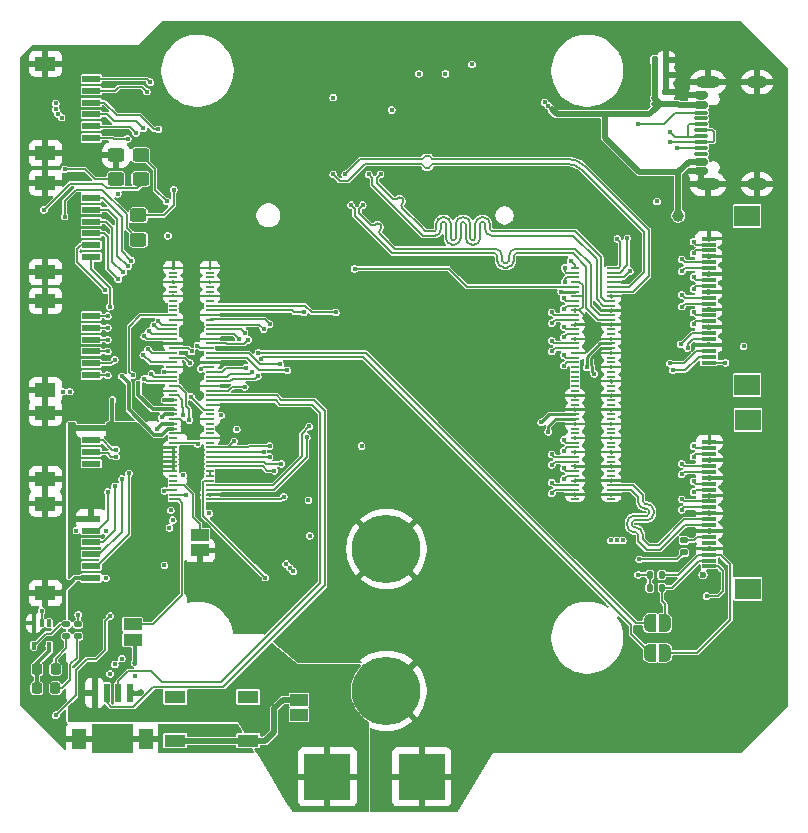
<source format=gbr>
%TF.GenerationSoftware,KiCad,Pcbnew,9.0.0*%
%TF.CreationDate,2025-05-04T18:28:28+01:00*%
%TF.ProjectId,specter,73706563-7465-4722-9e6b-696361645f70,rev?*%
%TF.SameCoordinates,Original*%
%TF.FileFunction,Copper,L1,Top*%
%TF.FilePolarity,Positive*%
%FSLAX46Y46*%
G04 Gerber Fmt 4.6, Leading zero omitted, Abs format (unit mm)*
G04 Created by KiCad (PCBNEW 9.0.0) date 2025-05-04 18:28:28*
%MOMM*%
%LPD*%
G01*
G04 APERTURE LIST*
G04 Aperture macros list*
%AMRoundRect*
0 Rectangle with rounded corners*
0 $1 Rounding radius*
0 $2 $3 $4 $5 $6 $7 $8 $9 X,Y pos of 4 corners*
0 Add a 4 corners polygon primitive as box body*
4,1,4,$2,$3,$4,$5,$6,$7,$8,$9,$2,$3,0*
0 Add four circle primitives for the rounded corners*
1,1,$1+$1,$2,$3*
1,1,$1+$1,$4,$5*
1,1,$1+$1,$6,$7*
1,1,$1+$1,$8,$9*
0 Add four rect primitives between the rounded corners*
20,1,$1+$1,$2,$3,$4,$5,0*
20,1,$1+$1,$4,$5,$6,$7,0*
20,1,$1+$1,$6,$7,$8,$9,0*
20,1,$1+$1,$8,$9,$2,$3,0*%
%AMFreePoly0*
4,1,23,0.500000,-0.750000,0.000000,-0.750000,0.000000,-0.745722,-0.065263,-0.745722,-0.191342,-0.711940,-0.304381,-0.646677,-0.396677,-0.554381,-0.461940,-0.441342,-0.495722,-0.315263,-0.495722,-0.250000,-0.500000,-0.250000,-0.500000,0.250000,-0.495722,0.250000,-0.495722,0.315263,-0.461940,0.441342,-0.396677,0.554381,-0.304381,0.646677,-0.191342,0.711940,-0.065263,0.745722,0.000000,0.745722,
0.000000,0.750000,0.500000,0.750000,0.500000,-0.750000,0.500000,-0.750000,$1*%
%AMFreePoly1*
4,1,23,0.000000,0.745722,0.065263,0.745722,0.191342,0.711940,0.304381,0.646677,0.396677,0.554381,0.461940,0.441342,0.495722,0.315263,0.495722,0.250000,0.500000,0.250000,0.500000,-0.250000,0.495722,-0.250000,0.495722,-0.315263,0.461940,-0.441342,0.396677,-0.554381,0.304381,-0.646677,0.191342,-0.711940,0.065263,-0.745722,0.000000,-0.745722,0.000000,-0.750000,-0.500000,-0.750000,
-0.500000,0.750000,0.000000,0.750000,0.000000,0.745722,0.000000,0.745722,$1*%
G04 Aperture macros list end*
%TA.AperFunction,SMDPad,CuDef*%
%ADD10R,0.700000X0.200000*%
%TD*%
%TA.AperFunction,SMDPad,CuDef*%
%ADD11R,1.550000X0.600000*%
%TD*%
%TA.AperFunction,SMDPad,CuDef*%
%ADD12R,1.800000X1.200000*%
%TD*%
%TA.AperFunction,HeatsinkPad*%
%ADD13O,1.800000X1.000000*%
%TD*%
%TA.AperFunction,HeatsinkPad*%
%ADD14O,2.100000X1.000000*%
%TD*%
%TA.AperFunction,SMDPad,CuDef*%
%ADD15RoundRect,0.150000X0.425000X-0.150000X0.425000X0.150000X-0.425000X0.150000X-0.425000X-0.150000X0*%
%TD*%
%TA.AperFunction,SMDPad,CuDef*%
%ADD16RoundRect,0.075000X0.500000X-0.075000X0.500000X0.075000X-0.500000X0.075000X-0.500000X-0.075000X0*%
%TD*%
%TA.AperFunction,ComponentPad*%
%ADD17C,5.800000*%
%TD*%
%TA.AperFunction,SMDPad,CuDef*%
%ADD18R,2.200000X1.800000*%
%TD*%
%TA.AperFunction,SMDPad,CuDef*%
%ADD19R,1.300000X0.300000*%
%TD*%
%TA.AperFunction,ComponentPad*%
%ADD20R,4.000000X4.000000*%
%TD*%
%TA.AperFunction,SMDPad,CuDef*%
%ADD21C,1.000000*%
%TD*%
%TA.AperFunction,SMDPad,CuDef*%
%ADD22RoundRect,0.135000X0.185000X-0.135000X0.185000X0.135000X-0.185000X0.135000X-0.185000X-0.135000X0*%
%TD*%
%TA.AperFunction,SMDPad,CuDef*%
%ADD23RoundRect,0.218750X0.218750X0.256250X-0.218750X0.256250X-0.218750X-0.256250X0.218750X-0.256250X0*%
%TD*%
%TA.AperFunction,SMDPad,CuDef*%
%ADD24FreePoly0,0.000000*%
%TD*%
%TA.AperFunction,SMDPad,CuDef*%
%ADD25FreePoly1,0.000000*%
%TD*%
%TA.AperFunction,SMDPad,CuDef*%
%ADD26RoundRect,0.250000X-0.450000X0.325000X-0.450000X-0.325000X0.450000X-0.325000X0.450000X0.325000X0*%
%TD*%
%TA.AperFunction,SMDPad,CuDef*%
%ADD27RoundRect,0.135000X-0.135000X-0.185000X0.135000X-0.185000X0.135000X0.185000X-0.135000X0.185000X0*%
%TD*%
%TA.AperFunction,SMDPad,CuDef*%
%ADD28R,1.500000X1.000000*%
%TD*%
%TA.AperFunction,SMDPad,CuDef*%
%ADD29RoundRect,0.140000X-0.140000X-0.170000X0.140000X-0.170000X0.140000X0.170000X-0.140000X0.170000X0*%
%TD*%
%TA.AperFunction,SMDPad,CuDef*%
%ADD30RoundRect,0.100000X-0.100000X0.225000X-0.100000X-0.225000X0.100000X-0.225000X0.100000X0.225000X0*%
%TD*%
%TA.AperFunction,SMDPad,CuDef*%
%ADD31R,1.800000X1.100000*%
%TD*%
%TA.AperFunction,SMDPad,CuDef*%
%ADD32RoundRect,0.135000X0.135000X0.185000X-0.135000X0.185000X-0.135000X-0.185000X0.135000X-0.185000X0*%
%TD*%
%TA.AperFunction,SMDPad,CuDef*%
%ADD33R,0.600000X1.550000*%
%TD*%
%TA.AperFunction,SMDPad,CuDef*%
%ADD34R,1.200000X1.800000*%
%TD*%
%TA.AperFunction,ViaPad*%
%ADD35C,0.450000*%
%TD*%
%TA.AperFunction,ViaPad*%
%ADD36C,0.600000*%
%TD*%
%TA.AperFunction,Conductor*%
%ADD37C,0.200000*%
%TD*%
%TA.AperFunction,Conductor*%
%ADD38C,0.350000*%
%TD*%
%TA.AperFunction,Conductor*%
%ADD39C,0.147000*%
%TD*%
%TA.AperFunction,Conductor*%
%ADD40C,0.500000*%
%TD*%
%TA.AperFunction,Conductor*%
%ADD41C,0.300000*%
%TD*%
%TA.AperFunction,Conductor*%
%ADD42C,0.330000*%
%TD*%
%TA.AperFunction,Conductor*%
%ADD43C,0.220000*%
%TD*%
G04 APERTURE END LIST*
D10*
%TO.P,J6,1,1*%
%TO.N,unconnected-(J6-Pad1)*%
X112960000Y-88925195D03*
%TO.P,J6,2,2*%
%TO.N,unconnected-(J6-Pad2)*%
X116040000Y-88925195D03*
%TO.P,J6,3,3*%
%TO.N,unconnected-(J6-Pad3)*%
X112960000Y-89325195D03*
%TO.P,J6,4,4*%
%TO.N,unconnected-(J6-Pad4)*%
X116040000Y-89325195D03*
%TO.P,J6,5,5*%
%TO.N,unconnected-(J6-Pad5)*%
X112960000Y-89725195D03*
%TO.P,J6,6,6*%
%TO.N,unconnected-(J6-Pad6)*%
X116040000Y-89725195D03*
%TO.P,J6,7,7*%
%TO.N,unconnected-(J6-Pad7)*%
X112960000Y-90125195D03*
%TO.P,J6,8,8*%
%TO.N,unconnected-(J6-Pad8)*%
X116040000Y-90125195D03*
%TO.P,J6,9,9*%
%TO.N,unconnected-(J6-Pad9)*%
X112960000Y-90525195D03*
%TO.P,J6,10,10*%
%TO.N,unconnected-(J6-Pad10)*%
X116040000Y-90525195D03*
%TO.P,J6,11,11*%
%TO.N,unconnected-(J6-Pad11)*%
X112960000Y-90925195D03*
%TO.P,J6,12,12*%
%TO.N,unconnected-(J6-Pad12)*%
X116040000Y-90925195D03*
%TO.P,J6,13,13*%
%TO.N,unconnected-(J6-Pad13)*%
X112960000Y-91325195D03*
%TO.P,J6,14,14*%
%TO.N,unconnected-(J6-Pad14)*%
X116040000Y-91325195D03*
%TO.P,J6,15,15*%
%TO.N,unconnected-(J6-Pad15)*%
X112960000Y-91725195D03*
%TO.P,J6,16,16*%
%TO.N,unconnected-(J6-Pad16)*%
X116040000Y-91725195D03*
%TO.P,J6,17,17*%
%TO.N,unconnected-(J6-Pad17)*%
X112960000Y-92125195D03*
%TO.P,J6,18,18*%
%TO.N,unconnected-(J6-Pad18)*%
X116040000Y-92125195D03*
%TO.P,J6,19,19*%
%TO.N,unconnected-(J6-Pad19)*%
X112960000Y-92525195D03*
%TO.P,J6,20,20*%
%TO.N,unconnected-(J6-Pad20)*%
X116040000Y-92525195D03*
%TO.P,J6,21,21*%
%TO.N,unconnected-(J6-Pad21)*%
X112960000Y-92925195D03*
%TO.P,J6,22,22*%
%TO.N,unconnected-(J6-Pad22)*%
X116040000Y-92925195D03*
%TO.P,J6,23,23*%
%TO.N,unconnected-(J6-Pad23)*%
X112960000Y-93325195D03*
%TO.P,J6,24,24*%
%TO.N,unconnected-(J6-Pad24)*%
X116040000Y-93325195D03*
%TO.P,J6,25,25*%
%TO.N,unconnected-(J6-Pad25)*%
X112960000Y-93725195D03*
%TO.P,J6,26,26*%
%TO.N,unconnected-(J6-Pad26)*%
X116040000Y-93725195D03*
%TO.P,J6,27,27*%
%TO.N,unconnected-(J6-Pad27)*%
X112960000Y-94125195D03*
%TO.P,J6,28,28*%
%TO.N,unconnected-(J6-Pad28)*%
X116040000Y-94125195D03*
%TO.P,J6,29,29*%
%TO.N,unconnected-(J6-Pad29)*%
X112960000Y-94525195D03*
%TO.P,J6,30,30*%
%TO.N,unconnected-(J6-Pad30)*%
X116040000Y-94525195D03*
%TO.P,J6,31,31*%
%TO.N,unconnected-(J6-Pad31)*%
X112960000Y-94925195D03*
%TO.P,J6,32,32*%
%TO.N,unconnected-(J6-Pad32)*%
X116040000Y-94925195D03*
%TO.P,J6,33,33*%
%TO.N,unconnected-(J6-Pad33)*%
X112960000Y-95325195D03*
%TO.P,J6,34,34*%
%TO.N,unconnected-(J6-Pad34)*%
X116040000Y-95325195D03*
%TO.P,J6,35,35*%
%TO.N,unconnected-(J6-Pad35)*%
X112960000Y-95725195D03*
%TO.P,J6,36,36*%
%TO.N,unconnected-(J6-Pad36)*%
X116040000Y-95725195D03*
%TO.P,J6,37,37*%
%TO.N,unconnected-(J6-Pad37)*%
X112960000Y-96125195D03*
%TO.P,J6,38,38*%
%TO.N,unconnected-(J6-Pad38)*%
X116040000Y-96125195D03*
%TO.P,J6,39,39*%
%TO.N,unconnected-(J6-Pad39)*%
X112960000Y-96525195D03*
%TO.P,J6,40,40*%
%TO.N,unconnected-(J6-Pad40)*%
X116040000Y-96525195D03*
%TO.P,J6,41,41*%
%TO.N,unconnected-(J6-Pad41)*%
X112960000Y-96925195D03*
%TO.P,J6,42,42*%
%TO.N,unconnected-(J6-Pad42)*%
X116040000Y-96925195D03*
%TO.P,J6,43,43*%
%TO.N,unconnected-(J6-Pad43)*%
X112960000Y-97325195D03*
%TO.P,J6,44,44*%
%TO.N,unconnected-(J6-Pad44)*%
X116040000Y-97325195D03*
%TO.P,J6,45,45*%
%TO.N,unconnected-(J6-Pad45)*%
X112960000Y-97725195D03*
%TO.P,J6,46,46*%
%TO.N,unconnected-(J6-Pad46)*%
X116040000Y-97725195D03*
%TO.P,J6,47,47*%
%TO.N,unconnected-(J6-Pad47)*%
X112960000Y-98125195D03*
%TO.P,J6,48,48*%
%TO.N,unconnected-(J6-Pad48)*%
X116040000Y-98125195D03*
%TO.P,J6,49,49*%
%TO.N,unconnected-(J6-Pad49)*%
X112960000Y-98525195D03*
%TO.P,J6,50,50*%
%TO.N,unconnected-(J6-Pad50)*%
X116040000Y-98525195D03*
%TO.P,J6,51,51*%
%TO.N,unconnected-(J6-Pad51)*%
X112960000Y-98925195D03*
%TO.P,J6,52,52*%
%TO.N,unconnected-(J6-Pad52)*%
X116040000Y-98925195D03*
%TO.P,J6,53,53*%
%TO.N,unconnected-(J6-Pad53)*%
X112960000Y-99325195D03*
%TO.P,J6,54,54*%
%TO.N,unconnected-(J6-Pad54)*%
X116040000Y-99325195D03*
%TO.P,J6,55,55*%
%TO.N,unconnected-(J6-Pad55)*%
X112960000Y-99725195D03*
%TO.P,J6,56,56*%
%TO.N,unconnected-(J6-Pad56)*%
X116040000Y-99725195D03*
%TO.P,J6,57,57*%
%TO.N,unconnected-(J6-Pad57)*%
X112960000Y-100125195D03*
%TO.P,J6,58,58*%
%TO.N,unconnected-(J6-Pad58)*%
X116040000Y-100125195D03*
%TO.P,J6,59,59*%
%TO.N,unconnected-(J6-Pad59)*%
X112960000Y-100525195D03*
%TO.P,J6,60,60*%
%TO.N,unconnected-(J6-Pad60)*%
X116040000Y-100525195D03*
%TO.P,J6,61,61*%
%TO.N,unconnected-(J6-Pad61)*%
X112960000Y-100925195D03*
%TO.P,J6,62,62*%
%TO.N,unconnected-(J6-Pad62)*%
X116040000Y-100925195D03*
%TO.P,J6,63,63*%
%TO.N,unconnected-(J6-Pad63)*%
X112960000Y-101325195D03*
%TO.P,J6,64,64*%
%TO.N,unconnected-(J6-Pad64)*%
X116040000Y-101325195D03*
%TO.P,J6,65,65*%
%TO.N,unconnected-(J6-Pad65)*%
X112960000Y-101725195D03*
%TO.P,J6,66,66*%
%TO.N,unconnected-(J6-Pad66)*%
X116040000Y-101725195D03*
%TO.P,J6,67,67*%
%TO.N,unconnected-(J6-Pad67)*%
X112960000Y-102125195D03*
%TO.P,J6,68,68*%
%TO.N,unconnected-(J6-Pad68)*%
X116040000Y-102125195D03*
%TO.P,J6,69,69*%
%TO.N,unconnected-(J6-Pad69)*%
X112960000Y-102525195D03*
%TO.P,J6,70,70*%
%TO.N,unconnected-(J6-Pad70)*%
X116040000Y-102525195D03*
%TO.P,J6,71,71*%
%TO.N,unconnected-(J6-Pad71)*%
X112960000Y-102925195D03*
%TO.P,J6,72,72*%
%TO.N,unconnected-(J6-Pad72)*%
X116040000Y-102925195D03*
%TO.P,J6,73,73*%
%TO.N,unconnected-(J6-Pad73)*%
X112960000Y-103325195D03*
%TO.P,J6,74,74*%
%TO.N,unconnected-(J6-Pad74)*%
X116040000Y-103325195D03*
%TO.P,J6,75,75*%
%TO.N,unconnected-(J6-Pad75)*%
X112960000Y-103725195D03*
%TO.P,J6,76,76*%
%TO.N,unconnected-(J6-Pad76)*%
X116040000Y-103725195D03*
%TO.P,J6,77,77*%
%TO.N,unconnected-(J6-Pad77)*%
X112960000Y-104125195D03*
%TO.P,J6,78,78*%
%TO.N,unconnected-(J6-Pad78)*%
X116040000Y-104125195D03*
%TO.P,J6,79,79*%
%TO.N,unconnected-(J6-Pad79)*%
X112960000Y-104525195D03*
%TO.P,J6,80,80*%
%TO.N,unconnected-(J6-Pad80)*%
X116040000Y-104525195D03*
%TO.P,J6,81,81*%
%TO.N,unconnected-(J6-Pad81)*%
X112960000Y-104925195D03*
%TO.P,J6,82,82*%
%TO.N,unconnected-(J6-Pad82)*%
X116040000Y-104925195D03*
%TO.P,J6,83,83*%
%TO.N,unconnected-(J6-Pad83)*%
X112960000Y-105325195D03*
%TO.P,J6,84,84*%
%TO.N,unconnected-(J6-Pad84)*%
X116040000Y-105325195D03*
%TO.P,J6,85,85*%
%TO.N,unconnected-(J6-Pad85)*%
X112960000Y-105725195D03*
%TO.P,J6,86,86*%
%TO.N,unconnected-(J6-Pad86)*%
X116040000Y-105725195D03*
%TO.P,J6,87,87*%
%TO.N,unconnected-(J6-Pad87)*%
X112960000Y-106125195D03*
%TO.P,J6,88,88*%
%TO.N,unconnected-(J6-Pad88)*%
X116040000Y-106125195D03*
%TO.P,J6,89,89*%
%TO.N,unconnected-(J6-Pad89)*%
X112960000Y-106525195D03*
%TO.P,J6,90,90*%
%TO.N,unconnected-(J6-Pad90)*%
X116040000Y-106525195D03*
%TO.P,J6,91,91*%
%TO.N,unconnected-(J6-Pad91)*%
X112960000Y-106925195D03*
%TO.P,J6,92,92*%
%TO.N,unconnected-(J6-Pad92)*%
X116040000Y-106925195D03*
%TO.P,J6,93,93*%
%TO.N,unconnected-(J6-Pad93)*%
X112960000Y-107325195D03*
%TO.P,J6,94,94*%
%TO.N,unconnected-(J6-Pad94)*%
X116040000Y-107325195D03*
%TO.P,J6,95,95*%
%TO.N,unconnected-(J6-Pad95)*%
X112960000Y-107725195D03*
%TO.P,J6,96,96*%
%TO.N,unconnected-(J6-Pad96)*%
X116040000Y-107725195D03*
%TO.P,J6,97,97*%
%TO.N,unconnected-(J6-Pad97)*%
X112960000Y-108125195D03*
%TO.P,J6,98,98*%
%TO.N,unconnected-(J6-Pad98)*%
X116040000Y-108125195D03*
%TO.P,J6,99,99*%
%TO.N,unconnected-(J6-Pad99)*%
X112960000Y-108525195D03*
%TO.P,J6,100,100*%
%TO.N,unconnected-(J6-Pad100)*%
X116040000Y-108525195D03*
%TD*%
D11*
%TO.P,J30,1,1*%
%TO.N,/GPIO21*%
X106000000Y-83000000D03*
%TO.P,J30,2,2*%
%TO.N,/GPIO20*%
X106000000Y-84000000D03*
%TO.P,J30,3,3*%
%TO.N,/GPIO16*%
X106000000Y-85000000D03*
%TO.P,J30,4,4*%
%TO.N,/GPIO12*%
X106000000Y-86000000D03*
%TO.P,J30,5,5*%
%TO.N,/GPIO7*%
X106000000Y-87000000D03*
%TO.P,J30,6,6*%
%TO.N,/GPIO25*%
X106000000Y-88000000D03*
D12*
%TO.P,J30,S1,SHIELD*%
%TO.N,GND*%
X102125000Y-81700000D03*
%TO.P,J30,S2,SHIELD*%
X102125000Y-89300000D03*
%TD*%
D11*
%TO.P,J29,1,1*%
%TO.N,/GPIO26*%
X106000000Y-72923000D03*
%TO.P,J29,2,2*%
%TO.N,/GPIO19*%
X106000000Y-73923000D03*
%TO.P,J29,3,3*%
%TO.N,/GPIO13*%
X106000000Y-74923000D03*
%TO.P,J29,4,4*%
%TO.N,/GPIO6*%
X106000000Y-75923000D03*
%TO.P,J29,5,5*%
%TO.N,/GPIO5*%
X106000000Y-76923000D03*
%TO.P,J29,6,6*%
%TO.N,/GPIO4*%
X106000000Y-77923000D03*
D12*
%TO.P,J29,S1,SHIELD*%
%TO.N,GND*%
X102125000Y-71623000D03*
%TO.P,J29,S2,SHIELD*%
X102125000Y-79223000D03*
%TD*%
D11*
%TO.P,J28,1,1*%
%TO.N,/GPIO24*%
X106000000Y-93000000D03*
%TO.P,J28,2,2*%
%TO.N,/GPIO23*%
X106000000Y-94000000D03*
%TO.P,J28,3,3*%
%TO.N,/GPIO18*%
X106000000Y-95000000D03*
%TO.P,J28,4,4*%
%TO.N,/GPIO22*%
X106000000Y-96000000D03*
%TO.P,J28,5,5*%
%TO.N,/GPIO27*%
X106000000Y-97000000D03*
%TO.P,J28,6,6*%
%TO.N,/GPIO17*%
X106000000Y-98000000D03*
D12*
%TO.P,J28,S1,SHIELD*%
%TO.N,GND*%
X102125000Y-91700000D03*
%TO.P,J28,S2,SHIELD*%
X102125000Y-99300000D03*
%TD*%
D11*
%TO.P,J27,1,1*%
%TO.N,/+5v*%
X106000000Y-110173000D03*
%TO.P,J27,2,2*%
%TO.N,/GPIO11*%
X106000000Y-111173000D03*
%TO.P,J27,3,3*%
%TO.N,/GPIO9*%
X106000000Y-112173000D03*
%TO.P,J27,4,4*%
%TO.N,/GPIO10*%
X106000000Y-113173000D03*
%TO.P,J27,5,5*%
%TO.N,/CE0*%
X106000000Y-114173000D03*
%TO.P,J27,6,6*%
%TO.N,GND*%
X106000000Y-115173000D03*
D12*
%TO.P,J27,S1,SHIELD*%
X102125000Y-108873000D03*
%TO.P,J27,S2,SHIELD*%
X102125000Y-116473000D03*
%TD*%
D10*
%TO.P,J9,100,100*%
%TO.N,unconnected-(J9-Pad100)*%
X150040000Y-108525000D03*
%TO.P,J9,99,99*%
%TO.N,unconnected-(J9-Pad99)*%
X146960000Y-108525000D03*
%TO.P,J9,98,98*%
%TO.N,unconnected-(J9-Pad98)*%
X150040000Y-108125000D03*
%TO.P,J9,97,97*%
%TO.N,unconnected-(J9-Pad97)*%
X146960000Y-108125000D03*
%TO.P,J9,96,96*%
%TO.N,unconnected-(J9-Pad96)*%
X150040000Y-107725000D03*
%TO.P,J9,95,95*%
%TO.N,unconnected-(J9-Pad95)*%
X146960000Y-107725000D03*
%TO.P,J9,94,94*%
%TO.N,unconnected-(J9-Pad94)*%
X150040000Y-107325000D03*
%TO.P,J9,93,93*%
%TO.N,unconnected-(J9-Pad93)*%
X146960000Y-107325000D03*
%TO.P,J9,92,92*%
%TO.N,unconnected-(J9-Pad92)*%
X150040000Y-106925000D03*
%TO.P,J9,91,91*%
%TO.N,unconnected-(J9-Pad91)*%
X146960000Y-106925000D03*
%TO.P,J9,90,90*%
%TO.N,unconnected-(J9-Pad90)*%
X150040000Y-106525000D03*
%TO.P,J9,89,89*%
%TO.N,unconnected-(J9-Pad89)*%
X146960000Y-106525000D03*
%TO.P,J9,88,88*%
%TO.N,unconnected-(J9-Pad88)*%
X150040000Y-106125000D03*
%TO.P,J9,87,87*%
%TO.N,unconnected-(J9-Pad87)*%
X146960000Y-106125000D03*
%TO.P,J9,86,86*%
%TO.N,unconnected-(J9-Pad86)*%
X150040000Y-105725000D03*
%TO.P,J9,85,85*%
%TO.N,unconnected-(J9-Pad85)*%
X146960000Y-105725000D03*
%TO.P,J9,84,84*%
%TO.N,unconnected-(J9-Pad84)*%
X150040000Y-105325000D03*
%TO.P,J9,83,83*%
%TO.N,unconnected-(J9-Pad83)*%
X146960000Y-105325000D03*
%TO.P,J9,82,82*%
%TO.N,unconnected-(J9-Pad82)*%
X150040000Y-104925000D03*
%TO.P,J9,81,81*%
%TO.N,unconnected-(J9-Pad81)*%
X146960000Y-104925000D03*
%TO.P,J9,80,80*%
%TO.N,unconnected-(J9-Pad80)*%
X150040000Y-104525000D03*
%TO.P,J9,79,79*%
%TO.N,unconnected-(J9-Pad79)*%
X146960000Y-104525000D03*
%TO.P,J9,78,78*%
%TO.N,unconnected-(J9-Pad78)*%
X150040000Y-104125000D03*
%TO.P,J9,77,77*%
%TO.N,unconnected-(J9-Pad77)*%
X146960000Y-104125000D03*
%TO.P,J9,76,76*%
%TO.N,unconnected-(J9-Pad76)*%
X150040000Y-103725000D03*
%TO.P,J9,75,75*%
%TO.N,unconnected-(J9-Pad75)*%
X146960000Y-103725000D03*
%TO.P,J9,74,74*%
%TO.N,unconnected-(J9-Pad74)*%
X150040000Y-103325000D03*
%TO.P,J9,73,73*%
%TO.N,unconnected-(J9-Pad73)*%
X146960000Y-103325000D03*
%TO.P,J9,72,72*%
%TO.N,unconnected-(J9-Pad72)*%
X150040000Y-102925000D03*
%TO.P,J9,71,71*%
%TO.N,unconnected-(J9-Pad71)*%
X146960000Y-102925000D03*
%TO.P,J9,70,70*%
%TO.N,unconnected-(J9-Pad70)*%
X150040000Y-102525000D03*
%TO.P,J9,69,69*%
%TO.N,unconnected-(J9-Pad69)*%
X146960000Y-102525000D03*
%TO.P,J9,68,68*%
%TO.N,unconnected-(J9-Pad68)*%
X150040000Y-102125000D03*
%TO.P,J9,67,67*%
%TO.N,unconnected-(J9-Pad67)*%
X146960000Y-102125000D03*
%TO.P,J9,66,66*%
%TO.N,unconnected-(J9-Pad66)*%
X150040000Y-101725000D03*
%TO.P,J9,65,65*%
%TO.N,unconnected-(J9-Pad65)*%
X146960000Y-101725000D03*
%TO.P,J9,64,64*%
%TO.N,unconnected-(J9-Pad64)*%
X150040000Y-101325000D03*
%TO.P,J9,63,63*%
%TO.N,unconnected-(J9-Pad63)*%
X146960000Y-101325000D03*
%TO.P,J9,62,62*%
%TO.N,unconnected-(J9-Pad62)*%
X150040000Y-100925000D03*
%TO.P,J9,61,61*%
%TO.N,unconnected-(J9-Pad61)*%
X146960000Y-100925000D03*
%TO.P,J9,60,60*%
%TO.N,unconnected-(J9-Pad60)*%
X150040000Y-100525000D03*
%TO.P,J9,59,59*%
%TO.N,unconnected-(J9-Pad59)*%
X146960000Y-100525000D03*
%TO.P,J9,58,58*%
%TO.N,unconnected-(J9-Pad58)*%
X150040000Y-100125000D03*
%TO.P,J9,57,57*%
%TO.N,unconnected-(J9-Pad57)*%
X146960000Y-100125000D03*
%TO.P,J9,56,56*%
%TO.N,unconnected-(J9-Pad56)*%
X150040000Y-99725000D03*
%TO.P,J9,55,55*%
%TO.N,unconnected-(J9-Pad55)*%
X146960000Y-99725000D03*
%TO.P,J9,54,54*%
%TO.N,unconnected-(J9-Pad54)*%
X150040000Y-99325000D03*
%TO.P,J9,53,53*%
%TO.N,unconnected-(J9-Pad53)*%
X146960000Y-99325000D03*
%TO.P,J9,52,52*%
%TO.N,unconnected-(J9-Pad52)*%
X150040000Y-98925000D03*
%TO.P,J9,51,51*%
%TO.N,unconnected-(J9-Pad51)*%
X146960000Y-98925000D03*
%TO.P,J9,50,50*%
%TO.N,unconnected-(J9-Pad50)*%
X150040000Y-98525000D03*
%TO.P,J9,49,49*%
%TO.N,unconnected-(J9-Pad49)*%
X146960000Y-98525000D03*
%TO.P,J9,48,48*%
%TO.N,unconnected-(J9-Pad48)*%
X150040000Y-98125000D03*
%TO.P,J9,47,47*%
%TO.N,unconnected-(J9-Pad47)*%
X146960000Y-98125000D03*
%TO.P,J9,46,46*%
%TO.N,unconnected-(J9-Pad46)*%
X150040000Y-97725000D03*
%TO.P,J9,45,45*%
%TO.N,unconnected-(J9-Pad45)*%
X146960000Y-97725000D03*
%TO.P,J9,44,44*%
%TO.N,unconnected-(J9-Pad44)*%
X150040000Y-97325000D03*
%TO.P,J9,43,43*%
%TO.N,unconnected-(J9-Pad43)*%
X146960000Y-97325000D03*
%TO.P,J9,42,42*%
%TO.N,unconnected-(J9-Pad42)*%
X150040000Y-96925000D03*
%TO.P,J9,41,41*%
%TO.N,unconnected-(J9-Pad41)*%
X146960000Y-96925000D03*
%TO.P,J9,40,40*%
%TO.N,unconnected-(J9-Pad40)*%
X150040000Y-96525000D03*
%TO.P,J9,39,39*%
%TO.N,unconnected-(J9-Pad39)*%
X146960000Y-96525000D03*
%TO.P,J9,38,38*%
%TO.N,unconnected-(J9-Pad38)*%
X150040000Y-96125000D03*
%TO.P,J9,37,37*%
%TO.N,unconnected-(J9-Pad37)*%
X146960000Y-96125000D03*
%TO.P,J9,36,36*%
%TO.N,unconnected-(J9-Pad36)*%
X150040000Y-95725000D03*
%TO.P,J9,35,35*%
%TO.N,unconnected-(J9-Pad35)*%
X146960000Y-95725000D03*
%TO.P,J9,34,34*%
%TO.N,unconnected-(J9-Pad34)*%
X150040000Y-95325000D03*
%TO.P,J9,33,33*%
%TO.N,unconnected-(J9-Pad33)*%
X146960000Y-95325000D03*
%TO.P,J9,32,32*%
%TO.N,unconnected-(J9-Pad32)*%
X150040000Y-94925000D03*
%TO.P,J9,31,31*%
%TO.N,unconnected-(J9-Pad31)*%
X146960000Y-94925000D03*
%TO.P,J9,30,30*%
%TO.N,unconnected-(J9-Pad30)*%
X150040000Y-94525000D03*
%TO.P,J9,29,29*%
%TO.N,unconnected-(J9-Pad29)*%
X146960000Y-94525000D03*
%TO.P,J9,28,28*%
%TO.N,unconnected-(J9-Pad28)*%
X150040000Y-94125000D03*
%TO.P,J9,27,27*%
%TO.N,unconnected-(J9-Pad27)*%
X146960000Y-94125000D03*
%TO.P,J9,26,26*%
%TO.N,unconnected-(J9-Pad26)*%
X150040000Y-93725000D03*
%TO.P,J9,25,25*%
%TO.N,unconnected-(J9-Pad25)*%
X146960000Y-93725000D03*
%TO.P,J9,24,24*%
%TO.N,unconnected-(J9-Pad24)*%
X150040000Y-93325000D03*
%TO.P,J9,23,23*%
%TO.N,unconnected-(J9-Pad23)*%
X146960000Y-93325000D03*
%TO.P,J9,22,22*%
%TO.N,unconnected-(J9-Pad22)*%
X150040000Y-92925000D03*
%TO.P,J9,21,21*%
%TO.N,unconnected-(J9-Pad21)*%
X146960000Y-92925000D03*
%TO.P,J9,20,20*%
%TO.N,unconnected-(J9-Pad20)*%
X150040000Y-92525000D03*
%TO.P,J9,19,19*%
%TO.N,unconnected-(J9-Pad19)*%
X146960000Y-92525000D03*
%TO.P,J9,18,18*%
%TO.N,unconnected-(J9-Pad18)*%
X150040000Y-92125000D03*
%TO.P,J9,17,17*%
%TO.N,unconnected-(J9-Pad17)*%
X146960000Y-92125000D03*
%TO.P,J9,16,16*%
%TO.N,unconnected-(J9-Pad16)*%
X150040000Y-91725000D03*
%TO.P,J9,15,15*%
%TO.N,unconnected-(J9-Pad15)*%
X146960000Y-91725000D03*
%TO.P,J9,14,14*%
%TO.N,unconnected-(J9-Pad14)*%
X150040000Y-91325000D03*
%TO.P,J9,13,13*%
%TO.N,unconnected-(J9-Pad13)*%
X146960000Y-91325000D03*
%TO.P,J9,12,12*%
%TO.N,unconnected-(J9-Pad12)*%
X150040000Y-90925000D03*
%TO.P,J9,11,11*%
%TO.N,unconnected-(J9-Pad11)*%
X146960000Y-90925000D03*
%TO.P,J9,10,10*%
%TO.N,unconnected-(J9-Pad10)*%
X150040000Y-90525000D03*
%TO.P,J9,9,9*%
%TO.N,unconnected-(J9-Pad9)*%
X146960000Y-90525000D03*
%TO.P,J9,8,8*%
%TO.N,unconnected-(J9-Pad8)*%
X150040000Y-90125000D03*
%TO.P,J9,7,7*%
%TO.N,unconnected-(J9-Pad7)*%
X146960000Y-90125000D03*
%TO.P,J9,6,6*%
%TO.N,unconnected-(J9-Pad6)*%
X150040000Y-89725000D03*
%TO.P,J9,5,5*%
%TO.N,unconnected-(J9-Pad5)*%
X146960000Y-89725000D03*
%TO.P,J9,4,4*%
%TO.N,unconnected-(J9-Pad4)*%
X150040000Y-89325000D03*
%TO.P,J9,3,3*%
%TO.N,unconnected-(J9-Pad3)*%
X146960000Y-89325000D03*
%TO.P,J9,2,2*%
%TO.N,unconnected-(J9-Pad2)*%
X150040000Y-88925000D03*
%TO.P,J9,1,1*%
%TO.N,unconnected-(J9-Pad1)*%
X146960000Y-88925000D03*
%TD*%
D13*
%TO.P,J1,S1,SHIELD*%
%TO.N,GND*%
X162375000Y-73200000D03*
D14*
X158195000Y-73200000D03*
D13*
X162375000Y-81840000D03*
D14*
X158195000Y-81840000D03*
D15*
%TO.P,J1,B12,GND*%
X157620000Y-80720000D03*
%TO.P,J1,B9,VBUS*%
%TO.N,/+5v*%
X157620000Y-79920000D03*
D16*
%TO.P,J1,B8,SBU2*%
%TO.N,unconnected-(J1-SBU2-PadB8)*%
X157620000Y-79270000D03*
%TO.P,J1,B7,D-*%
%TO.N,/USB2_N*%
X157620000Y-78270000D03*
%TO.P,J1,B6,D+*%
%TO.N,/USB2_P*%
X157620000Y-76770000D03*
%TO.P,J1,B5,CC2*%
%TO.N,/CC2*%
X157620000Y-75770000D03*
D15*
%TO.P,J1,B4,VBUS*%
%TO.N,/+5v*%
X157620000Y-75120000D03*
%TO.P,J1,B1,GND*%
%TO.N,GND*%
X157620000Y-74320000D03*
%TO.P,J1,A12,GND*%
X157620000Y-74320000D03*
%TO.P,J1,A9,VBUS*%
%TO.N,/+5v*%
X157620000Y-75120000D03*
D16*
%TO.P,J1,A8,SBU1*%
%TO.N,unconnected-(J1-SBU1-PadA8)*%
X157620000Y-76270000D03*
%TO.P,J1,A7,D-*%
%TO.N,/USB2_N*%
X157620000Y-77270000D03*
%TO.P,J1,A6,D+*%
%TO.N,/USB2_P*%
X157620000Y-77770000D03*
%TO.P,J1,A5,CC1*%
%TO.N,/CC1*%
X157620000Y-78770000D03*
D15*
%TO.P,J1,A4,VBUS*%
%TO.N,/+5v*%
X157620000Y-79920000D03*
%TO.P,J1,A1,GND*%
%TO.N,GND*%
X157620000Y-80720000D03*
%TD*%
D17*
%TO.P,J3,M2,GND2242*%
%TO.N,GND*%
X131000000Y-124725000D03*
%TO.P,J3,M1,GND2230*%
X131000000Y-112725000D03*
%TD*%
D18*
%TO.P,J4,MP*%
%TO.N,N/C*%
X161550000Y-84550000D03*
X161550000Y-98850000D03*
D19*
%TO.P,J4,22,Pin_22*%
%TO.N,/+3.3v*%
X158300000Y-96950000D03*
%TO.P,J4,21,Pin_21*%
%TO.N,/SDA0*%
X158300000Y-96450000D03*
%TO.P,J4,20,Pin_20*%
%TO.N,/SCL0*%
X158300000Y-95950000D03*
%TO.P,J4,19,Pin_19*%
%TO.N,GND*%
X158300000Y-95450000D03*
%TO.P,J4,18,Pin_18*%
%TO.N,/CAM_GPIO1*%
X158300000Y-94950000D03*
%TO.P,J4,17,Pin_17*%
%TO.N,/CAM_GPIO0*%
X158300000Y-94450000D03*
%TO.P,J4,16,Pin_16*%
%TO.N,GND*%
X158300000Y-93950000D03*
%TO.P,J4,15,Pin_15*%
%TO.N,/DPHY0_D3_P*%
X158300000Y-93450000D03*
%TO.P,J4,14,Pin_14*%
%TO.N,/DPHY0_D3_N*%
X158300000Y-92950000D03*
%TO.P,J4,13,Pin_13*%
%TO.N,GND*%
X158300000Y-92450000D03*
%TO.P,J4,12,Pin_12*%
%TO.N,/DPHY0_D2_P*%
X158300000Y-91950000D03*
%TO.P,J4,11,Pin_11*%
%TO.N,/DPHY0_D2_N*%
X158300000Y-91450000D03*
%TO.P,J4,10,Pin_10*%
%TO.N,GND*%
X158300000Y-90950000D03*
%TO.P,J4,9,Pin_9*%
%TO.N,/DPHY_C_P*%
X158300000Y-90450000D03*
%TO.P,J4,8,Pin_8*%
%TO.N,/DPHY_C_N*%
X158300000Y-89950000D03*
%TO.P,J4,7,Pin_7*%
%TO.N,GND*%
X158300000Y-89450000D03*
%TO.P,J4,6,Pin_6*%
%TO.N,/DPHY0_D1_P*%
X158300000Y-88950000D03*
%TO.P,J4,5,Pin_5*%
%TO.N,/DPHY0_D1_N*%
X158300000Y-88450000D03*
%TO.P,J4,4,Pin_4*%
%TO.N,GND*%
X158300000Y-87950000D03*
%TO.P,J4,3,Pin_3*%
%TO.N,/DPHY0_D0_P*%
X158300000Y-87450000D03*
%TO.P,J4,2,Pin_2*%
%TO.N,/DPHY0_D0_N*%
X158300000Y-86950000D03*
%TO.P,J4,1,Pin_1*%
%TO.N,GND*%
X158300000Y-86450000D03*
%TD*%
D18*
%TO.P,J5,MP*%
%TO.N,N/C*%
X161600000Y-101800000D03*
X161600000Y-116100000D03*
D19*
%TO.P,J5,22,Pin_22*%
%TO.N,/+3.3v*%
X158350000Y-114200000D03*
%TO.P,J5,21,Pin_21*%
%TO.N,/SDA1*%
X158350000Y-113700000D03*
%TO.P,J5,20,Pin_20*%
%TO.N,/SCL1*%
X158350000Y-113200000D03*
%TO.P,J5,19,Pin_19*%
%TO.N,GND*%
X158350000Y-112700000D03*
%TO.P,J5,18,Pin_18*%
%TO.N,unconnected-(J5-Pin_18-Pad18)*%
X158350000Y-112200000D03*
%TO.P,J5,17,Pin_17*%
%TO.N,Net-(J5-Pin_17)*%
X158350000Y-111700000D03*
%TO.P,J5,16,Pin_16*%
%TO.N,GND*%
X158350000Y-111200000D03*
%TO.P,J5,15,Pin_15*%
%TO.N,/DPHY1_D3_P*%
X158350000Y-110700000D03*
%TO.P,J5,14,Pin_14*%
%TO.N,/DPHY1_D3_N*%
X158350000Y-110200000D03*
%TO.P,J5,13,Pin_13*%
%TO.N,GND*%
X158350000Y-109700000D03*
%TO.P,J5,12,Pin_12*%
%TO.N,/DPHY1_D2_P*%
X158350000Y-109200000D03*
%TO.P,J5,11,Pin_11*%
%TO.N,/DPHY1_D2_N*%
X158350000Y-108700000D03*
%TO.P,J5,10,Pin_10*%
%TO.N,GND*%
X158350000Y-108200000D03*
%TO.P,J5,9,Pin_9*%
%TO.N,/DPHY1_C_P*%
X158350000Y-107700000D03*
%TO.P,J5,8,Pin_8*%
%TO.N,/DPHY1_C_N*%
X158350000Y-107200000D03*
%TO.P,J5,7,Pin_7*%
%TO.N,GND*%
X158350000Y-106700000D03*
%TO.P,J5,6,Pin_6*%
%TO.N,/DPHY1_D1_P*%
X158350000Y-106200000D03*
%TO.P,J5,5,Pin_5*%
%TO.N,/DPHY1_D1_N*%
X158350000Y-105700000D03*
%TO.P,J5,4,Pin_4*%
%TO.N,GND*%
X158350000Y-105200000D03*
%TO.P,J5,3,Pin_3*%
%TO.N,/DPHY1_D0_P*%
X158350000Y-104700000D03*
%TO.P,J5,2,Pin_2*%
%TO.N,/DPHY1_D0_N*%
X158350000Y-104200000D03*
%TO.P,J5,1,Pin_1*%
%TO.N,GND*%
X158350000Y-103700000D03*
%TD*%
D20*
%TO.P,J8,1,Pin_1*%
%TO.N,GND*%
X134000000Y-132000000D03*
%TD*%
%TO.P,J23,1,Pin_1*%
%TO.N,/+5v*%
X126000000Y-132000000D03*
%TD*%
D10*
%TO.P,Module1,200,HDMI0_SCL*%
%TO.N,unconnected-(Module1B-HDMI0_SCL-Pad200)*%
X150040000Y-108525000D03*
%TO.P,Module1,199,HDMI0_SDA*%
%TO.N,unconnected-(Module1B-HDMI0_SDA-Pad199)*%
X146960000Y-108525000D03*
%TO.P,Module1,198,GND*%
%TO.N,GND*%
X150040000Y-108125000D03*
%TO.P,Module1,197,GND*%
X146960000Y-108125000D03*
%TO.P,Module1,196,MIPI1_D3_P*%
%TO.N,/DPHY1_D3_P*%
X150040000Y-107725000D03*
%TO.P,Module1,195,MIPI1_D2_P*%
%TO.N,/DPHY1_D2_P*%
X146960000Y-107725000D03*
%TO.P,Module1,194,MIPI1_D3_N*%
%TO.N,/DPHY1_D3_N*%
X150040000Y-107325000D03*
%TO.P,Module1,193,MIPI1_D2_N*%
%TO.N,/DPHY1_D2_N*%
X146960000Y-107325000D03*
%TO.P,Module1,192,GND*%
%TO.N,GND*%
X150040000Y-106925000D03*
%TO.P,Module1,191,GND*%
X146960000Y-106925000D03*
%TO.P,Module1,190,HDMI0_CLK_N*%
%TO.N,unconnected-(Module1B-HDMI0_CLK_N-Pad190)*%
X150040000Y-106525000D03*
%TO.P,Module1,189,MIPI1_C_P*%
%TO.N,/DPHY1_C_P*%
X146960000Y-106525000D03*
%TO.P,Module1,188,HDMI0_CLK_P*%
%TO.N,unconnected-(Module1B-HDMI0_CLK_P-Pad188)*%
X150040000Y-106125000D03*
%TO.P,Module1,187,MIPI1_C_N*%
%TO.N,/DPHY1_C_N*%
X146960000Y-106125000D03*
%TO.P,Module1,186,GND*%
%TO.N,GND*%
X150040000Y-105725000D03*
%TO.P,Module1,185,GND*%
X146960000Y-105725000D03*
%TO.P,Module1,184,HDMI0_TX0_N*%
%TO.N,unconnected-(Module1B-HDMI0_TX0_N-Pad184)*%
X150040000Y-105325000D03*
%TO.P,Module1,183,MIPI1_D1_P*%
%TO.N,/DPHY1_D1_P*%
X146960000Y-105325000D03*
%TO.P,Module1,182,HDMI0_TX0_P*%
%TO.N,unconnected-(Module1B-HDMI0_TX0_P-Pad182)*%
X150040000Y-104925000D03*
%TO.P,Module1,181,MIPI1_D1_N*%
%TO.N,/DPHY1_D1_N*%
X146960000Y-104925000D03*
%TO.P,Module1,180,GND*%
%TO.N,GND*%
X150040000Y-104525000D03*
%TO.P,Module1,179,GND*%
X146960000Y-104525000D03*
%TO.P,Module1,178,HDMI0_TX1_N*%
%TO.N,unconnected-(Module1B-HDMI0_TX1_N-Pad178)*%
X150040000Y-104125000D03*
%TO.P,Module1,177,MIPI1_D0_P*%
%TO.N,/DPHY1_D0_P*%
X146960000Y-104125000D03*
%TO.P,Module1,176,HDMI0_TX1_P*%
%TO.N,unconnected-(Module1B-HDMI0_TX1_P-Pad176)*%
X150040000Y-103725000D03*
%TO.P,Module1,175,MIPI1_D0_N*%
%TO.N,/DPHY1_D0_N*%
X146960000Y-103725000D03*
%TO.P,Module1,174,GND*%
%TO.N,GND*%
X150040000Y-103325000D03*
%TO.P,Module1,173,GND*%
X146960000Y-103325000D03*
%TO.P,Module1,172,HDMI0_TX2_N*%
%TO.N,unconnected-(Module1B-HDMI0_TX2_N-Pad172)*%
X150040000Y-102925000D03*
%TO.P,Module1,171,USB3-1-TX_P*%
%TO.N,unconnected-(Module1B-USB3-1-TX_P-Pad171)*%
X146960000Y-102925000D03*
%TO.P,Module1,170,HDMI0_TX2_P*%
%TO.N,unconnected-(Module1B-HDMI0_TX2_P-Pad170)*%
X150040000Y-102525000D03*
%TO.P,Module1,169,USB3-1-TX_N*%
%TO.N,unconnected-(Module1B-USB3-1-TX_N-Pad169)*%
X146960000Y-102525000D03*
%TO.P,Module1,168,GND*%
%TO.N,GND*%
X150040000Y-102125000D03*
%TO.P,Module1,167,GND*%
X146960000Y-102125000D03*
%TO.P,Module1,166,HDMI1_CLK_N*%
%TO.N,unconnected-(Module1B-HDMI1_CLK_N-Pad166)*%
X150040000Y-101725000D03*
%TO.P,Module1,165,USB3-1-D_N*%
%TO.N,/USB3-1-D_N*%
X146960000Y-101725000D03*
%TO.P,Module1,164,HDMI1_CLK_P*%
%TO.N,unconnected-(Module1B-HDMI1_CLK_P-Pad164)*%
X150040000Y-101325000D03*
%TO.P,Module1,163,USB3-1-D_P*%
%TO.N,/USB3-1-D_P*%
X146960000Y-101325000D03*
%TO.P,Module1,162,GND*%
%TO.N,GND*%
X150040000Y-100925000D03*
%TO.P,Module1,161,GND*%
X146960000Y-100925000D03*
%TO.P,Module1,160,HDMI1_TX0_N*%
%TO.N,unconnected-(Module1B-HDMI1_TX0_N-Pad160)*%
X150040000Y-100525000D03*
%TO.P,Module1,159,USB3-1-RX_P*%
%TO.N,unconnected-(Module1B-USB3-1-RX_P-Pad159)*%
X146960000Y-100525000D03*
%TO.P,Module1,158,HDMI1_TX0_P*%
%TO.N,unconnected-(Module1B-HDMI1_TX0_P-Pad158)*%
X150040000Y-100125000D03*
%TO.P,Module1,157,USB3-1-RX_N*%
%TO.N,unconnected-(Module1B-USB3-1-RX_N-Pad157)*%
X146960000Y-100125000D03*
%TO.P,Module1,156,GND*%
%TO.N,GND*%
X150040000Y-99725000D03*
%TO.P,Module1,155,GND*%
X146960000Y-99725000D03*
%TO.P,Module1,154,HDMI1_TX1_N*%
%TO.N,unconnected-(Module1B-HDMI1_TX1_N-Pad154)*%
X150040000Y-99325000D03*
%TO.P,Module1,153,HDMI0_HOTPLUG*%
%TO.N,unconnected-(Module1B-HDMI0_HOTPLUG-Pad153)*%
X146960000Y-99325000D03*
%TO.P,Module1,152,HDMI1_TX1_P*%
%TO.N,unconnected-(Module1B-HDMI1_TX1_P-Pad152)*%
X150040000Y-98925000D03*
%TO.P,Module1,151,HDMI0_CEC*%
%TO.N,unconnected-(Module1B-HDMI0_CEC-Pad151)*%
X146960000Y-98925000D03*
%TO.P,Module1,150,GND*%
%TO.N,GND*%
X150040000Y-98525000D03*
%TO.P,Module1,149,HDMI1_CEC*%
%TO.N,unconnected-(Module1B-HDMI1_CEC-Pad149)*%
X146960000Y-98525000D03*
%TO.P,Module1,148,HDMI1_TX2_N*%
%TO.N,unconnected-(Module1B-HDMI1_TX2_N-Pad148)*%
X150040000Y-98125000D03*
%TO.P,Module1,147,HDMI1_SCL*%
%TO.N,unconnected-(Module1B-HDMI1_SCL-Pad147)*%
X146960000Y-98125000D03*
%TO.P,Module1,146,HDMI1_TX2_P*%
%TO.N,unconnected-(Module1B-HDMI1_TX2_P-Pad146)*%
X150040000Y-97725000D03*
%TO.P,Module1,145,HDMI1_SDA*%
%TO.N,unconnected-(Module1B-HDMI1_SDA-Pad145)*%
X146960000Y-97725000D03*
%TO.P,Module1,144,GND*%
%TO.N,GND*%
X150040000Y-97325000D03*
%TO.P,Module1,143,HDMI1_HOTPLUG*%
%TO.N,unconnected-(Module1B-HDMI1_HOTPLUG-Pad143)*%
X146960000Y-97325000D03*
%TO.P,Module1,142,USB3-0-TX_P*%
%TO.N,unconnected-(Module1B-USB3-0-TX_P-Pad142)*%
X150040000Y-96925000D03*
%TO.P,Module1,141,MIPI0_D3_P*%
%TO.N,/DPHY0_D3_P*%
X146960000Y-96925000D03*
%TO.P,Module1,140,USB3-0-TX_N*%
%TO.N,unconnected-(Module1B-USB3-0-TX_N-Pad140)*%
X150040000Y-96525000D03*
%TO.P,Module1,139,MIPI0_D3_N*%
%TO.N,/DPHY0_D3_N*%
X146960000Y-96525000D03*
%TO.P,Module1,138,GND*%
%TO.N,GND*%
X150040000Y-96125000D03*
%TO.P,Module1,137,GND*%
X146960000Y-96125000D03*
%TO.P,Module1,136,USB3-0-D_N*%
%TO.N,/USB3-0-D_N*%
X150040000Y-95725000D03*
%TO.P,Module1,135,MIPI0_D2_P*%
%TO.N,/DPHY0_D2_P*%
X146960000Y-95725000D03*
%TO.P,Module1,134,USB3-0-D_P*%
%TO.N,/USB3-0-D_P*%
X150040000Y-95325000D03*
%TO.P,Module1,133,MIPI0_D2_N*%
%TO.N,/DPHY0_D2_N*%
X146960000Y-95325000D03*
%TO.P,Module1,132,GND*%
%TO.N,GND*%
X150040000Y-94925000D03*
%TO.P,Module1,131,GND*%
X146960000Y-94925000D03*
%TO.P,Module1,130,USB3-0-RX_P*%
%TO.N,unconnected-(Module1B-USB3-0-RX_P-Pad130)*%
X150040000Y-94525000D03*
%TO.P,Module1,129,MIPI0_C_P*%
%TO.N,/DPHY_C_P*%
X146960000Y-94525000D03*
%TO.P,Module1,128,USB3-0-RX_N*%
%TO.N,unconnected-(Module1B-USB3-0-RX_N-Pad128)*%
X150040000Y-94125000D03*
%TO.P,Module1,127,MIPI0_C_N*%
%TO.N,/DPHY_C_N*%
X146960000Y-94125000D03*
%TO.P,Module1,126,GND*%
%TO.N,GND*%
X150040000Y-93725000D03*
%TO.P,Module1,125,GND*%
X146960000Y-93725000D03*
%TO.P,Module1,124,PCIe_TX_N*%
%TO.N,/PCIE_TX_N*%
X150040000Y-93325000D03*
%TO.P,Module1,123,MIPI0_D1_P*%
%TO.N,/DPHY0_D1_P*%
X146960000Y-93325000D03*
%TO.P,Module1,122,PCIe_TX_P*%
%TO.N,/PCIE_TX_P*%
X150040000Y-92925000D03*
%TO.P,Module1,121,MIPI0_D1_N*%
%TO.N,/DPHY0_D1_N*%
X146960000Y-92925000D03*
%TO.P,Module1,120,GND*%
%TO.N,GND*%
X150040000Y-92525000D03*
%TO.P,Module1,119,GND*%
X146960000Y-92525000D03*
%TO.P,Module1,118,PCIe_RX_N*%
%TO.N,/PCIE_RX_N*%
X150040000Y-92125000D03*
%TO.P,Module1,117,MIPI0_D0_P*%
%TO.N,/DPHY0_D0_P*%
X146960000Y-92125000D03*
%TO.P,Module1,116,PCIe_RX_P*%
%TO.N,/PCIE_RX_P*%
X150040000Y-91725000D03*
%TO.P,Module1,115,MIPI0_D0_N*%
%TO.N,/DPHY0_D0_N*%
X146960000Y-91725000D03*
%TO.P,Module1,114,GND*%
%TO.N,GND*%
X150040000Y-91325000D03*
%TO.P,Module1,113,GND*%
X146960000Y-91325000D03*
%TO.P,Module1,112,PCIe_CLK_N*%
%TO.N,/PCIE_CLK_N*%
X150040000Y-90925000D03*
%TO.P,Module1,111,VBUS_EN*%
%TO.N,/VBUS_EN*%
X146960000Y-90925000D03*
%TO.P,Module1,110,PCIe_CLK_P*%
%TO.N,/PCIE_CLK_P*%
X150040000Y-90525000D03*
%TO.P,Module1,109,PCIe_nRST*%
%TO.N,/PCIE_nRST*%
X146960000Y-90525000D03*
%TO.P,Module1,108,GND*%
%TO.N,GND*%
X150040000Y-90125000D03*
%TO.P,Module1,107,GND*%
X146960000Y-90125000D03*
%TO.P,Module1,106,PCIE_PWR_EN*%
%TO.N,/PCIE_PWR_EN*%
X150040000Y-89725000D03*
%TO.P,Module1,105,USB2_P*%
%TO.N,/USB2_P*%
X146960000Y-89725000D03*
%TO.P,Module1,104,PCIE_nWAKE*%
%TO.N,/PCIE_nWAKE*%
X150040000Y-89325000D03*
%TO.P,Module1,103,USB2_N*%
%TO.N,/USB2_N*%
X146960000Y-89325000D03*
%TO.P,Module1,102,PCIe_nCLKREQ*%
%TO.N,/PCIE_nCLKREQ*%
X150040000Y-88925000D03*
%TO.P,Module1,101,USB_OTG_ID*%
%TO.N,/USBOTG*%
X146960000Y-88925000D03*
%TO.P,Module1,100,CAM_GPIO1*%
%TO.N,/CAM_GPIO1*%
X116040000Y-108525000D03*
%TO.P,Module1,99,PMIC_ENABLE*%
%TO.N,/PMIC_ENABLE*%
X112960000Y-108525000D03*
%TO.P,Module1,98,GND*%
%TO.N,GND*%
X116040000Y-108125000D03*
%TO.P,Module1,97,CAM_GPIO0*%
%TO.N,/CAM_GPIO0*%
X112960000Y-108125000D03*
%TO.P,Module1,96,CC2*%
%TO.N,/CC2*%
X116040000Y-107725000D03*
%TO.P,Module1,95,LED_nPWR*%
%TO.N,/nPWR_LED*%
X112960000Y-107725000D03*
%TO.P,Module1,94,CC1*%
%TO.N,/CC1*%
X116040000Y-107325000D03*
%TO.P,Module1,93,nRPIBOOT*%
%TO.N,/nRPIBOOT*%
X112960000Y-107325000D03*
%TO.P,Module1,92,PWR_BUT*%
%TO.N,/PWR_BUT*%
X116040000Y-106925000D03*
%TO.P,Module1,91,BT_nDisable*%
%TO.N,/BT_nDisable*%
X112960000Y-106925000D03*
%TO.P,Module1,90,+1.8v_(Output)*%
%TO.N,/+1.8v*%
X116040000Y-106525000D03*
%TO.P,Module1,89,WiFi_nDisable*%
%TO.N,/WL_nDisable*%
X112960000Y-106525000D03*
%TO.P,Module1,88,+1.8v_(Output)*%
%TO.N,/+1.8v*%
X116040000Y-106125000D03*
%TO.P,Module1,87,+5v_(Input)*%
%TO.N,/+5v*%
X112960000Y-106125000D03*
%TO.P,Module1,86,+3.3v_(Output)*%
%TO.N,/+3.3v*%
X116040000Y-105725000D03*
%TO.P,Module1,85,+5v_(Input)*%
%TO.N,/+5v*%
X112960000Y-105725000D03*
%TO.P,Module1,84,+3.3v_(Output)*%
%TO.N,/+3.3v*%
X116040000Y-105325000D03*
%TO.P,Module1,83,+5v_(Input)*%
%TO.N,/+5v*%
X112960000Y-105325000D03*
%TO.P,Module1,82,SDA0*%
%TO.N,/SDA0*%
X116040000Y-104925000D03*
%TO.P,Module1,81,+5v_(Input)*%
%TO.N,/+5v*%
X112960000Y-104925000D03*
%TO.P,Module1,80,SCL0*%
%TO.N,/SCL0*%
X116040000Y-104525000D03*
%TO.P,Module1,79,+5v_(Input)*%
%TO.N,/+5v*%
X112960000Y-104525000D03*
%TO.P,Module1,78,GPIO_VREF(1.8v/3.3v_Input)*%
%TO.N,/+3.3v*%
X116040000Y-104125000D03*
%TO.P,Module1,77,+5v_(Input)*%
%TO.N,/+5v*%
X112960000Y-104125000D03*
%TO.P,Module1,76,VBAT*%
%TO.N,unconnected-(Module1A-VBAT-Pad76)*%
X116040000Y-103725000D03*
%TO.P,Module1,75,SD_PWR_ON*%
%TO.N,/SD_PWR_ON*%
X112960000Y-103725000D03*
%TO.P,Module1,74,GND*%
%TO.N,GND*%
X116040000Y-103325000D03*
%TO.P,Module1,73,SD_VDD_Override*%
%TO.N,unconnected-(Module1A-SD_VDD_Override-Pad73)*%
X112960000Y-103325000D03*
%TO.P,Module1,72,SD_DAT6*%
%TO.N,unconnected-(Module1A-SD_DAT6-Pad72)*%
X116040000Y-102925000D03*
%TO.P,Module1,71,GND*%
%TO.N,GND*%
X112960000Y-102925000D03*
%TO.P,Module1,70,SD_DAT7*%
%TO.N,unconnected-(Module1A-SD_DAT7-Pad70)*%
X116040000Y-102525000D03*
%TO.P,Module1,69,SD_DAT2*%
%TO.N,/SD_DAT2*%
X112960000Y-102525000D03*
%TO.P,Module1,68,SD_DAT4*%
%TO.N,unconnected-(Module1A-SD_DAT4-Pad68)*%
X116040000Y-102125000D03*
%TO.P,Module1,67,SD_DAT1*%
%TO.N,/SD_DAT1*%
X112960000Y-102125000D03*
%TO.P,Module1,66,GND*%
%TO.N,GND*%
X116040000Y-101725000D03*
%TO.P,Module1,65,GND*%
X112960000Y-101725000D03*
%TO.P,Module1,64,SD_DAT5*%
%TO.N,unconnected-(Module1A-SD_DAT5-Pad64)*%
X116040000Y-101325000D03*
%TO.P,Module1,63,SD_DAT0*%
%TO.N,/SD_DAT0*%
X112960000Y-101325000D03*
%TO.P,Module1,62,SD_CMD*%
%TO.N,/SD_CMD*%
X116040000Y-100925000D03*
%TO.P,Module1,61,SD_DAT3*%
%TO.N,/SD_DAT3*%
X112960000Y-100925000D03*
%TO.P,Module1,60,GND*%
%TO.N,GND*%
X116040000Y-100525000D03*
%TO.P,Module1,59,GND*%
X112960000Y-100525000D03*
%TO.P,Module1,58,GPIO2*%
%TO.N,/GPIO2*%
X116040000Y-100125000D03*
%TO.P,Module1,57,SD_CLK*%
%TO.N,/SD_CLK*%
X112960000Y-100125000D03*
%TO.P,Module1,56,GPIO3*%
%TO.N,/GPIO3*%
X116040000Y-99725000D03*
%TO.P,Module1,55,GPIO14*%
%TO.N,/GPIO14*%
X112960000Y-99725000D03*
%TO.P,Module1,54,GPIO4*%
%TO.N,/GPIO4*%
X116040000Y-99325000D03*
%TO.P,Module1,53,GND*%
%TO.N,GND*%
X112960000Y-99325000D03*
%TO.P,Module1,52,GND*%
X116040000Y-98925000D03*
%TO.P,Module1,51,GPIO15*%
%TO.N,/GPIO15*%
X112960000Y-98925000D03*
%TO.P,Module1,50,GPIO17*%
%TO.N,/GPIO17*%
X116040000Y-98525000D03*
%TO.P,Module1,49,GPIO18*%
%TO.N,/GPIO18*%
X112960000Y-98525000D03*
%TO.P,Module1,48,GPIO27*%
%TO.N,/GPIO27*%
X116040000Y-98125000D03*
%TO.P,Module1,47,GPIO23*%
%TO.N,/GPIO23*%
X112960000Y-98125000D03*
%TO.P,Module1,46,GPIO22*%
%TO.N,/GPIO22*%
X116040000Y-97725000D03*
%TO.P,Module1,45,GPIO24*%
%TO.N,/GPIO24*%
X112960000Y-97725000D03*
%TO.P,Module1,44,GPIO10*%
%TO.N,/GPIO10*%
X116040000Y-97325000D03*
%TO.P,Module1,43,GND*%
%TO.N,GND*%
X112960000Y-97325000D03*
%TO.P,Module1,42,GND*%
X116040000Y-96925000D03*
%TO.P,Module1,41,GPIO25*%
%TO.N,/GPIO25*%
X112960000Y-96925000D03*
%TO.P,Module1,40,GPIO9*%
%TO.N,/GPIO9*%
X116040000Y-96525000D03*
%TO.P,Module1,39,GPIO8*%
%TO.N,/CE0*%
X112960000Y-96525000D03*
%TO.P,Module1,38,GPIO11*%
%TO.N,/GPIO11*%
X116040000Y-96125000D03*
%TO.P,Module1,37,GPIO7*%
%TO.N,/GPIO7*%
X112960000Y-96125000D03*
%TO.P,Module1,36,ID_SD*%
%TO.N,/ID_SD*%
X116040000Y-95725000D03*
%TO.P,Module1,35,ID_SC*%
%TO.N,/ID_SC*%
X112960000Y-95725000D03*
%TO.P,Module1,34,GPIO5*%
%TO.N,/GPIO5*%
X116040000Y-95325000D03*
%TO.P,Module1,33,GND*%
%TO.N,GND*%
X112960000Y-95325000D03*
%TO.P,Module1,32,GND*%
X116040000Y-94925000D03*
%TO.P,Module1,31,GPIO12*%
%TO.N,/GPIO12*%
X112960000Y-94925000D03*
%TO.P,Module1,30,GPIO6*%
%TO.N,/GPIO6*%
X116040000Y-94525000D03*
%TO.P,Module1,29,GPIO16*%
%TO.N,/GPIO16*%
X112960000Y-94525000D03*
%TO.P,Module1,28,GPIO13*%
%TO.N,/GPIO13*%
X116040000Y-94125000D03*
%TO.P,Module1,27,GPIO20*%
%TO.N,/GPIO20*%
X112960000Y-94125000D03*
%TO.P,Module1,26,GPIO19*%
%TO.N,/GPIO19*%
X116040000Y-93725000D03*
%TO.P,Module1,25,GPIO21*%
%TO.N,/GPIO21*%
X112960000Y-93725000D03*
%TO.P,Module1,24,GPIO26*%
%TO.N,/GPIO26*%
X116040000Y-93325000D03*
%TO.P,Module1,23,GND*%
%TO.N,GND*%
X112960000Y-93325000D03*
%TO.P,Module1,22,GND*%
X116040000Y-92925000D03*
%TO.P,Module1,21,LED_nACT*%
%TO.N,/LED_nACT*%
X112960000Y-92925000D03*
%TO.P,Module1,20,EEPROM_nWP*%
%TO.N,/EEPROM-nWP*%
X116040000Y-92525000D03*
%TO.P,Module1,19,FAN_PWM*%
%TO.N,/PWM*%
X112960000Y-92525000D03*
%TO.P,Module1,18,Ethernet_SYNC_OUT(3.3v)*%
%TO.N,/SYNC_OUT*%
X116040000Y-92125000D03*
%TO.P,Module1,17,Ethernet_nLED2(3.3v)*%
%TO.N,/ETH_LEDG*%
X112960000Y-92125000D03*
%TO.P,Module1,16,FAN_TACHO*%
%TO.N,/TACHO*%
X116040000Y-91725000D03*
%TO.P,Module1,15,Ethernet_nLED3(3.3v)*%
%TO.N,/ETH_LEDY*%
X112960000Y-91725000D03*
%TO.P,Module1,14,GND*%
%TO.N,GND*%
X116040000Y-91325000D03*
%TO.P,Module1,13,GND*%
X112960000Y-91325000D03*
%TO.P,Module1,12,Ethernet_Pair0_P*%
%TO.N,/TRD0_P*%
X116040000Y-90925000D03*
%TO.P,Module1,11,Ethernet_Pair2_P*%
%TO.N,/TRD2_P*%
X112960000Y-90925000D03*
%TO.P,Module1,10,Ethernet_Pair0_N*%
%TO.N,/TRD0_N*%
X116040000Y-90525000D03*
%TO.P,Module1,9,Ethernet_Pair2_N*%
%TO.N,/TRD2_N*%
X112960000Y-90525000D03*
%TO.P,Module1,8,GND*%
%TO.N,GND*%
X116040000Y-90125000D03*
%TO.P,Module1,7,GND*%
X112960000Y-90125000D03*
%TO.P,Module1,6,Ethernet_Pair1_N*%
%TO.N,/TRD1_N*%
X116040000Y-89725000D03*
%TO.P,Module1,5,Ethernet_Pair3_N*%
%TO.N,/TRD3_N*%
X112960000Y-89725000D03*
%TO.P,Module1,4,Ethernet_Pair1_P*%
%TO.N,/TRD1_P*%
X116040000Y-89325000D03*
%TO.P,Module1,3,Ethernet_Pair3_P*%
%TO.N,/TRD3_P*%
X112960000Y-89325000D03*
%TO.P,Module1,2,GND*%
%TO.N,GND*%
X116040000Y-88925000D03*
%TO.P,Module1,1,GND*%
X112960000Y-88925000D03*
%TD*%
D21*
%TO.P,TP35,1,1*%
%TO.N,/+5v*%
X155700000Y-84500000D03*
%TD*%
D22*
%TO.P,R12,1*%
%TO.N,/+3.3v*%
X156200000Y-113010000D03*
%TO.P,R12,2*%
%TO.N,Net-(J5-Pin_17)*%
X156200000Y-111990000D03*
%TD*%
%TO.P,R17,1*%
%TO.N,Net-(D7-K)*%
X103900000Y-120110000D03*
%TO.P,R17,2*%
%TO.N,Net-(R17-Pad2)*%
X103900000Y-119090000D03*
%TD*%
D23*
%TO.P,D7,1,K*%
%TO.N,Net-(D7-K)*%
X102987500Y-122900000D03*
%TO.P,D7,2,A*%
%TO.N,/+3.3v*%
X101412500Y-122900000D03*
%TD*%
D11*
%TO.P,J22,1,1*%
%TO.N,/+5v*%
X106000000Y-102500000D03*
%TO.P,J22,2,2*%
%TO.N,/GPIO14*%
X106000000Y-103500000D03*
%TO.P,J22,3,3*%
%TO.N,/GPIO15*%
X106000000Y-104500000D03*
%TO.P,J22,4,4*%
%TO.N,GND*%
X106000000Y-105500000D03*
D12*
%TO.P,J22,S1,SHIELD*%
X102125000Y-101200000D03*
%TO.P,J22,S2,SHIELD*%
X102125000Y-106800000D03*
%TD*%
D23*
%TO.P,D8,1,K*%
%TO.N,Net-(D8-K)*%
X102975000Y-124500000D03*
%TO.P,D8,2,A*%
%TO.N,/+3.3v*%
X101400000Y-124500000D03*
%TD*%
D24*
%TO.P,JP7,1,A*%
%TO.N,/ID_SC*%
X153300000Y-121500000D03*
D25*
%TO.P,JP7,2,B*%
%TO.N,/SCL1*%
X154600000Y-121500000D03*
%TD*%
D26*
%TO.P,D5,1,K*%
%TO.N,/TXL2*%
X110000000Y-84475000D03*
%TO.P,D5,2,A*%
%TO.N,Net-(D5-A)*%
X110000000Y-86525000D03*
%TD*%
D27*
%TO.P,R14,1*%
%TO.N,/+3.3v*%
X153290000Y-114900000D03*
%TO.P,R14,2*%
%TO.N,/SCL1*%
X154310000Y-114900000D03*
%TD*%
D28*
%TO.P,JP5,1,A*%
%TO.N,GND*%
X109500000Y-120400000D03*
%TO.P,JP5,2,B*%
%TO.N,/PMIC_ENABLE*%
X109500000Y-119100000D03*
%TD*%
D24*
%TO.P,JP8,1,A*%
%TO.N,/ID_SD*%
X153300000Y-119000000D03*
D25*
%TO.P,JP8,2,B*%
%TO.N,/SDA1*%
X154600000Y-119000000D03*
%TD*%
D26*
%TO.P,D4,1,K*%
%TO.N,GND*%
X108100000Y-79375000D03*
%TO.P,D4,2,A*%
%TO.N,Net-(D4-A)*%
X108100000Y-81425000D03*
%TD*%
D29*
%TO.P,C2,1*%
%TO.N,/+5v*%
X153740000Y-72570000D03*
%TO.P,C2,2*%
%TO.N,GND*%
X154700000Y-72570000D03*
%TD*%
%TO.P,C1,1*%
%TO.N,/+5v*%
X153720000Y-71320000D03*
%TO.P,C1,2*%
%TO.N,GND*%
X154680000Y-71320000D03*
%TD*%
D28*
%TO.P,JP1,1,A*%
%TO.N,GND*%
X115200000Y-112850000D03*
%TO.P,JP1,2,B*%
%TO.N,/nRPIBOOT*%
X115200000Y-111550000D03*
%TD*%
D30*
%TO.P,U7,1,nc*%
%TO.N,unconnected-(U7-nc-Pad1)*%
X102450000Y-119000000D03*
%TO.P,U7,2*%
%TO.N,/nPWR_LED*%
X101800000Y-119000000D03*
%TO.P,U7,3,GND*%
%TO.N,GND*%
X101150000Y-119000000D03*
%TO.P,U7,4*%
%TO.N,Net-(R17-Pad2)*%
X101150000Y-120900000D03*
%TO.P,U7,5,VCC*%
%TO.N,/+3.3v*%
X102450000Y-120900000D03*
%TD*%
D31*
%TO.P,S1,1,1*%
%TO.N,/PWR_BUT*%
X119300000Y-128950000D03*
%TO.P,S1,2,2*%
X113100000Y-128950000D03*
%TO.P,S1,3,3*%
%TO.N,GND*%
X119300000Y-125250000D03*
%TO.P,S1,4,4*%
X113100000Y-125250000D03*
%TD*%
D32*
%TO.P,R13,1*%
%TO.N,/SDA1*%
X154320000Y-116000000D03*
%TO.P,R13,2*%
%TO.N,/+3.3v*%
X153300000Y-116000000D03*
%TD*%
D26*
%TO.P,D6,1,K*%
%TO.N,/RXL2*%
X110200000Y-79350000D03*
%TO.P,D6,2,A*%
%TO.N,Net-(D6-A)*%
X110200000Y-81400000D03*
%TD*%
D33*
%TO.P,J26,1,1*%
%TO.N,/+5v*%
X106300000Y-124900000D03*
%TO.P,J26,2,2*%
%TO.N,/GPIO3*%
X107300000Y-124900000D03*
%TO.P,J26,3,3*%
%TO.N,/GPIO2*%
X108300000Y-124900000D03*
%TO.P,J26,4,4*%
%TO.N,GND*%
X109300000Y-124900000D03*
D34*
%TO.P,J26,S1,SHIELD*%
X105000000Y-128775000D03*
%TO.P,J26,S2,SHIELD*%
X110600000Y-128775000D03*
%TD*%
D28*
%TO.P,JP6,1,A*%
%TO.N,GND*%
X123600000Y-126800000D03*
%TO.P,JP6,2,B*%
%TO.N,/PWR_BUT*%
X123600000Y-125500000D03*
%TD*%
D22*
%TO.P,R19,1*%
%TO.N,Net-(D8-K)*%
X104900000Y-120110000D03*
%TO.P,R19,2*%
%TO.N,/LED_nACT*%
X104900000Y-119090000D03*
%TD*%
%TO.P,R1,1*%
%TO.N,/+5v*%
X154650000Y-75030000D03*
%TO.P,R1,2*%
%TO.N,GND*%
X154650000Y-74010000D03*
%TD*%
D35*
%TO.N,/+3.3v*%
X102450000Y-120900000D03*
%TO.N,/VBUS*%
X104750000Y-111162500D03*
X103000000Y-126800000D03*
X107250000Y-115187500D03*
X107600000Y-118400000D03*
%TO.N,GND*%
X159000000Y-70500000D03*
X161500000Y-108000000D03*
X140500000Y-120500000D03*
X159000000Y-69500000D03*
X140000000Y-121500000D03*
X119200000Y-117700000D03*
X133700000Y-77300000D03*
X158500000Y-70000000D03*
X162000000Y-109500000D03*
X162000000Y-108000000D03*
X140500000Y-120000000D03*
X161500000Y-108500000D03*
X106000000Y-105500000D03*
X140500000Y-121500000D03*
X141000000Y-121000000D03*
X120700000Y-117700000D03*
X158000000Y-70500000D03*
X162000000Y-109000000D03*
X123600000Y-126800000D03*
X157500000Y-70500000D03*
X140500000Y-121000000D03*
X111700000Y-99000000D03*
X158000000Y-69500000D03*
X158500000Y-70500000D03*
X110200000Y-124800000D03*
X113100000Y-125250000D03*
X137600000Y-77500000D03*
X119200000Y-119200000D03*
X162500000Y-108000000D03*
X120200000Y-118700000D03*
X162000000Y-108500000D03*
X161500000Y-109000000D03*
X119200000Y-118700000D03*
X135200000Y-77300000D03*
X158500000Y-69500000D03*
X162500000Y-109500000D03*
X119300000Y-125250000D03*
X163000000Y-108500000D03*
X161500000Y-109500000D03*
X119200000Y-118200000D03*
X157500000Y-71000000D03*
X134700000Y-77300000D03*
X141500000Y-120000000D03*
X140000000Y-121000000D03*
X162500000Y-109000000D03*
X157500000Y-69500000D03*
X159000000Y-71000000D03*
X119700000Y-117700000D03*
X140000000Y-120500000D03*
X157500000Y-70000000D03*
X158500000Y-71000000D03*
X156437500Y-117450000D03*
X137100000Y-77500000D03*
X115100000Y-92000000D03*
X141000000Y-121500000D03*
X134200000Y-77300000D03*
X119700000Y-118200000D03*
X140000000Y-120000000D03*
X138600000Y-77500000D03*
X158000000Y-71000000D03*
X127750000Y-79200000D03*
X119700000Y-118700000D03*
X119700000Y-119200000D03*
X129250000Y-79200000D03*
X141500000Y-121000000D03*
X163000000Y-109000000D03*
X163000000Y-109500000D03*
X163000000Y-108000000D03*
X133200000Y-77300000D03*
X120200000Y-118200000D03*
X114900000Y-96500000D03*
X141500000Y-120500000D03*
X141000000Y-120000000D03*
X138100000Y-77500000D03*
X141500000Y-121500000D03*
X120700000Y-118200000D03*
X158000000Y-70000000D03*
X120200000Y-117700000D03*
X120700000Y-118700000D03*
X109700000Y-122400000D03*
X120700000Y-119200000D03*
X120200000Y-119200000D03*
X141000000Y-120500000D03*
X111200000Y-99000000D03*
X162500000Y-108500000D03*
X159000000Y-70000000D03*
%TO.N,/+5v*%
X103000000Y-75500000D03*
X153650000Y-75520000D03*
X109500000Y-127000000D03*
X109000000Y-127000000D03*
X103000000Y-75000000D03*
X144700000Y-75200000D03*
X103500000Y-76200000D03*
X135998395Y-72482660D03*
X103200000Y-75900000D03*
X155700000Y-84500000D03*
X133754721Y-72486115D03*
X138250000Y-71680000D03*
X131450000Y-75550000D03*
D36*
X157800000Y-114900000D03*
D35*
X153650000Y-74520000D03*
X110000000Y-127000000D03*
X153650000Y-75020000D03*
X145000000Y-75500000D03*
X144400000Y-74900000D03*
X107800000Y-100100000D03*
%TO.N,Net-(U1-3V3OUT)*%
X107250000Y-111225000D03*
X112200000Y-114100000D03*
X112750000Y-109450000D03*
%TO.N,/SD_PWR*%
X117000000Y-101400000D03*
X104200000Y-99400000D03*
X103600000Y-99400000D03*
%TO.N,Net-(U2-3V3OUT)*%
X108250000Y-82650000D03*
X112500000Y-86200000D03*
%TO.N,/VBUS*%
X151000000Y-112000000D03*
X123100000Y-114600000D03*
X122800000Y-114300000D03*
X122500000Y-114000000D03*
X150500000Y-112000000D03*
X150000000Y-112000000D03*
%TO.N,/TXL1*%
X112900000Y-110275000D03*
X108000000Y-122500000D03*
%TO.N,/RXL1*%
X108599479Y-122000000D03*
X112625000Y-110925000D03*
%TO.N,Net-(D4-A)*%
X103750000Y-80575000D03*
%TO.N,Net-(D5-A)*%
X103750000Y-84575000D03*
%TO.N,/TXL2*%
X113000000Y-82300000D03*
%TO.N,Net-(D6-A)*%
X102000000Y-84000000D03*
%TO.N,/RXL2*%
X112400000Y-83300000D03*
%TO.N,/+3.3v*%
X124500000Y-111600000D03*
X121500000Y-106100000D03*
X152400000Y-113600000D03*
X118100000Y-103600000D03*
X122100000Y-105500000D03*
X158100000Y-116700000D03*
X124400000Y-108600000D03*
X159700000Y-96950000D03*
%TO.N,/SD_DAT3*%
X110000000Y-98700000D03*
%TO.N,/SD_DAT2*%
X108600000Y-98100000D03*
%TO.N,/SD_DAT0*%
X111995734Y-101589336D03*
%TO.N,/SD_CLK*%
X112200000Y-100100000D03*
%TO.N,/SD_CMD*%
X114454848Y-99845152D03*
%TO.N,/SD_DAT1*%
X111550000Y-102550000D03*
%TO.N,/PCIE_CLK_P*%
X126500000Y-81000000D03*
%TO.N,/PCIE_RX_P*%
X130500000Y-81000000D03*
%TO.N,/PCIE_nRST*%
X128300000Y-89000000D03*
%TO.N,/PCIE_nCLKREQ*%
X150550000Y-86450000D03*
%TO.N,/PCIE_RX_N*%
X129500000Y-81000000D03*
%TO.N,/PCIE_TX_N*%
X128000000Y-83600000D03*
%TO.N,/PCIE_CLK_N*%
X127500000Y-81000000D03*
%TO.N,/PCIE_TX_P*%
X129000000Y-83600000D03*
%TO.N,/PCIE_nWAKE*%
X151400000Y-86400000D03*
%TO.N,/CAM_GPIO1*%
X156500000Y-95700000D03*
X122300000Y-108300000D03*
%TO.N,/DPHY0_D0_P*%
X157000000Y-87700000D03*
X146000000Y-92400000D03*
%TO.N,/DPHY0_D2_P*%
X156000000Y-92200000D03*
X145000000Y-96000000D03*
%TO.N,/CAM_GPIO0*%
X155900000Y-95400000D03*
X114013021Y-108111979D03*
%TO.N,/SCL0*%
X120600000Y-104500000D03*
X155000000Y-97000000D03*
%TO.N,/DPHY_C_P*%
X146000000Y-94800000D03*
X157000000Y-90700000D03*
%TO.N,/DPHY_C_N*%
X146000000Y-93900000D03*
X157000000Y-89700000D03*
%TO.N,/DPHY0_D3_P*%
X157000000Y-93700000D03*
X146000000Y-97200000D03*
%TO.N,/DPHY0_D2_N*%
X145000000Y-95100000D03*
X156000000Y-91200000D03*
%TO.N,/DPHY0_D1_P*%
X156000000Y-89200000D03*
X145000000Y-93600000D03*
%TO.N,/DPHY0_D3_N*%
X146000000Y-96300000D03*
X157000000Y-92700000D03*
%TO.N,/DPHY0_D1_N*%
X156000000Y-88200000D03*
X145000000Y-92700000D03*
%TO.N,/DPHY0_D0_N*%
X146000000Y-91500000D03*
X157000000Y-86700000D03*
%TO.N,/DPHY1_C_N*%
X146000000Y-105900000D03*
X157000000Y-107000000D03*
%TO.N,/DPHY1_C_P*%
X146000000Y-106800000D03*
X157000000Y-107900000D03*
%TO.N,/DPHY1_D2_P*%
X145000000Y-108000000D03*
X156000000Y-109400000D03*
%TO.N,/DPHY1_D0_N*%
X146000000Y-103500000D03*
X157000000Y-104000000D03*
%TO.N,/DPHY1_D1_N*%
X156000000Y-105500000D03*
X145000000Y-104700000D03*
%TO.N,/DPHY1_D1_P*%
X145000000Y-105600000D03*
X156000000Y-106400000D03*
%TO.N,/DPHY1_D2_N*%
X156000000Y-108500000D03*
X145000000Y-107100000D03*
%TO.N,/GPIO14*%
X113800000Y-101400000D03*
X108100000Y-104300000D03*
%TO.N,/GPIO15*%
X114300000Y-101800000D03*
X108100000Y-104900000D03*
%TO.N,/SDA0*%
X155250000Y-97600000D03*
X121100000Y-104925000D03*
%TO.N,/RX_TELEM*%
X116000000Y-109700000D03*
X107600000Y-123300000D03*
%TO.N,/TX_TELEM*%
X113800000Y-106500000D03*
X109700000Y-123500000D03*
%TO.N,/GPIO9*%
X108000000Y-107400000D03*
X122600000Y-97600000D03*
%TO.N,/GPIO10*%
X115280132Y-97475000D03*
X108600000Y-106800000D03*
%TO.N,/CE0*%
X109200000Y-106300000D03*
X114350000Y-96950000D03*
%TO.N,/GPIO11*%
X107400000Y-107900000D03*
X122000000Y-97100000D03*
%TO.N,/GPIO4*%
X109100000Y-78000000D03*
X119000000Y-99000000D03*
%TO.N,/GPIO7*%
X110800000Y-95800000D03*
X107200000Y-90800000D03*
%TO.N,/GPIO6*%
X110400000Y-77100000D03*
X118500000Y-94911251D03*
%TO.N,/GPIO13*%
X111700000Y-77200000D03*
X118992408Y-94407592D03*
%TO.N,/GPIO12*%
X108300000Y-89900000D03*
X110500000Y-94700000D03*
%TO.N,/GPIO5*%
X119300000Y-95000000D03*
X109800000Y-77500000D03*
%TO.N,/GPIO21*%
X109400000Y-88300000D03*
X111700000Y-93400000D03*
%TO.N,/GPIO16*%
X108700000Y-89300000D03*
X110900000Y-94300000D03*
%TO.N,/GPIO20*%
X109100000Y-88800000D03*
X111300000Y-93800000D03*
%TO.N,/GPIO19*%
X120600000Y-94100000D03*
X110700000Y-74000000D03*
%TO.N,/GPIO18*%
X107400000Y-95000000D03*
X110500000Y-98300000D03*
%TO.N,/GPIO17*%
X120100000Y-98100000D03*
X107400000Y-98000000D03*
%TO.N,/GPIO25*%
X110400000Y-96300000D03*
X107600000Y-92200000D03*
%TO.N,/GPIO22*%
X119100000Y-97400000D03*
X107400000Y-96000000D03*
%TO.N,/GPIO24*%
X107400000Y-93000000D03*
X112200000Y-97700000D03*
%TO.N,/GPIO26*%
X121100000Y-93700000D03*
X111000000Y-73200000D03*
%TO.N,/GPIO23*%
X107400000Y-94000000D03*
X111100000Y-97900000D03*
%TO.N,/GPIO27*%
X119600000Y-97700000D03*
X108000000Y-96700000D03*
%TO.N,/EEPROM-nWP*%
X124000000Y-92700000D03*
%TO.N,/SYNC_OUT*%
X126700000Y-92700000D03*
%TO.N,/USBOTG*%
X146600000Y-88300000D03*
X153900000Y-83300000D03*
%TO.N,/PWR_BUT*%
X120750000Y-115150000D03*
X123600000Y-125500000D03*
%TO.N,/ID_SC*%
X120400000Y-96600000D03*
X114500000Y-96000000D03*
%TO.N,/ID_SD*%
X120154031Y-96108063D03*
X115000000Y-95500000D03*
%TO.N,/SD_PWR_ON*%
X118325000Y-102580000D03*
X115003128Y-103820094D03*
%TO.N,/USB3-1-D_P*%
X144100000Y-102000000D03*
%TO.N,/USB2_P*%
X146100000Y-90100000D03*
X155000000Y-77400000D03*
%TO.N,/nPWR_LED*%
X101800000Y-118000000D03*
X112200000Y-107800000D03*
%TO.N,/CC2*%
X124250000Y-103250000D03*
X152300000Y-76700000D03*
%TO.N,/CC1*%
X155600521Y-78800521D03*
X124450000Y-102350000D03*
%TO.N,/VBUS_EN*%
X161242409Y-95557591D03*
X145800000Y-90950000D03*
%TO.N,/USB3-0-D_N*%
X148600000Y-97900000D03*
%TO.N,/USB3-1-D_N*%
X144700000Y-102800000D03*
%TO.N,/LED_nACT*%
X104900000Y-118300000D03*
X109500000Y-98000000D03*
%TO.N,/PCIE_PWR_EN*%
X151600000Y-89200000D03*
X126500000Y-74500000D03*
%TO.N,/USB3-0-D_P*%
X147961637Y-97351396D03*
%TO.N,/USB2_N*%
X155000000Y-78300000D03*
X146100000Y-88900000D03*
%TO.N,/DPHY1_D0_P*%
X146000000Y-104400000D03*
X157000000Y-104900000D03*
%TO.N,/+3.3v*%
X152300000Y-114900000D03*
X121100000Y-104000000D03*
X128900000Y-104000000D03*
%TD*%
D37*
%TO.N,/+3.3v*%
X116040000Y-104125000D02*
X119300000Y-104125000D01*
X119300000Y-104125000D02*
X119425000Y-104000000D01*
X119425000Y-104000000D02*
X121100000Y-104000000D01*
X118100000Y-103600000D02*
X117575000Y-104125000D01*
X117575000Y-104125000D02*
X116040000Y-104125000D01*
%TO.N,GND*%
X112960000Y-101725000D02*
X113510000Y-101725000D01*
D38*
X102125000Y-116473000D02*
X103327000Y-116473000D01*
D37*
X114156500Y-102925000D02*
X114556500Y-103325000D01*
X146960000Y-90125000D02*
X147325000Y-90125000D01*
D39*
X133250000Y-113000000D02*
X133250000Y-113500000D01*
D37*
X113510000Y-101725000D02*
X113700000Y-101915000D01*
D38*
X109700000Y-120600000D02*
X109500000Y-120400000D01*
D37*
X113500000Y-102925000D02*
X114156500Y-102925000D01*
X147574000Y-91325000D02*
X147599000Y-91300000D01*
X147599000Y-92251000D02*
X147325000Y-92525000D01*
X147599000Y-90399000D02*
X147599000Y-91300000D01*
D38*
X109700000Y-122400000D02*
X109700000Y-120600000D01*
X109300000Y-124900000D02*
X110100000Y-124900000D01*
X103327000Y-116473000D02*
X104627000Y-115173000D01*
D39*
X133000000Y-113750000D02*
X132250000Y-113750000D01*
D38*
X104627000Y-115173000D02*
X106000000Y-115173000D01*
D37*
X114556500Y-103325000D02*
X116040000Y-103325000D01*
X146960000Y-91325000D02*
X147574000Y-91325000D01*
D38*
X110100000Y-124900000D02*
X110200000Y-124800000D01*
D39*
X132250000Y-113750000D02*
X131751500Y-113251500D01*
D37*
X147599000Y-91300000D02*
X147599000Y-92251000D01*
X147325000Y-92525000D02*
X147900000Y-93100000D01*
X112960000Y-102925000D02*
X113500000Y-102925000D01*
X147325000Y-92525000D02*
X146960000Y-92525000D01*
D39*
X133250000Y-113500000D02*
X133000000Y-113750000D01*
D37*
X147325000Y-90125000D02*
X147599000Y-90399000D01*
X113700000Y-101915000D02*
X113700000Y-102925000D01*
D40*
%TO.N,/+5v*%
X153270000Y-75900000D02*
X153650000Y-75520000D01*
X154650000Y-75030000D02*
X153660000Y-75030000D01*
X155700000Y-80800000D02*
X156580000Y-79920000D01*
X155700000Y-84500000D02*
X155700000Y-80800000D01*
X145000000Y-75500000D02*
X145400000Y-75900000D01*
D41*
X107200000Y-102500000D02*
X107800000Y-101900000D01*
D40*
X154160000Y-75030000D02*
X153650000Y-74520000D01*
X152400000Y-80800000D02*
X149500000Y-77900000D01*
X154140000Y-75030000D02*
X153650000Y-75520000D01*
X153740000Y-74430000D02*
X153650000Y-74520000D01*
X155740000Y-75120000D02*
X155650000Y-75030000D01*
D41*
X106000000Y-102500000D02*
X107200000Y-102500000D01*
D40*
X149500000Y-75900000D02*
X153270000Y-75900000D01*
X153720000Y-71320000D02*
X153720000Y-72550000D01*
X155650000Y-75030000D02*
X154650000Y-75030000D01*
X156580000Y-79920000D02*
X157620000Y-79920000D01*
D41*
X107800000Y-101900000D02*
X107800000Y-100100000D01*
D40*
X154650000Y-75030000D02*
X154160000Y-75030000D01*
X157145000Y-75120000D02*
X156800000Y-75120000D01*
X153660000Y-75030000D02*
X153650000Y-75020000D01*
X153720000Y-72550000D02*
X153740000Y-72570000D01*
X145400000Y-75900000D02*
X149500000Y-75900000D01*
X155700000Y-80800000D02*
X152400000Y-80800000D01*
X154650000Y-75030000D02*
X154140000Y-75030000D01*
X156800000Y-75120000D02*
X155740000Y-75120000D01*
X153740000Y-71340000D02*
X153720000Y-71320000D01*
X153740000Y-72570000D02*
X153740000Y-74430000D01*
X149500000Y-77900000D02*
X149500000Y-75900000D01*
D37*
%TO.N,/VBUS*%
X105614236Y-122050000D02*
X104700000Y-122964236D01*
X107600000Y-118400000D02*
X107200000Y-118800000D01*
X106435764Y-122050000D02*
X105614236Y-122050000D01*
X104700000Y-125100000D02*
X103000000Y-126800000D01*
X107200000Y-118800000D02*
X107200000Y-121285764D01*
X107200000Y-121285764D02*
X106435764Y-122050000D01*
X104700000Y-122964236D02*
X104700000Y-125100000D01*
X107200000Y-115237500D02*
X107250000Y-115187500D01*
%TO.N,Net-(D4-A)*%
X105475000Y-80575000D02*
X103750000Y-80575000D01*
X108100000Y-81425000D02*
X106325000Y-81425000D01*
X106325000Y-81425000D02*
X105475000Y-80575000D01*
%TO.N,Net-(D5-A)*%
X106900000Y-82300000D02*
X104700000Y-82300000D01*
X109000000Y-85525000D02*
X109000000Y-84400000D01*
X104700000Y-82300000D02*
X103750000Y-83250000D01*
X109000000Y-84400000D02*
X106900000Y-82300000D01*
X110000000Y-86525000D02*
X109000000Y-85525000D01*
X103750000Y-83250000D02*
X103750000Y-84575000D01*
%TO.N,/TXL2*%
X113000000Y-83600000D02*
X112125000Y-84475000D01*
X113000000Y-83600000D02*
X113000000Y-82300000D01*
X112125000Y-84475000D02*
X110000000Y-84475000D01*
%TO.N,Net-(D6-A)*%
X107300000Y-82200000D02*
X109900000Y-82200000D01*
X110200000Y-81900000D02*
X110200000Y-81400000D01*
X109900000Y-82200000D02*
X110200000Y-81900000D01*
X102000000Y-84000000D02*
X104200000Y-81800000D01*
X106900000Y-81800000D02*
X107300000Y-82200000D01*
X104200000Y-81800000D02*
X106900000Y-81800000D01*
%TO.N,/RXL2*%
X110200000Y-79350000D02*
X111400000Y-80550000D01*
X111400000Y-80550000D02*
X111400000Y-82300000D01*
X111400000Y-82300000D02*
X112400000Y-83300000D01*
%TO.N,/+3.3v*%
X156200000Y-113010000D02*
X155610000Y-113600000D01*
X120800000Y-105500000D02*
X120625000Y-105325000D01*
X120525000Y-105725000D02*
X120900000Y-106100000D01*
X155610000Y-113600000D02*
X152400000Y-113600000D01*
D38*
X101412500Y-122387500D02*
X101412500Y-122900000D01*
D37*
X116040000Y-105725000D02*
X120525000Y-105725000D01*
X159100000Y-114200000D02*
X159500000Y-114600000D01*
X120900000Y-106100000D02*
X121500000Y-106100000D01*
D38*
X102450000Y-120900000D02*
X102450000Y-121350000D01*
D37*
X159500000Y-116300000D02*
X159100000Y-116700000D01*
X122100000Y-105500000D02*
X120800000Y-105500000D01*
X120625000Y-105325000D02*
X116040000Y-105325000D01*
X159500000Y-114600000D02*
X159500000Y-116300000D01*
X159100000Y-116700000D02*
X158100000Y-116700000D01*
D38*
X102450000Y-121350000D02*
X101412500Y-122387500D01*
X101400000Y-122912500D02*
X101412500Y-122900000D01*
D37*
X159700000Y-96950000D02*
X158300000Y-96950000D01*
D38*
X101400000Y-124500000D02*
X101400000Y-122912500D01*
D37*
X158350000Y-114200000D02*
X159100000Y-114200000D01*
%TO.N,Net-(D7-K)*%
X102987500Y-122012500D02*
X102987500Y-122900000D01*
X103900000Y-121100000D02*
X102987500Y-122012500D01*
X103900000Y-120110000D02*
X103900000Y-121100000D01*
%TO.N,Net-(D8-K)*%
X104200000Y-122500000D02*
X104200000Y-123800000D01*
X104900000Y-120110000D02*
X104775000Y-120235000D01*
X103500000Y-124500000D02*
X102975000Y-124500000D01*
X104200000Y-123800000D02*
X103500000Y-124500000D01*
X104775000Y-120235000D02*
X104775000Y-121925000D01*
X104775000Y-121925000D02*
X104200000Y-122500000D01*
D42*
%TO.N,/SD_DAT3*%
X110000000Y-98700000D02*
X110000000Y-99700000D01*
X111195000Y-100895000D02*
X112960000Y-100895000D01*
X110000000Y-99700000D02*
X111195000Y-100895000D01*
%TO.N,/SD_DAT2*%
X112505000Y-102555000D02*
X112960000Y-102555000D01*
X112020000Y-103040000D02*
X112505000Y-102555000D01*
X111347035Y-103040000D02*
X112020000Y-103040000D01*
X109200000Y-98700000D02*
X109200000Y-100892965D01*
X109200000Y-100892965D02*
X111347035Y-103040000D01*
X108600000Y-98100000D02*
X109200000Y-98700000D01*
%TO.N,/SD_DAT0*%
X111995734Y-101589336D02*
X112260070Y-101325000D01*
X112260070Y-101325000D02*
X112960000Y-101325000D01*
%TO.N,/SD_CLK*%
X112225000Y-100125000D02*
X112960000Y-100125000D01*
X112200000Y-100100000D02*
X112225000Y-100125000D01*
D37*
%TO.N,/SD_CMD*%
X114454848Y-99845152D02*
X115534696Y-100925000D01*
X115534696Y-100925000D02*
X116040000Y-100925000D01*
D42*
%TO.N,/SD_DAT1*%
X111550000Y-102550000D02*
X111975000Y-102125000D01*
X111975000Y-102125000D02*
X112960000Y-102125000D01*
D37*
%TO.N,/PCIE_CLK_P*%
X127775000Y-81525000D02*
X129200000Y-80100000D01*
X152800000Y-85865686D02*
X152800000Y-89300000D01*
X134353248Y-80485326D02*
X134567922Y-80485326D01*
X126500000Y-81000000D02*
X127025000Y-81525000D01*
X134953248Y-80100000D02*
X135167922Y-80100000D01*
X136554064Y-80100000D02*
X136758979Y-80100000D01*
X152800000Y-89300000D02*
X151575000Y-90525000D01*
X129200000Y-80100000D02*
X133967922Y-80100000D01*
X151575000Y-90525000D02*
X150040000Y-90525000D01*
X136758979Y-80100000D02*
X146205887Y-80100000D01*
X147620101Y-80685787D02*
X152800000Y-85865686D01*
X135167922Y-80100000D02*
X136554064Y-80100000D01*
X127025000Y-81525000D02*
X127775000Y-81525000D01*
X134567922Y-80485326D02*
G75*
G03*
X134760526Y-80292663I-22J192626D01*
G01*
X134760585Y-80292663D02*
G75*
G02*
X134953248Y-80100085I192615J-37D01*
G01*
X134160585Y-80292663D02*
G75*
G03*
X134353248Y-80485315I192615J-37D01*
G01*
X146205887Y-80100000D02*
G75*
G02*
X147620108Y-80685780I13J-2000000D01*
G01*
X133967922Y-80100000D02*
G75*
G02*
X134160600Y-80292663I-22J-192700D01*
G01*
%TO.N,/PCIE_RX_P*%
X138102767Y-85177009D02*
X138102767Y-85800000D01*
X136442767Y-86200000D02*
X136442767Y-86422979D01*
X134300000Y-85800000D02*
X135080767Y-85800000D01*
X136872767Y-85800000D02*
X136872767Y-85177009D01*
X138234767Y-86555003D02*
X138400767Y-86555003D01*
X149200000Y-91400000D02*
X149525000Y-91725000D01*
X131896052Y-83056641D02*
X131943747Y-83008943D01*
X132368011Y-83433208D02*
X132320313Y-83480903D01*
X138102767Y-86200000D02*
X138102767Y-86423003D01*
X145174106Y-85800000D02*
X146965686Y-85800000D01*
X138532767Y-86200000D02*
X138532767Y-85668000D01*
X149200000Y-88034314D02*
X149200000Y-91400000D01*
X135212767Y-85668000D02*
X135212767Y-85177009D01*
X136442767Y-85177009D02*
X136442767Y-85668000D01*
X136442767Y-85668000D02*
X136442767Y-86200000D01*
X139762767Y-85177009D02*
X139762767Y-85668000D01*
X138532767Y-86423003D02*
X138532767Y-86200000D01*
X136872767Y-86422979D02*
X136872767Y-86200000D01*
X132283159Y-83008944D02*
X132368011Y-83093796D01*
X132405168Y-83905168D02*
X133898530Y-85398530D01*
X136574767Y-86554979D02*
X136740767Y-86554979D01*
X137404767Y-84645009D02*
X137570767Y-84645009D01*
X132320314Y-83820315D02*
X132405168Y-83905168D01*
X139064767Y-84645009D02*
X139230767Y-84645009D01*
X138102767Y-85800000D02*
X138102767Y-86200000D01*
X140060767Y-85800000D02*
X145174106Y-85800000D01*
X130200000Y-81300000D02*
X130200000Y-81700000D01*
X138532767Y-85668000D02*
X138532767Y-85177009D01*
X133898530Y-85398530D02*
X134300000Y-85800000D01*
X135744767Y-84645009D02*
X135910767Y-84645009D01*
X136872767Y-86200000D02*
X136872767Y-85800000D01*
X130200000Y-81700000D02*
X131556640Y-83056640D01*
X149525000Y-91725000D02*
X150040000Y-91725000D01*
X130500000Y-81000000D02*
X130200000Y-81300000D01*
X146965686Y-85800000D02*
X149200000Y-88034314D01*
X139894767Y-85800000D02*
X140060767Y-85800000D01*
X138400767Y-86555003D02*
G75*
G03*
X138532803Y-86423003I33J132003D01*
G01*
X137570767Y-84645009D02*
G75*
G02*
X138102791Y-85177009I33J-531991D01*
G01*
X131943747Y-83008943D02*
G75*
G02*
X132283206Y-83008896I169753J-169757D01*
G01*
X135910767Y-84645009D02*
G75*
G02*
X136442791Y-85177009I33J-531991D01*
G01*
X136442767Y-86422979D02*
G75*
G03*
X136574767Y-86555033I132033J-21D01*
G01*
X138532767Y-85177009D02*
G75*
G02*
X139064767Y-84644967I532033J9D01*
G01*
X132320313Y-83480903D02*
G75*
G03*
X132320322Y-83820306I169687J-169697D01*
G01*
X139762767Y-85668000D02*
G75*
G03*
X139894767Y-85800033I132033J0D01*
G01*
X136872767Y-85177009D02*
G75*
G02*
X137404767Y-84644967I532033J9D01*
G01*
X132368011Y-83093796D02*
G75*
G02*
X132368009Y-83433206I-169711J-169704D01*
G01*
X139230767Y-84645009D02*
G75*
G02*
X139762791Y-85177009I33J-531991D01*
G01*
X136740767Y-86554979D02*
G75*
G03*
X136872779Y-86422979I33J131979D01*
G01*
X138102767Y-86423003D02*
G75*
G03*
X138234767Y-86555033I132033J3D01*
G01*
X135212767Y-85177009D02*
G75*
G02*
X135744767Y-84644967I532033J9D01*
G01*
X131556640Y-83056640D02*
G75*
G03*
X131896006Y-83056595I169660J169740D01*
G01*
X135080767Y-85800000D02*
G75*
G03*
X135212800Y-85668000I33J132000D01*
G01*
%TO.N,/PCIE_nRST*%
X128300000Y-89000000D02*
X136300000Y-89000000D01*
X136300000Y-89000000D02*
X137825000Y-90525000D01*
X137825000Y-90525000D02*
X146960000Y-90525000D01*
%TO.N,/PCIE_nCLKREQ*%
X150800000Y-86700000D02*
X150800000Y-88800000D01*
X150800000Y-88800000D02*
X150675000Y-88925000D01*
X150675000Y-88925000D02*
X150040000Y-88925000D01*
X150550000Y-86450000D02*
X150800000Y-86700000D01*
%TO.N,/PCIE_RX_N*%
X129800000Y-81900000D02*
X134100000Y-86200000D01*
X135744767Y-85045009D02*
X135910767Y-85045009D01*
X138932767Y-85668000D02*
X138932767Y-85177009D01*
X148800000Y-91565686D02*
X149359314Y-92125000D01*
X134100000Y-86200000D02*
X135080767Y-86200000D01*
X138932767Y-86200000D02*
X138932767Y-85668000D01*
X138234767Y-86955003D02*
X138400767Y-86955003D01*
X149359314Y-92125000D02*
X150040000Y-92125000D01*
X139894767Y-86200000D02*
X140060767Y-86200000D01*
X137272767Y-85800000D02*
X137272767Y-85177009D01*
X137702767Y-85177009D02*
X137702767Y-85800000D01*
X136042767Y-86200000D02*
X136042767Y-86422979D01*
X137702767Y-86200000D02*
X137702767Y-86423003D01*
X129500000Y-81000000D02*
X129800000Y-81300000D01*
X137404767Y-85045009D02*
X137570767Y-85045009D01*
X139362767Y-85177009D02*
X139362767Y-85668000D01*
X136042767Y-85177009D02*
X136042767Y-85668000D01*
X148800000Y-88200000D02*
X148800000Y-91565686D01*
X137272767Y-86422979D02*
X137272767Y-86200000D01*
X146800000Y-86200000D02*
X148800000Y-88200000D01*
X136574767Y-86954979D02*
X136740767Y-86954979D01*
X135612767Y-85668000D02*
X135612767Y-85177009D01*
X138932767Y-86423003D02*
X138932767Y-86200000D01*
X137702767Y-85800000D02*
X137702767Y-86200000D01*
X145174106Y-86200000D02*
X146800000Y-86200000D01*
X129800000Y-81300000D02*
X129800000Y-81900000D01*
X136042767Y-85668000D02*
X136042767Y-86200000D01*
X140060767Y-86200000D02*
X145174106Y-86200000D01*
X139064767Y-85045009D02*
X139230767Y-85045009D01*
X137272767Y-86200000D02*
X137272767Y-85800000D01*
X138400767Y-86955003D02*
G75*
G03*
X138932803Y-86423003I33J532003D01*
G01*
X139230767Y-85045009D02*
G75*
G02*
X139362791Y-85177009I33J-131991D01*
G01*
X137570767Y-85045009D02*
G75*
G02*
X137702791Y-85177009I33J-131991D01*
G01*
X135612767Y-85177009D02*
G75*
G02*
X135744767Y-85044967I132033J9D01*
G01*
X136740767Y-86954979D02*
G75*
G03*
X137272779Y-86422979I33J531979D01*
G01*
X139362767Y-85668000D02*
G75*
G03*
X139894767Y-86200033I532033J0D01*
G01*
X137702767Y-86423003D02*
G75*
G03*
X138234767Y-86955033I532033J3D01*
G01*
X135080767Y-86200000D02*
G75*
G03*
X135612800Y-85668000I33J532000D01*
G01*
X137272767Y-85177009D02*
G75*
G02*
X137404767Y-85044967I132033J9D01*
G01*
X135910767Y-85045009D02*
G75*
G02*
X136042791Y-85177009I33J-131991D01*
G01*
X138932767Y-85177009D02*
G75*
G02*
X139064767Y-85044967I132033J9D01*
G01*
X136042767Y-86422979D02*
G75*
G03*
X136574767Y-86955033I532033J-21D01*
G01*
%TO.N,/PCIE_TX_N*%
X128300000Y-84500000D02*
X131500000Y-87700000D01*
X147900000Y-88815000D02*
X147900000Y-92300000D01*
X142350000Y-87700000D02*
X146785000Y-87700000D01*
X128000000Y-83600000D02*
X128300000Y-83900000D01*
X140377348Y-87900000D02*
X140377348Y-88300000D01*
X140977348Y-88900000D02*
X141177348Y-88900000D01*
X128300000Y-83900000D02*
X128300000Y-84500000D01*
X131500000Y-87700000D02*
X140177348Y-87700000D01*
X142177348Y-87700000D02*
X142350000Y-87700000D01*
X141777348Y-88300000D02*
X141777348Y-87900000D01*
X146785000Y-87700000D02*
X147900000Y-88815000D01*
X148925000Y-93325000D02*
X150040000Y-93325000D01*
X141977348Y-87700000D02*
X142177348Y-87700000D01*
X147900000Y-92300000D02*
X148925000Y-93325000D01*
X140177348Y-87700000D02*
G75*
G02*
X140377300Y-87900000I-48J-200000D01*
G01*
X140377348Y-88300000D02*
G75*
G03*
X140977348Y-88899952I599952J0D01*
G01*
X141777348Y-87900000D02*
G75*
G02*
X141977348Y-87700048I199952J0D01*
G01*
X141177348Y-88900000D02*
G75*
G03*
X141777300Y-88300000I-48J600000D01*
G01*
%TO.N,/PCIE_CLK_N*%
X153200000Y-85700000D02*
X153200000Y-89600000D01*
X147785787Y-80285787D02*
X153200000Y-85700000D01*
X134891167Y-79700000D02*
X135232819Y-79700000D01*
X127500000Y-81000000D02*
X128800000Y-79700000D01*
X153200000Y-89600000D02*
X151875000Y-90925000D01*
X134291167Y-79441652D02*
X134632819Y-79441652D01*
X138871008Y-79700000D02*
X146371573Y-79700000D01*
X128800000Y-79700000D02*
X134032819Y-79700000D01*
X135232819Y-79700000D02*
X138871008Y-79700000D01*
X151875000Y-90925000D02*
X150040000Y-90925000D01*
X146371573Y-79700000D02*
G75*
G02*
X147785801Y-80285773I27J-2000000D01*
G01*
X134761993Y-79570826D02*
G75*
G03*
X134891167Y-79700007I129207J26D01*
G01*
X134032819Y-79700000D02*
G75*
G03*
X134162000Y-79570826I-19J129200D01*
G01*
X134161993Y-79570826D02*
G75*
G02*
X134291167Y-79441593I129207J26D01*
G01*
X134632819Y-79441652D02*
G75*
G02*
X134761948Y-79570826I-19J-129148D01*
G01*
%TO.N,/PCIE_TX_P*%
X147000000Y-87300000D02*
X148300000Y-88600000D01*
X140777348Y-87900000D02*
X140777348Y-88300000D01*
X131111171Y-86711171D02*
X131700000Y-87300000D01*
X128700000Y-84300000D02*
X129673904Y-85273904D01*
X129000000Y-83600000D02*
X128700000Y-83900000D01*
X142177348Y-87300000D02*
X142350000Y-87300000D01*
X141977348Y-87300000D02*
X142177348Y-87300000D01*
X130413928Y-85212703D02*
X130498780Y-85297555D01*
X130522432Y-86122432D02*
X131111171Y-86711171D01*
X148300000Y-92134314D02*
X149090686Y-92925000D01*
X140977348Y-88500000D02*
X141177348Y-88500000D01*
X131700000Y-87300000D02*
X140177348Y-87300000D01*
X128700000Y-83900000D02*
X128700000Y-84300000D01*
X149090686Y-92925000D02*
X150040000Y-92925000D01*
X142350000Y-87300000D02*
X147000000Y-87300000D01*
X141377348Y-88300000D02*
X141377348Y-87900000D01*
X148300000Y-88600000D02*
X148300000Y-92134314D01*
X130437578Y-86037579D02*
X130522432Y-86122432D01*
X130013316Y-85273905D02*
X130074516Y-85212702D01*
X130498780Y-85636967D02*
X130437577Y-85698167D01*
X140777348Y-88300000D02*
G75*
G03*
X140977348Y-88499952I199952J0D01*
G01*
X130074516Y-85212702D02*
G75*
G02*
X130413906Y-85212724I169684J-169698D01*
G01*
X129673904Y-85273904D02*
G75*
G03*
X130013305Y-85273895I169696J169704D01*
G01*
X130498780Y-85297555D02*
G75*
G02*
X130498819Y-85637006I-169680J-169745D01*
G01*
X140177348Y-87300000D02*
G75*
G02*
X140777300Y-87900000I-48J-600000D01*
G01*
X141177348Y-88500000D02*
G75*
G03*
X141377300Y-88300000I-48J200000D01*
G01*
X130437577Y-85698167D02*
G75*
G03*
X130437550Y-86037606I169723J-169733D01*
G01*
X141377348Y-87900000D02*
G75*
G02*
X141977348Y-87300048I599952J0D01*
G01*
%TO.N,/PCIE_nWAKE*%
X151400000Y-86400000D02*
X151400000Y-88700000D01*
X151400000Y-88700000D02*
X150775000Y-89325000D01*
X150775000Y-89325000D02*
X150040000Y-89325000D01*
%TO.N,/CAM_GPIO1*%
X156950000Y-94950000D02*
X158300000Y-94950000D01*
X156500000Y-95700000D02*
X156500000Y-95400000D01*
X122075000Y-108525000D02*
X116040000Y-108525000D01*
X122300000Y-108300000D02*
X122075000Y-108525000D01*
X156500000Y-95400000D02*
X156950000Y-94950000D01*
%TO.N,/DPHY0_D0_P*%
X158300000Y-87450000D02*
X157250000Y-87450000D01*
X146275000Y-92125000D02*
X146000000Y-92400000D01*
X157250000Y-87450000D02*
X157000000Y-87700000D01*
X146960000Y-92125000D02*
X146275000Y-92125000D01*
%TO.N,/DPHY0_D2_P*%
X156250000Y-91950000D02*
X156000000Y-92200000D01*
X146960000Y-95725000D02*
X145275000Y-95725000D01*
X158300000Y-91950000D02*
X156250000Y-91950000D01*
X145275000Y-95725000D02*
X145000000Y-96000000D01*
%TO.N,/CAM_GPIO0*%
X155934314Y-95400000D02*
X156884314Y-94450000D01*
X156884314Y-94450000D02*
X158300000Y-94450000D01*
X114000000Y-108125000D02*
X112960000Y-108125000D01*
X155900000Y-95400000D02*
X155934314Y-95400000D01*
X114013021Y-108111979D02*
X114000000Y-108125000D01*
%TO.N,/SCL0*%
X120575000Y-104525000D02*
X116040000Y-104525000D01*
X155000000Y-97000000D02*
X156200521Y-97000000D01*
X156200521Y-97000000D02*
X157250521Y-95950000D01*
X120600000Y-104500000D02*
X120575000Y-104525000D01*
X157250521Y-95950000D02*
X158300000Y-95950000D01*
%TO.N,/DPHY_C_P*%
X158300000Y-90450000D02*
X157250000Y-90450000D01*
X146960000Y-94525000D02*
X146275000Y-94525000D01*
X157250000Y-90450000D02*
X157000000Y-90700000D01*
X146275000Y-94525000D02*
X146000000Y-94800000D01*
%TO.N,/DPHY_C_N*%
X158300000Y-89950000D02*
X157250000Y-89950000D01*
X157250000Y-89950000D02*
X157000000Y-89700000D01*
X146960000Y-94125000D02*
X146225000Y-94125000D01*
X146225000Y-94125000D02*
X146000000Y-93900000D01*
%TO.N,/GPIO3*%
X125800000Y-101000000D02*
X125800000Y-115800000D01*
X125800000Y-115800000D02*
X117200000Y-124400000D01*
X107300000Y-124900000D02*
X107300000Y-125700000D01*
X109575000Y-126100000D02*
X107700000Y-126100000D01*
X124900000Y-100100000D02*
X125800000Y-101000000D01*
X122100000Y-100100000D02*
X124900000Y-100100000D01*
X121725000Y-99725000D02*
X122100000Y-100100000D01*
X117200000Y-124400000D02*
X111275000Y-124400000D01*
X116040000Y-99725000D02*
X121725000Y-99725000D01*
X111275000Y-124400000D02*
X109575000Y-126100000D01*
X107300000Y-125700000D02*
X107700000Y-126100000D01*
%TO.N,/DPHY0_D3_P*%
X157250000Y-93450000D02*
X157000000Y-93700000D01*
X146275000Y-96925000D02*
X146000000Y-97200000D01*
X146960000Y-96925000D02*
X146275000Y-96925000D01*
X158300000Y-93450000D02*
X157250000Y-93450000D01*
%TO.N,/DPHY0_D2_N*%
X158300000Y-91450000D02*
X156250000Y-91450000D01*
X146960000Y-95325000D02*
X145225000Y-95325000D01*
X156250000Y-91450000D02*
X156000000Y-91200000D01*
X145225000Y-95325000D02*
X145000000Y-95100000D01*
%TO.N,/DPHY0_D1_P*%
X158300000Y-88950000D02*
X156250000Y-88950000D01*
X145275000Y-93325000D02*
X145000000Y-93600000D01*
X146960000Y-93325000D02*
X145275000Y-93325000D01*
X156250000Y-88950000D02*
X156000000Y-89200000D01*
%TO.N,/DPHY0_D3_N*%
X146960000Y-96525000D02*
X146225000Y-96525000D01*
X157250000Y-92950000D02*
X157000000Y-92700000D01*
X146225000Y-96525000D02*
X146000000Y-96300000D01*
X158300000Y-92950000D02*
X157250000Y-92950000D01*
%TO.N,/DPHY0_D1_N*%
X158300000Y-88450000D02*
X156250000Y-88450000D01*
X156250000Y-88450000D02*
X156000000Y-88200000D01*
X146960000Y-92925000D02*
X145225000Y-92925000D01*
X145225000Y-92925000D02*
X145000000Y-92700000D01*
%TO.N,/DPHY0_D0_N*%
X157250000Y-86950000D02*
X157000000Y-86700000D01*
X146225000Y-91725000D02*
X146000000Y-91500000D01*
X158300000Y-86950000D02*
X157250000Y-86950000D01*
X146960000Y-91725000D02*
X146225000Y-91725000D01*
%TO.N,/DPHY1_C_N*%
X158350000Y-107200000D02*
X157200000Y-107200000D01*
X146960000Y-106125000D02*
X146225000Y-106125000D01*
X146225000Y-106125000D02*
X146000000Y-105900000D01*
X157200000Y-107200000D02*
X157000000Y-107000000D01*
%TO.N,/DPHY1_D3_N*%
X152900000Y-110302286D02*
X151972315Y-110302286D01*
X152700000Y-111702286D02*
X152700000Y-111900000D01*
X150040000Y-107325000D02*
X151890686Y-107325000D01*
X153200000Y-112400000D02*
X154034314Y-112400000D01*
X153027685Y-110302286D02*
X152900000Y-110302286D01*
X152700000Y-108134314D02*
X152700000Y-108702286D01*
X151972315Y-110902286D02*
X152100000Y-110902286D01*
X152675001Y-108109315D02*
X152700000Y-108134314D01*
X151772315Y-110502286D02*
X151772315Y-110702286D01*
X152700000Y-111900000D02*
X153200000Y-112400000D01*
X151890686Y-107325000D02*
X152025001Y-107459315D01*
X156334314Y-110200000D02*
X158350000Y-110200000D01*
X152900000Y-108902286D02*
X153027685Y-108902286D01*
X152025001Y-107459315D02*
X152034806Y-107469121D01*
X156234314Y-110200000D02*
X156334314Y-110200000D01*
X152034806Y-107469121D02*
X152650000Y-108084315D01*
X152700000Y-111502286D02*
X152700000Y-111702286D01*
X154034314Y-112400000D02*
X156234314Y-110200000D01*
X152650000Y-108084315D02*
X152675001Y-108109315D01*
X153627685Y-109502286D02*
X153627685Y-109702286D01*
X153627685Y-109702286D02*
G75*
G02*
X153027685Y-110302285I-599985J-14D01*
G01*
X152100000Y-110902286D02*
G75*
G02*
X152700014Y-111502286I0J-600014D01*
G01*
X151772315Y-110702286D02*
G75*
G03*
X151972315Y-110902285I199985J-14D01*
G01*
X151972315Y-110302286D02*
G75*
G03*
X151772286Y-110502286I-15J-200014D01*
G01*
X152700000Y-108702286D02*
G75*
G03*
X152900000Y-108902300I200000J-14D01*
G01*
X153027685Y-108902286D02*
G75*
G02*
X153627714Y-109502286I15J-600014D01*
G01*
%TO.N,/GPIO2*%
X112000000Y-124000000D02*
X117000000Y-124000000D01*
X122000000Y-100500000D02*
X121625000Y-100125000D01*
X125400000Y-115600000D02*
X125400000Y-101200000D01*
X109150000Y-123075000D02*
X111075000Y-123075000D01*
X124700000Y-100500000D02*
X122000000Y-100500000D01*
X108300000Y-123925000D02*
X109150000Y-123075000D01*
X111075000Y-123075000D02*
X112000000Y-124000000D01*
X117000000Y-124000000D02*
X125400000Y-115600000D01*
X108300000Y-124900000D02*
X108300000Y-123925000D01*
X125400000Y-101200000D02*
X124700000Y-100500000D01*
X121625000Y-100125000D02*
X116040000Y-100125000D01*
%TO.N,Net-(J5-Pin_17)*%
X157010000Y-111990000D02*
X157300000Y-111700000D01*
X156200000Y-111990000D02*
X157010000Y-111990000D01*
X157300000Y-111700000D02*
X158350000Y-111700000D01*
%TO.N,/DPHY1_C_P*%
X157200000Y-107700000D02*
X157000000Y-107900000D01*
X146275000Y-106525000D02*
X146000000Y-106800000D01*
X146960000Y-106525000D02*
X146275000Y-106525000D01*
X158350000Y-107700000D02*
X157200000Y-107700000D01*
%TO.N,/SDA1*%
X155175000Y-116000000D02*
X157475000Y-113700000D01*
X157475000Y-113700000D02*
X158350000Y-113700000D01*
X154600000Y-117400000D02*
X154600000Y-119000000D01*
X154320000Y-116000000D02*
X154320000Y-117120000D01*
X154320000Y-117120000D02*
X154600000Y-117400000D01*
X154320000Y-116000000D02*
X155175000Y-116000000D01*
%TO.N,/DPHY1_D2_P*%
X145275000Y-107725000D02*
X145000000Y-108000000D01*
X156200000Y-109200000D02*
X156000000Y-109400000D01*
X146960000Y-107725000D02*
X145275000Y-107725000D01*
X158350000Y-109200000D02*
X156200000Y-109200000D01*
%TO.N,/DPHY1_D0_N*%
X157300000Y-104200000D02*
X157200000Y-104200000D01*
X158350000Y-104200000D02*
X157300000Y-104200000D01*
X146225000Y-103725000D02*
X146000000Y-103500000D01*
X146960000Y-103725000D02*
X146225000Y-103725000D01*
X157200000Y-104200000D02*
X157000000Y-104000000D01*
%TO.N,/DPHY1_D1_N*%
X146960000Y-104925000D02*
X145225000Y-104925000D01*
X145225000Y-104925000D02*
X145000000Y-104700000D01*
X158350000Y-105700000D02*
X156200000Y-105700000D01*
X156200000Y-105700000D02*
X156000000Y-105500000D01*
%TO.N,/DPHY1_D3_P*%
X152900000Y-109902286D02*
X151972315Y-109902286D01*
X152300000Y-111702286D02*
X152300000Y-112065686D01*
X153034314Y-112800000D02*
X154200000Y-112800000D01*
X156300000Y-110700000D02*
X156334314Y-110700000D01*
X153227685Y-109502286D02*
X153227685Y-109702286D01*
X151372315Y-110502286D02*
X151372315Y-110702286D01*
X150040000Y-107725000D02*
X151725000Y-107725000D01*
X154200000Y-112800000D02*
X156300000Y-110700000D01*
X152300000Y-111502286D02*
X152300000Y-111702286D01*
X152300000Y-108300000D02*
X152300000Y-108702286D01*
X153027685Y-109902286D02*
X152900000Y-109902286D01*
X151972315Y-111302286D02*
X152100000Y-111302286D01*
X156334314Y-110700000D02*
X158350000Y-110700000D01*
X152300000Y-112065686D02*
X153034314Y-112800000D01*
X151725000Y-107725000D02*
X152300000Y-108300000D01*
X152900000Y-109302286D02*
X153027685Y-109302286D01*
X152100000Y-111302286D02*
G75*
G02*
X152300014Y-111502286I0J-200014D01*
G01*
X151372315Y-110702286D02*
G75*
G03*
X151972315Y-111302285I599985J-14D01*
G01*
X152300000Y-108702286D02*
G75*
G03*
X152900000Y-109302300I600000J-14D01*
G01*
X153027685Y-109302286D02*
G75*
G02*
X153227714Y-109502286I15J-200014D01*
G01*
X153227685Y-109702286D02*
G75*
G02*
X153027685Y-109902285I-199985J-14D01*
G01*
X151972315Y-109902286D02*
G75*
G03*
X151372286Y-110502286I-15J-600014D01*
G01*
%TO.N,/DPHY1_D1_P*%
X145275000Y-105325000D02*
X145000000Y-105600000D01*
X146960000Y-105325000D02*
X145275000Y-105325000D01*
X158350000Y-106200000D02*
X156200000Y-106200000D01*
X156200000Y-106200000D02*
X156000000Y-106400000D01*
%TO.N,/DPHY1_D2_N*%
X158350000Y-108700000D02*
X156200000Y-108700000D01*
X146960000Y-107325000D02*
X145225000Y-107325000D01*
X156200000Y-108700000D02*
X156000000Y-108500000D01*
X145225000Y-107325000D02*
X145000000Y-107100000D01*
%TO.N,/GPIO14*%
X112960000Y-99725000D02*
X113325000Y-99725000D01*
X107800000Y-104300000D02*
X108100000Y-104300000D01*
X113800000Y-100813546D02*
X113800000Y-101400000D01*
X113699000Y-100463190D02*
X113699000Y-100712546D01*
X106000000Y-103500000D02*
X107000000Y-103500000D01*
X107000000Y-103500000D02*
X107800000Y-104300000D01*
X113699000Y-100099000D02*
X113699000Y-100463190D01*
X113325000Y-99725000D02*
X113699000Y-100099000D01*
X113699000Y-100712546D02*
X113800000Y-100813546D01*
%TO.N,/GPIO15*%
X107400000Y-104600000D02*
X107700000Y-104900000D01*
X114300000Y-100887868D02*
X114300000Y-101800000D01*
X107700000Y-104900000D02*
X108100000Y-104900000D01*
X106000000Y-104500000D02*
X106100000Y-104600000D01*
X114000000Y-100587868D02*
X114300000Y-100887868D01*
X106100000Y-104600000D02*
X107400000Y-104600000D01*
X112960000Y-98925000D02*
X113410000Y-98925000D01*
X113410000Y-98925000D02*
X114000000Y-99515000D01*
X114000000Y-99515000D02*
X114000000Y-100587868D01*
%TO.N,/SDA0*%
X121100000Y-104925000D02*
X116040000Y-104925000D01*
X155250000Y-97600000D02*
X156300000Y-97600000D01*
X156300000Y-97600000D02*
X157450000Y-96450000D01*
X157450000Y-96450000D02*
X158300000Y-96450000D01*
%TO.N,/SCL1*%
X160100000Y-118700000D02*
X160100000Y-114000000D01*
X157300000Y-121500000D02*
X160100000Y-118700000D01*
X158350000Y-113200000D02*
X157400000Y-113200000D01*
X155700000Y-114900000D02*
X154310000Y-114900000D01*
X157400000Y-113200000D02*
X155700000Y-114900000D01*
X159300000Y-113200000D02*
X158350000Y-113200000D01*
X160100000Y-114000000D02*
X159300000Y-113200000D01*
X154600000Y-121500000D02*
X157300000Y-121500000D01*
%TO.N,/GPIO9*%
X108000000Y-107400000D02*
X108000000Y-111148000D01*
X108000000Y-111148000D02*
X106975000Y-112173000D01*
X106975000Y-112173000D02*
X106000000Y-112173000D01*
X116040000Y-96525000D02*
X119162348Y-96525000D01*
X119162348Y-96525000D02*
X120237348Y-97600000D01*
X120237348Y-97600000D02*
X122600000Y-97600000D01*
%TO.N,/GPIO10*%
X106677000Y-113173000D02*
X106000000Y-113173000D01*
X115430132Y-97325000D02*
X116040000Y-97325000D01*
X108600000Y-106800000D02*
X108600000Y-111250000D01*
X108600000Y-111250000D02*
X106677000Y-113173000D01*
X115280132Y-97475000D02*
X115430132Y-97325000D01*
%TO.N,/CE0*%
X106475000Y-114173000D02*
X106000000Y-114173000D01*
X109200000Y-106300000D02*
X109200000Y-111448000D01*
X114350000Y-96950000D02*
X113925000Y-96525000D01*
X109200000Y-111448000D02*
X106475000Y-114173000D01*
X113925000Y-96525000D02*
X112960000Y-96525000D01*
%TO.N,/GPIO11*%
X107400000Y-107900000D02*
X107400000Y-110248000D01*
X106475000Y-111173000D02*
X106000000Y-111173000D01*
X120298959Y-97100000D02*
X122000000Y-97100000D01*
X107400000Y-110248000D02*
X106475000Y-111173000D01*
X119323959Y-96125000D02*
X120298959Y-97100000D01*
X116040000Y-96125000D02*
X119323959Y-96125000D01*
%TO.N,/GPIO4*%
X117625000Y-99325000D02*
X117950000Y-99000000D01*
X107823000Y-77923000D02*
X106000000Y-77923000D01*
X107900000Y-78000000D02*
X107823000Y-77923000D01*
X117950000Y-99000000D02*
X119000000Y-99000000D01*
X109100000Y-78000000D02*
X107900000Y-78000000D01*
X116040000Y-99325000D02*
X117625000Y-99325000D01*
%TO.N,/GPIO7*%
X110800000Y-95800000D02*
X111125000Y-96125000D01*
X104800000Y-87300000D02*
X104800000Y-88400000D01*
X104800000Y-88400000D02*
X107200000Y-90800000D01*
X106000000Y-87000000D02*
X105100000Y-87000000D01*
X111125000Y-96125000D02*
X112960000Y-96125000D01*
X105100000Y-87000000D02*
X104800000Y-87300000D01*
%TO.N,/GPIO6*%
X118113749Y-94525000D02*
X116040000Y-94525000D01*
X109800000Y-76500000D02*
X107900000Y-76500000D01*
X118500000Y-94911251D02*
X118113749Y-94525000D01*
X110400000Y-77100000D02*
X109800000Y-76500000D01*
X107900000Y-76500000D02*
X107323000Y-75923000D01*
X107323000Y-75923000D02*
X106000000Y-75923000D01*
%TO.N,/GPIO13*%
X107123000Y-74923000D02*
X106000000Y-74923000D01*
X111700000Y-77200000D02*
X111300000Y-77200000D01*
X118992408Y-94407592D02*
X118709816Y-94125000D01*
X118709816Y-94125000D02*
X116040000Y-94125000D01*
X108200000Y-76000000D02*
X107123000Y-74923000D01*
X110100000Y-76000000D02*
X108200000Y-76000000D01*
X111300000Y-77200000D02*
X110100000Y-76000000D01*
%TO.N,/GPIO12*%
X107100000Y-86000000D02*
X107400000Y-86300000D01*
X112960000Y-94925000D02*
X110725000Y-94925000D01*
X110725000Y-94925000D02*
X110500000Y-94700000D01*
X107400000Y-89000000D02*
X108300000Y-89900000D01*
X107400000Y-86300000D02*
X107400000Y-89000000D01*
X106000000Y-86000000D02*
X107100000Y-86000000D01*
%TO.N,/GPIO5*%
X117525000Y-95325000D02*
X116040000Y-95325000D01*
X109300000Y-77000000D02*
X106077000Y-77000000D01*
X119300000Y-95000000D02*
X118963749Y-95336251D01*
X106077000Y-77000000D02*
X106000000Y-76923000D01*
X109800000Y-77500000D02*
X109300000Y-77000000D01*
X118963749Y-95336251D02*
X117536251Y-95336251D01*
X117536251Y-95336251D02*
X117525000Y-95325000D01*
%TO.N,/GPIO21*%
X107000000Y-83000000D02*
X108600000Y-84600000D01*
X108600000Y-87500000D02*
X109400000Y-88300000D01*
X108600000Y-84600000D02*
X108600000Y-87500000D01*
X112960000Y-93725000D02*
X112025000Y-93725000D01*
X112025000Y-93725000D02*
X111700000Y-93400000D01*
X106000000Y-83000000D02*
X107000000Y-83000000D01*
%TO.N,/GPIO16*%
X106000000Y-85000000D02*
X107250000Y-85000000D01*
X111125000Y-94525000D02*
X110900000Y-94300000D01*
X107800000Y-88400000D02*
X108700000Y-89300000D01*
X107800000Y-85550000D02*
X107800000Y-88400000D01*
X112960000Y-94525000D02*
X111125000Y-94525000D01*
X107250000Y-85000000D02*
X107800000Y-85550000D01*
%TO.N,/GPIO20*%
X112960000Y-94125000D02*
X111625000Y-94125000D01*
X108200000Y-87900000D02*
X109100000Y-88800000D01*
X107400000Y-84000000D02*
X108200000Y-84800000D01*
X108200000Y-84800000D02*
X108200000Y-87900000D01*
X106000000Y-84000000D02*
X107400000Y-84000000D01*
X111625000Y-94125000D02*
X111300000Y-93800000D01*
%TO.N,/GPIO19*%
X120225000Y-93725000D02*
X116040000Y-93725000D01*
X110700000Y-74000000D02*
X110300000Y-73600000D01*
X108000000Y-73923000D02*
X106000000Y-73923000D01*
X108323000Y-73600000D02*
X108000000Y-73923000D01*
X120600000Y-94100000D02*
X120225000Y-93725000D01*
X110300000Y-73600000D02*
X108323000Y-73600000D01*
%TO.N,/GPIO18*%
X110500000Y-98300000D02*
X110725000Y-98525000D01*
X110725000Y-98525000D02*
X112960000Y-98525000D01*
X106000000Y-95000000D02*
X107400000Y-95000000D01*
%TO.N,/GPIO17*%
X118000000Y-98300000D02*
X117775000Y-98525000D01*
X106000000Y-98000000D02*
X107400000Y-98000000D01*
X120100000Y-98100000D02*
X119900000Y-98300000D01*
X119900000Y-98300000D02*
X118000000Y-98300000D01*
X117775000Y-98525000D02*
X116040000Y-98525000D01*
%TO.N,/GPIO25*%
X107625000Y-90623959D02*
X106000000Y-88998959D01*
X110400000Y-96300000D02*
X111025000Y-96925000D01*
X107625000Y-92175000D02*
X107625000Y-90623959D01*
X107600000Y-92200000D02*
X107625000Y-92175000D01*
X111025000Y-96925000D02*
X112960000Y-96925000D01*
X106000000Y-88998959D02*
X106000000Y-88000000D01*
%TO.N,/GPIO22*%
X119100000Y-97400000D02*
X117398959Y-97400000D01*
X117073959Y-97725000D02*
X116040000Y-97725000D01*
X106000000Y-96000000D02*
X107400000Y-96000000D01*
X117398959Y-97400000D02*
X117073959Y-97725000D01*
%TO.N,/GPIO24*%
X112225000Y-97725000D02*
X112960000Y-97725000D01*
X112200000Y-97700000D02*
X112225000Y-97725000D01*
X106000000Y-93000000D02*
X107400000Y-93000000D01*
%TO.N,/GPIO26*%
X120675000Y-93275000D02*
X116090000Y-93275000D01*
X111000000Y-73200000D02*
X110723000Y-72923000D01*
X121100000Y-93700000D02*
X120675000Y-93275000D01*
X116090000Y-93275000D02*
X116040000Y-93325000D01*
X110723000Y-72923000D02*
X106000000Y-72923000D01*
%TO.N,/GPIO23*%
X111100000Y-97900000D02*
X111325000Y-98125000D01*
X111325000Y-98125000D02*
X112960000Y-98125000D01*
X106000000Y-94000000D02*
X107400000Y-94000000D01*
%TO.N,/GPIO27*%
X107700000Y-97000000D02*
X108000000Y-96700000D01*
X119425000Y-97875000D02*
X117723959Y-97875000D01*
X106000000Y-97000000D02*
X107700000Y-97000000D01*
X117723959Y-97875000D02*
X117473959Y-98125000D01*
X117473959Y-98125000D02*
X116040000Y-98125000D01*
X119600000Y-97700000D02*
X119425000Y-97875000D01*
%TO.N,/nRPIBOOT*%
X114600000Y-109975000D02*
X115200000Y-110575000D01*
X112960000Y-107325000D02*
X113827083Y-107325000D01*
X114600000Y-108097917D02*
X114600000Y-109975000D01*
X113827083Y-107325000D02*
X114600000Y-108097917D01*
X115200000Y-110575000D02*
X115200000Y-111550000D01*
%TO.N,/EEPROM-nWP*%
X123200000Y-92700000D02*
X124000000Y-92700000D01*
X123025000Y-92525000D02*
X123200000Y-92700000D01*
X116040000Y-92525000D02*
X123025000Y-92525000D01*
%TO.N,/SYNC_OUT*%
X124700000Y-92700000D02*
X126700000Y-92700000D01*
X124125000Y-92125000D02*
X124700000Y-92700000D01*
X116040000Y-92125000D02*
X124125000Y-92125000D01*
%TO.N,/USBOTG*%
X146960000Y-88660000D02*
X146600000Y-88300000D01*
X146960000Y-88925000D02*
X146960000Y-88660000D01*
%TO.N,/PMIC_ENABLE*%
X109500000Y-119100000D02*
X111200000Y-119100000D01*
X111200000Y-119100000D02*
X113700000Y-116600000D01*
X113700000Y-116600000D02*
X113700000Y-108800000D01*
X113425000Y-108525000D02*
X112960000Y-108525000D01*
X113700000Y-108800000D02*
X113425000Y-108525000D01*
%TO.N,/PWR_BUT*%
X115490000Y-109890000D02*
X115490000Y-107025000D01*
X120750000Y-115150000D02*
X115490000Y-109890000D01*
X115590000Y-106925000D02*
X116040000Y-106925000D01*
D40*
X121500000Y-128200000D02*
X121500000Y-126200000D01*
X122200000Y-125500000D02*
X123500000Y-125500000D01*
X123500000Y-125500000D02*
X123600000Y-125500000D01*
D37*
X115490000Y-107025000D02*
X115590000Y-106925000D01*
D40*
X120750000Y-128950000D02*
X121500000Y-128200000D01*
X119300000Y-128950000D02*
X120750000Y-128950000D01*
X113100000Y-128950000D02*
X119300000Y-128950000D01*
X121500000Y-126200000D02*
X122200000Y-125500000D01*
D37*
%TO.N,/ID_SC*%
X120500000Y-96500000D02*
X129055000Y-96500000D01*
X151700000Y-119900000D02*
X153300000Y-121500000D01*
X120400000Y-96600000D02*
X120500000Y-96500000D01*
X112960000Y-95725000D02*
X114225000Y-95725000D01*
X151700000Y-119145000D02*
X151700000Y-119900000D01*
X129055000Y-96500000D02*
X151700000Y-119145000D01*
X114225000Y-95725000D02*
X114500000Y-96000000D01*
%TO.N,/ID_SD*%
X115225000Y-95725000D02*
X115000000Y-95500000D01*
X120162094Y-96100000D02*
X129250000Y-96100000D01*
X116040000Y-95725000D02*
X115225000Y-95725000D01*
X152150000Y-119000000D02*
X153300000Y-119000000D01*
X120154031Y-96108063D02*
X120162094Y-96100000D01*
X129250000Y-96100000D02*
X152150000Y-119000000D01*
%TO.N,/SD_PWR_ON*%
X115003128Y-103820094D02*
X114908034Y-103725000D01*
X114908034Y-103725000D02*
X112960000Y-103725000D01*
D43*
%TO.N,/USB3-1-D_P*%
X146960000Y-101325000D02*
X144775000Y-101325000D01*
X144775000Y-101325000D02*
X144100000Y-102000000D01*
D37*
%TO.N,/USB2_P*%
X157590000Y-77800000D02*
X156500000Y-77800000D01*
X146100000Y-90100000D02*
X146100000Y-89900000D01*
X156500000Y-77800000D02*
X155400000Y-77800000D01*
X156500000Y-76900000D02*
X156500000Y-77800000D01*
X156630000Y-76770000D02*
X156500000Y-76900000D01*
X146100000Y-89900000D02*
X146275000Y-89725000D01*
X157620000Y-76770000D02*
X156630000Y-76770000D01*
X157620000Y-77770000D02*
X157590000Y-77800000D01*
X146275000Y-89725000D02*
X146960000Y-89725000D01*
X155400000Y-77800000D02*
X155000000Y-77400000D01*
%TO.N,/nPWR_LED*%
X101800000Y-119000000D02*
X101800000Y-118000000D01*
X112275000Y-107725000D02*
X112200000Y-107800000D01*
X112960000Y-107725000D02*
X112275000Y-107725000D01*
%TO.N,/+3.3v*%
X153300000Y-116000000D02*
X153300000Y-114910000D01*
X153300000Y-114910000D02*
X153290000Y-114900000D01*
%TO.N,/CC2*%
X155430000Y-75770000D02*
X154500000Y-76700000D01*
X157620000Y-75770000D02*
X155430000Y-75770000D01*
X124250000Y-104950000D02*
X121475000Y-107725000D01*
X154500000Y-76700000D02*
X152300000Y-76700000D01*
X121475000Y-107725000D02*
X116040000Y-107725000D01*
X124250000Y-103250000D02*
X124250000Y-104950000D01*
%TO.N,/+1.8v*%
X116040000Y-106125000D02*
X116040000Y-106525000D01*
%TO.N,/CC1*%
X124450000Y-102350000D02*
X123825000Y-102975000D01*
X155631042Y-78770000D02*
X157620000Y-78770000D01*
X121375000Y-107325000D02*
X116040000Y-107325000D01*
X123825000Y-104875000D02*
X121375000Y-107325000D01*
X155600521Y-78800521D02*
X155631042Y-78770000D01*
X123825000Y-102975000D02*
X123825000Y-104875000D01*
D43*
%TO.N,/VBUS_EN*%
X145825000Y-90925000D02*
X146960000Y-90925000D01*
X145800000Y-90950000D02*
X145825000Y-90925000D01*
%TO.N,/USB3-0-D_N*%
X148435000Y-97735000D02*
X148600000Y-97900000D01*
X148320000Y-97104817D02*
X148435000Y-97219817D01*
X149127548Y-95725000D02*
X148320000Y-96532548D01*
X148435000Y-97219817D02*
X148435000Y-97735000D01*
X148320000Y-96532548D02*
X148320000Y-97104817D01*
X150040000Y-95725000D02*
X149127548Y-95725000D01*
%TO.N,/USB3-1-D_N*%
X144700000Y-102352548D02*
X144700000Y-102800000D01*
X146960000Y-101725000D02*
X145327548Y-101725000D01*
X145327548Y-101725000D02*
X144700000Y-102352548D01*
D37*
%TO.N,/LED_nACT*%
X110175000Y-92925000D02*
X112960000Y-92925000D01*
X104900000Y-119090000D02*
X104900000Y-118300000D01*
X109200000Y-93900000D02*
X110175000Y-92925000D01*
X109200000Y-97700000D02*
X109200000Y-93900000D01*
X109500000Y-98000000D02*
X109200000Y-97700000D01*
%TO.N,/PCIE_PWR_EN*%
X151600000Y-89200000D02*
X151075000Y-89725000D01*
X151075000Y-89725000D02*
X150040000Y-89725000D01*
D43*
%TO.N,/USB3-0-D_P*%
X147961637Y-97351396D02*
X147961637Y-96438363D01*
X147961637Y-96438363D02*
X149075000Y-95325000D01*
X149075000Y-95325000D02*
X150040000Y-95325000D01*
D37*
%TO.N,/USB2_N*%
X157620000Y-77270000D02*
X158570000Y-77270000D01*
X146225000Y-89325000D02*
X146960000Y-89325000D01*
X155030000Y-78270000D02*
X155000000Y-78300000D01*
X158700000Y-78200000D02*
X158630000Y-78270000D01*
X146100000Y-89200000D02*
X146225000Y-89325000D01*
X158700000Y-77400000D02*
X158700000Y-78200000D01*
X158630000Y-78270000D02*
X157620000Y-78270000D01*
X146100000Y-88900000D02*
X146100000Y-89200000D01*
X158570000Y-77270000D02*
X158700000Y-77400000D01*
X157620000Y-78270000D02*
X155030000Y-78270000D01*
%TO.N,Net-(R17-Pad2)*%
X102595000Y-119900000D02*
X102150000Y-119900000D01*
X102150000Y-119900000D02*
X101150000Y-120900000D01*
X103405000Y-119090000D02*
X102595000Y-119900000D01*
X103900000Y-119090000D02*
X103405000Y-119090000D01*
%TO.N,/DPHY1_D0_P*%
X146275000Y-104125000D02*
X146000000Y-104400000D01*
X158350000Y-104700000D02*
X157200000Y-104700000D01*
X146960000Y-104125000D02*
X146275000Y-104125000D01*
X157200000Y-104700000D02*
X157000000Y-104900000D01*
%TO.N,/+3.3v*%
X152300000Y-114900000D02*
X153290000Y-114900000D01*
%TD*%
%TA.AperFunction,Conductor*%
%TO.N,/+5v*%
G36*
X104689337Y-102018907D02*
G01*
X104725301Y-102068407D01*
X104729579Y-102109582D01*
X104725000Y-102152175D01*
X104725000Y-102249999D01*
X104725001Y-102250000D01*
X107274999Y-102250000D01*
X107275000Y-102249999D01*
X107275000Y-102152175D01*
X107270421Y-102109582D01*
X107283000Y-102049704D01*
X107328373Y-102008655D01*
X107368854Y-102000000D01*
X109890553Y-102000000D01*
X109948744Y-102018907D01*
X109960557Y-102028996D01*
X111196641Y-103265080D01*
X111237061Y-103281822D01*
X111294224Y-103305500D01*
X111294225Y-103305500D01*
X112072812Y-103305500D01*
X112170394Y-103265080D01*
X112351237Y-103084235D01*
X112405754Y-103056458D01*
X112466186Y-103066029D01*
X112509451Y-103109294D01*
X112519022Y-103169726D01*
X112517191Y-103176215D01*
X112517233Y-103176224D01*
X112509500Y-103215098D01*
X112509500Y-103434898D01*
X112510460Y-103439720D01*
X112503267Y-103500481D01*
X112461734Y-103545410D01*
X112447959Y-103551790D01*
X112367909Y-103581647D01*
X112252815Y-103667807D01*
X112252807Y-103667815D01*
X112166647Y-103782909D01*
X112166646Y-103782911D01*
X112116403Y-103917618D01*
X112116401Y-103917629D01*
X112110000Y-103977175D01*
X112110000Y-104024999D01*
X112110001Y-104025000D01*
X112861000Y-104025000D01*
X112875912Y-104029845D01*
X112891593Y-104029845D01*
X112904278Y-104039061D01*
X112919191Y-104043907D01*
X112928407Y-104056592D01*
X112941093Y-104065809D01*
X112945938Y-104080721D01*
X112955155Y-104093407D01*
X112960000Y-104124000D01*
X112960000Y-104125000D01*
X112961000Y-104125000D01*
X113019191Y-104143907D01*
X113055155Y-104193407D01*
X113060000Y-104224000D01*
X113060000Y-106026000D01*
X113041093Y-106084191D01*
X112991593Y-106120155D01*
X112961000Y-106125000D01*
X112960000Y-106125000D01*
X112960000Y-106126000D01*
X112941093Y-106184191D01*
X112891593Y-106220155D01*
X112861000Y-106225000D01*
X112110001Y-106225000D01*
X112110000Y-106225001D01*
X112110000Y-106272824D01*
X112109999Y-106272824D01*
X112116401Y-106332370D01*
X112116403Y-106332381D01*
X112166646Y-106467088D01*
X112166647Y-106467090D01*
X112252807Y-106582184D01*
X112252815Y-106582192D01*
X112367909Y-106668352D01*
X112367911Y-106668353D01*
X112447956Y-106698208D01*
X112495871Y-106736258D01*
X112512269Y-106795205D01*
X112510459Y-106810272D01*
X112509501Y-106815088D01*
X112509500Y-106815101D01*
X112509500Y-107034898D01*
X112515331Y-107064214D01*
X112519197Y-107070000D01*
X112535805Y-107128888D01*
X112519198Y-107179999D01*
X112515330Y-107185787D01*
X112509500Y-107215098D01*
X112509500Y-107215101D01*
X112509501Y-107425500D01*
X112504656Y-107440411D01*
X112504656Y-107456093D01*
X112495438Y-107468779D01*
X112490594Y-107483690D01*
X112477910Y-107492905D01*
X112468692Y-107505593D01*
X112453777Y-107510438D01*
X112441094Y-107519654D01*
X112410501Y-107524500D01*
X112400347Y-107524500D01*
X112350846Y-107511236D01*
X112325640Y-107496683D01*
X112325639Y-107496682D01*
X112325638Y-107496682D01*
X112242853Y-107474500D01*
X112157147Y-107474500D01*
X112074362Y-107496682D01*
X112000138Y-107539535D01*
X111939535Y-107600138D01*
X111896682Y-107674362D01*
X111874500Y-107757147D01*
X111874500Y-107842853D01*
X111896682Y-107925638D01*
X111939535Y-107999862D01*
X112000138Y-108060465D01*
X112074362Y-108103318D01*
X112157147Y-108125500D01*
X112157149Y-108125500D01*
X112242851Y-108125500D01*
X112242853Y-108125500D01*
X112325638Y-108103318D01*
X112361003Y-108082899D01*
X112420846Y-108070179D01*
X112476743Y-108095064D01*
X112507336Y-108148052D01*
X112508120Y-108152167D01*
X112509500Y-108160350D01*
X112509501Y-108234898D01*
X112515331Y-108264213D01*
X112530974Y-108287625D01*
X112534501Y-108308530D01*
X112532973Y-108318847D01*
X112535805Y-108328888D01*
X112527869Y-108353310D01*
X112525538Y-108369055D01*
X112521373Y-108373304D01*
X112519198Y-108379999D01*
X112515330Y-108385787D01*
X112509500Y-108415098D01*
X112509500Y-108634898D01*
X112515331Y-108664214D01*
X112537539Y-108697452D01*
X112537540Y-108697453D01*
X112537543Y-108697457D01*
X112570787Y-108719669D01*
X112600101Y-108725500D01*
X112908586Y-108725499D01*
X112908596Y-108725500D01*
X112920118Y-108725500D01*
X113300942Y-108725500D01*
X113359133Y-108744407D01*
X113370946Y-108754496D01*
X113470504Y-108854054D01*
X113498281Y-108908571D01*
X113499500Y-108924058D01*
X113499500Y-116475942D01*
X113480593Y-116534133D01*
X113470504Y-116545946D01*
X111145946Y-118870504D01*
X111091429Y-118898281D01*
X111075942Y-118899500D01*
X110449499Y-118899500D01*
X110391308Y-118880593D01*
X110355344Y-118831093D01*
X110350499Y-118800500D01*
X110350499Y-118590101D01*
X110347396Y-118574500D01*
X110344669Y-118560787D01*
X110329408Y-118537947D01*
X110322460Y-118527547D01*
X110322459Y-118527546D01*
X110322457Y-118527543D01*
X110289213Y-118505331D01*
X110289212Y-118505330D01*
X110289211Y-118505330D01*
X110259899Y-118499500D01*
X108740101Y-118499500D01*
X108710785Y-118505331D01*
X108677547Y-118527539D01*
X108677542Y-118527544D01*
X108655330Y-118560788D01*
X108649500Y-118590098D01*
X108649500Y-119609898D01*
X108655331Y-119639214D01*
X108677539Y-119672452D01*
X108677540Y-119672453D01*
X108677543Y-119672457D01*
X108677546Y-119672459D01*
X108684439Y-119679352D01*
X108681728Y-119682062D01*
X108708268Y-119715703D01*
X108710690Y-119776840D01*
X108682640Y-119818849D01*
X108684439Y-119820648D01*
X108677542Y-119827544D01*
X108655330Y-119860788D01*
X108649500Y-119890098D01*
X108649500Y-120909898D01*
X108655331Y-120939214D01*
X108677539Y-120972452D01*
X108677540Y-120972453D01*
X108677543Y-120972457D01*
X108710787Y-120994669D01*
X108740101Y-121000500D01*
X109325500Y-121000499D01*
X109383691Y-121019406D01*
X109419655Y-121068906D01*
X109424500Y-121099499D01*
X109424500Y-122199652D01*
X109411237Y-122249151D01*
X109396683Y-122274359D01*
X109396682Y-122274361D01*
X109396682Y-122274362D01*
X109374500Y-122357147D01*
X109374500Y-122442853D01*
X109396682Y-122525638D01*
X109439535Y-122599862D01*
X109500138Y-122660465D01*
X109500140Y-122660466D01*
X109550885Y-122689764D01*
X109591826Y-122735233D01*
X109598222Y-122796083D01*
X109567629Y-122849071D01*
X109511733Y-122873958D01*
X109501385Y-122874500D01*
X109110117Y-122874500D01*
X109036428Y-122905022D01*
X108186426Y-123755024D01*
X108186425Y-123755023D01*
X108130023Y-123811426D01*
X108099500Y-123885117D01*
X108099500Y-123925500D01*
X108080593Y-123983691D01*
X108031093Y-124019655D01*
X108000506Y-124024500D01*
X107990103Y-124024500D01*
X107960785Y-124030331D01*
X107927547Y-124052539D01*
X107927542Y-124052544D01*
X107905330Y-124085788D01*
X107899500Y-124115098D01*
X107899500Y-125684898D01*
X107905331Y-125714214D01*
X107926235Y-125745500D01*
X107929974Y-125758758D01*
X107938074Y-125769907D01*
X107938074Y-125787478D01*
X107942843Y-125804388D01*
X107938074Y-125817313D01*
X107938074Y-125831093D01*
X107927745Y-125845309D01*
X107921664Y-125861792D01*
X107910209Y-125869445D01*
X107902110Y-125880593D01*
X107885397Y-125886023D01*
X107870790Y-125895783D01*
X107843919Y-125899500D01*
X107824057Y-125899500D01*
X107765866Y-125880593D01*
X107754053Y-125870504D01*
X107713060Y-125829511D01*
X107685283Y-125774994D01*
X107691602Y-125721617D01*
X107694669Y-125714213D01*
X107694669Y-125714211D01*
X107700500Y-125684899D01*
X107700499Y-124115102D01*
X107694669Y-124085787D01*
X107672457Y-124052543D01*
X107639213Y-124030331D01*
X107639212Y-124030330D01*
X107639211Y-124030330D01*
X107609901Y-124024500D01*
X107164900Y-124024500D01*
X107106709Y-124005593D01*
X107072142Y-123960097D01*
X107043352Y-123882909D01*
X106957192Y-123767815D01*
X106957184Y-123767807D01*
X106842090Y-123681647D01*
X106842088Y-123681646D01*
X106707381Y-123631403D01*
X106707370Y-123631401D01*
X106647824Y-123625000D01*
X106550001Y-123625000D01*
X106550000Y-123625001D01*
X106550000Y-126174999D01*
X106550001Y-126175000D01*
X106647824Y-126175000D01*
X106707370Y-126168598D01*
X106707381Y-126168596D01*
X106842088Y-126118353D01*
X106842090Y-126118352D01*
X106957184Y-126032192D01*
X106957192Y-126032184D01*
X107043352Y-125917090D01*
X107046746Y-125910876D01*
X107049547Y-125912405D01*
X107079127Y-125875059D01*
X107138053Y-125858584D01*
X107195408Y-125879892D01*
X107203945Y-125887495D01*
X107371004Y-126054553D01*
X107530023Y-126213572D01*
X107530024Y-126213574D01*
X107586426Y-126269976D01*
X107635015Y-126290102D01*
X107645828Y-126294581D01*
X107660116Y-126300500D01*
X107660117Y-126300500D01*
X109614883Y-126300500D01*
X109661351Y-126281251D01*
X109688574Y-126269976D01*
X111329054Y-124629496D01*
X111383571Y-124601719D01*
X111399058Y-124600500D01*
X112000500Y-124600500D01*
X112058691Y-124619407D01*
X112094655Y-124668907D01*
X112099500Y-124699500D01*
X112099500Y-125809898D01*
X112105331Y-125839214D01*
X112127539Y-125872452D01*
X112127540Y-125872453D01*
X112127543Y-125872457D01*
X112160787Y-125894669D01*
X112190101Y-125900500D01*
X114009898Y-125900499D01*
X114039213Y-125894669D01*
X114072457Y-125872457D01*
X114094669Y-125839213D01*
X114100500Y-125809899D01*
X114100499Y-124699499D01*
X114103554Y-124690098D01*
X118299500Y-124690098D01*
X118299500Y-125809898D01*
X118305331Y-125839214D01*
X118327539Y-125872452D01*
X118327540Y-125872453D01*
X118327543Y-125872457D01*
X118360787Y-125894669D01*
X118390101Y-125900500D01*
X120209898Y-125900499D01*
X120239213Y-125894669D01*
X120272457Y-125872457D01*
X120294669Y-125839213D01*
X120300500Y-125809899D01*
X120300499Y-124690102D01*
X120294669Y-124660787D01*
X120272457Y-124627543D01*
X120239213Y-124605331D01*
X120239212Y-124605330D01*
X120239211Y-124605330D01*
X120209899Y-124599500D01*
X118390101Y-124599500D01*
X118360785Y-124605331D01*
X118327547Y-124627539D01*
X118327542Y-124627544D01*
X118305330Y-124660788D01*
X118299500Y-124690098D01*
X114103554Y-124690098D01*
X114119406Y-124641309D01*
X114168906Y-124605345D01*
X114199499Y-124600500D01*
X117239883Y-124600500D01*
X117256123Y-124593773D01*
X117256123Y-124593772D01*
X117313574Y-124569976D01*
X121190738Y-120692811D01*
X121245251Y-120665037D01*
X121305683Y-120674608D01*
X121324116Y-120686764D01*
X122745135Y-121870946D01*
X123500000Y-122500000D01*
X128742645Y-122500000D01*
X128800836Y-122518907D01*
X128836800Y-122568407D01*
X128836800Y-122629593D01*
X128812650Y-122669001D01*
X128781791Y-122699861D01*
X128759165Y-122722487D01*
X128549058Y-122985954D01*
X128549056Y-122985957D01*
X128369752Y-123271316D01*
X128369746Y-123271328D01*
X128223531Y-123574948D01*
X128223530Y-123574950D01*
X128112224Y-123893042D01*
X128037232Y-124221607D01*
X127999500Y-124556494D01*
X127999500Y-124893505D01*
X128037232Y-125228392D01*
X128112224Y-125556957D01*
X128223530Y-125875049D01*
X128223531Y-125875051D01*
X128369746Y-126178671D01*
X128369752Y-126178683D01*
X128549056Y-126464042D01*
X128549058Y-126464045D01*
X128759165Y-126727512D01*
X128759171Y-126727518D01*
X128759175Y-126727523D01*
X128997477Y-126965825D01*
X128997481Y-126965828D01*
X128997487Y-126965834D01*
X129260954Y-127175941D01*
X129260958Y-127175943D01*
X129260961Y-127175946D01*
X129453673Y-127297035D01*
X129492883Y-127344002D01*
X129500000Y-127380859D01*
X129500000Y-134890500D01*
X129481093Y-134948691D01*
X129431593Y-134984655D01*
X129401000Y-134989500D01*
X123061998Y-134989500D01*
X123003807Y-134970593D01*
X122977106Y-134941435D01*
X122440939Y-134047824D01*
X123499999Y-134047824D01*
X123506401Y-134107370D01*
X123506403Y-134107381D01*
X123556646Y-134242088D01*
X123556647Y-134242090D01*
X123642807Y-134357184D01*
X123642815Y-134357192D01*
X123757909Y-134443352D01*
X123757911Y-134443353D01*
X123892618Y-134493596D01*
X123892629Y-134493598D01*
X123952176Y-134500000D01*
X125749999Y-134500000D01*
X125750000Y-134499999D01*
X125750000Y-132969863D01*
X125901509Y-133000000D01*
X126098491Y-133000000D01*
X126250000Y-132969863D01*
X126250000Y-134499999D01*
X126250001Y-134500000D01*
X128047824Y-134500000D01*
X128107370Y-134493598D01*
X128107381Y-134493596D01*
X128242088Y-134443353D01*
X128242090Y-134443352D01*
X128357184Y-134357192D01*
X128357192Y-134357184D01*
X128443352Y-134242090D01*
X128443353Y-134242088D01*
X128493596Y-134107381D01*
X128493598Y-134107370D01*
X128500000Y-134047824D01*
X128500000Y-132250001D01*
X128499999Y-132250000D01*
X126969863Y-132250000D01*
X127000000Y-132098491D01*
X127000000Y-131901509D01*
X126969863Y-131750000D01*
X128499999Y-131750000D01*
X128500000Y-131749999D01*
X128500000Y-129952175D01*
X128493598Y-129892629D01*
X128493596Y-129892618D01*
X128443353Y-129757911D01*
X128443352Y-129757909D01*
X128357192Y-129642815D01*
X128357184Y-129642807D01*
X128242090Y-129556647D01*
X128242088Y-129556646D01*
X128107381Y-129506403D01*
X128107370Y-129506401D01*
X128047824Y-129500000D01*
X126250001Y-129500000D01*
X126250000Y-129500001D01*
X126250000Y-131030136D01*
X126098491Y-131000000D01*
X125901509Y-131000000D01*
X125750000Y-131030136D01*
X125750000Y-129500001D01*
X125749999Y-129500000D01*
X123952176Y-129500000D01*
X123892629Y-129506401D01*
X123892618Y-129506403D01*
X123757911Y-129556646D01*
X123757909Y-129556647D01*
X123642815Y-129642807D01*
X123642807Y-129642815D01*
X123556647Y-129757909D01*
X123556646Y-129757911D01*
X123506403Y-129892618D01*
X123506401Y-129892629D01*
X123500000Y-129952175D01*
X123500000Y-131749999D01*
X123500001Y-131750000D01*
X125030137Y-131750000D01*
X125000000Y-131901509D01*
X125000000Y-132098491D01*
X125030137Y-132250000D01*
X123500001Y-132250000D01*
X123500000Y-132250001D01*
X123500000Y-134047824D01*
X123499999Y-134047824D01*
X122440939Y-134047824D01*
X121368202Y-132259928D01*
X120016195Y-130006584D01*
X120009621Y-129993531D01*
X120009293Y-129992741D01*
X120008596Y-129992224D01*
X120004951Y-129989522D01*
X120002255Y-129988632D01*
X119993755Y-129985111D01*
X119947230Y-129945374D01*
X119946750Y-129944583D01*
X119907920Y-129879866D01*
X119830259Y-129750432D01*
X119816534Y-129690808D01*
X119840477Y-129634502D01*
X119892943Y-129603022D01*
X119915150Y-129600499D01*
X120209898Y-129600499D01*
X120209899Y-129600499D01*
X120215729Y-129599339D01*
X120239213Y-129594669D01*
X120272457Y-129572457D01*
X120294669Y-129539213D01*
X120300500Y-129509899D01*
X120300500Y-129399500D01*
X120319407Y-129341309D01*
X120368907Y-129305345D01*
X120399500Y-129300500D01*
X120796142Y-129300500D01*
X120796144Y-129300500D01*
X120885288Y-129276614D01*
X120965212Y-129230470D01*
X121780470Y-128415212D01*
X121826614Y-128335288D01*
X121836203Y-128299500D01*
X121850500Y-128246144D01*
X121850500Y-126386190D01*
X121869407Y-126327999D01*
X121879496Y-126316186D01*
X122316186Y-125879496D01*
X122370703Y-125851719D01*
X122386190Y-125850500D01*
X122650501Y-125850500D01*
X122708692Y-125869407D01*
X122744656Y-125918907D01*
X122749501Y-125949500D01*
X122749501Y-126009898D01*
X122755331Y-126039213D01*
X122755331Y-126039214D01*
X122777539Y-126072452D01*
X122777540Y-126072453D01*
X122777543Y-126072457D01*
X122777546Y-126072459D01*
X122784439Y-126079352D01*
X122781728Y-126082062D01*
X122808268Y-126115703D01*
X122810690Y-126176840D01*
X122782640Y-126218849D01*
X122784439Y-126220648D01*
X122777542Y-126227544D01*
X122755330Y-126260788D01*
X122749500Y-126290098D01*
X122749500Y-127309898D01*
X122755331Y-127339214D01*
X122777539Y-127372452D01*
X122777540Y-127372453D01*
X122777543Y-127372457D01*
X122810787Y-127394669D01*
X122840101Y-127400500D01*
X124359898Y-127400499D01*
X124389213Y-127394669D01*
X124422457Y-127372457D01*
X124444669Y-127339213D01*
X124450500Y-127309899D01*
X124450499Y-126290102D01*
X124450498Y-126290098D01*
X124448179Y-126278440D01*
X124444669Y-126260787D01*
X124422457Y-126227543D01*
X124422453Y-126227540D01*
X124415561Y-126220648D01*
X124418268Y-126217940D01*
X124391723Y-126184274D01*
X124389316Y-126123136D01*
X124417362Y-126081153D01*
X124415561Y-126079352D01*
X124422450Y-126072461D01*
X124422457Y-126072457D01*
X124444669Y-126039213D01*
X124450500Y-126009899D01*
X124450499Y-124990102D01*
X124444669Y-124960787D01*
X124422457Y-124927543D01*
X124389213Y-124905331D01*
X124389212Y-124905330D01*
X124389211Y-124905330D01*
X124359899Y-124899500D01*
X122840101Y-124899500D01*
X122810785Y-124905331D01*
X122777547Y-124927539D01*
X122777542Y-124927544D01*
X122755330Y-124960788D01*
X122749500Y-124990098D01*
X122749500Y-125050500D01*
X122730593Y-125108691D01*
X122681093Y-125144655D01*
X122650500Y-125149500D01*
X122153856Y-125149500D01*
X122099297Y-125164118D01*
X122064707Y-125173387D01*
X121984791Y-125219527D01*
X121219529Y-125984789D01*
X121188107Y-126039214D01*
X121188106Y-126039213D01*
X121173387Y-126064707D01*
X121149500Y-126153857D01*
X121149500Y-128013810D01*
X121130593Y-128072001D01*
X121120504Y-128083814D01*
X120633814Y-128570504D01*
X120626696Y-128574130D01*
X120622001Y-128580593D01*
X120599952Y-128587756D01*
X120579297Y-128598281D01*
X120563810Y-128599500D01*
X120399499Y-128599500D01*
X120341308Y-128580593D01*
X120305344Y-128531093D01*
X120300499Y-128500500D01*
X120300499Y-128390101D01*
X120299051Y-128382823D01*
X120294669Y-128360787D01*
X120272457Y-128327543D01*
X120239213Y-128305331D01*
X120239212Y-128305330D01*
X120239211Y-128305330D01*
X120209901Y-128299500D01*
X119015753Y-128299500D01*
X118957562Y-128280593D01*
X118930861Y-128251435D01*
X118420000Y-127400000D01*
X104099000Y-127400000D01*
X104040809Y-127381093D01*
X104004845Y-127331593D01*
X104000000Y-127301000D01*
X104000000Y-126124557D01*
X104018907Y-126066366D01*
X104028990Y-126054559D01*
X104360725Y-125722824D01*
X105499999Y-125722824D01*
X105506401Y-125782370D01*
X105506403Y-125782381D01*
X105556646Y-125917088D01*
X105556647Y-125917090D01*
X105642807Y-126032184D01*
X105642815Y-126032192D01*
X105757909Y-126118352D01*
X105757911Y-126118353D01*
X105892618Y-126168596D01*
X105892629Y-126168598D01*
X105952176Y-126175000D01*
X106049999Y-126175000D01*
X106050000Y-126174999D01*
X106050000Y-125150001D01*
X106049999Y-125150000D01*
X105500001Y-125150000D01*
X105500000Y-125150001D01*
X105500000Y-125722824D01*
X105499999Y-125722824D01*
X104360725Y-125722824D01*
X104869976Y-125213574D01*
X104900500Y-125139882D01*
X104900500Y-125060118D01*
X104900500Y-124077175D01*
X105500000Y-124077175D01*
X105500000Y-124649999D01*
X105500001Y-124650000D01*
X106049999Y-124650000D01*
X106050000Y-124649999D01*
X106050000Y-123625001D01*
X106049999Y-123625000D01*
X105952176Y-123625000D01*
X105892629Y-123631401D01*
X105892618Y-123631403D01*
X105757911Y-123681646D01*
X105757909Y-123681647D01*
X105642815Y-123767807D01*
X105642807Y-123767815D01*
X105556647Y-123882909D01*
X105556646Y-123882911D01*
X105506403Y-124017618D01*
X105506401Y-124017629D01*
X105500000Y-124077175D01*
X104900500Y-124077175D01*
X104900500Y-123257147D01*
X107274500Y-123257147D01*
X107274500Y-123342853D01*
X107296682Y-123425638D01*
X107339535Y-123499862D01*
X107400138Y-123560465D01*
X107474362Y-123603318D01*
X107557147Y-123625500D01*
X107557149Y-123625500D01*
X107642851Y-123625500D01*
X107642853Y-123625500D01*
X107725638Y-123603318D01*
X107799862Y-123560465D01*
X107860465Y-123499862D01*
X107903318Y-123425638D01*
X107925500Y-123342853D01*
X107925500Y-123257147D01*
X107903318Y-123174362D01*
X107860465Y-123100138D01*
X107799862Y-123039535D01*
X107725638Y-122996682D01*
X107642853Y-122974500D01*
X107557147Y-122974500D01*
X107474362Y-122996682D01*
X107400138Y-123039535D01*
X107339535Y-123100138D01*
X107296682Y-123174362D01*
X107274500Y-123257147D01*
X104900500Y-123257147D01*
X104900500Y-123088294D01*
X104919407Y-123030103D01*
X104929496Y-123018290D01*
X105490639Y-122457147D01*
X107674500Y-122457147D01*
X107674500Y-122542853D01*
X107696682Y-122625638D01*
X107739535Y-122699862D01*
X107800138Y-122760465D01*
X107874362Y-122803318D01*
X107957147Y-122825500D01*
X107957149Y-122825500D01*
X108042851Y-122825500D01*
X108042853Y-122825500D01*
X108125638Y-122803318D01*
X108199862Y-122760465D01*
X108260465Y-122699862D01*
X108303318Y-122625638D01*
X108325500Y-122542853D01*
X108325500Y-122457147D01*
X108311449Y-122404707D01*
X108314650Y-122343609D01*
X108353155Y-122296058D01*
X108412255Y-122280222D01*
X108456574Y-122293349D01*
X108473841Y-122303318D01*
X108556626Y-122325500D01*
X108556628Y-122325500D01*
X108642330Y-122325500D01*
X108642332Y-122325500D01*
X108725117Y-122303318D01*
X108799341Y-122260465D01*
X108859944Y-122199862D01*
X108902797Y-122125638D01*
X108924979Y-122042853D01*
X108924979Y-121957147D01*
X108902797Y-121874362D01*
X108859944Y-121800138D01*
X108799341Y-121739535D01*
X108725117Y-121696682D01*
X108642332Y-121674500D01*
X108556626Y-121674500D01*
X108473841Y-121696682D01*
X108399617Y-121739535D01*
X108339014Y-121800138D01*
X108296161Y-121874362D01*
X108273979Y-121957147D01*
X108273979Y-122042853D01*
X108288029Y-122095292D01*
X108284827Y-122156391D01*
X108246322Y-122203941D01*
X108187222Y-122219777D01*
X108142905Y-122206651D01*
X108125638Y-122196682D01*
X108042853Y-122174500D01*
X107957147Y-122174500D01*
X107874362Y-122196682D01*
X107800138Y-122239535D01*
X107739535Y-122300138D01*
X107696682Y-122374362D01*
X107674500Y-122457147D01*
X105490639Y-122457147D01*
X105668290Y-122279496D01*
X105722807Y-122251719D01*
X105738294Y-122250500D01*
X106475647Y-122250500D01*
X106522115Y-122231251D01*
X106549338Y-122219976D01*
X107369976Y-121399338D01*
X107400500Y-121325646D01*
X107400500Y-121245882D01*
X107400500Y-118924057D01*
X107402968Y-118916459D01*
X107401719Y-118908570D01*
X107412243Y-118887914D01*
X107419407Y-118865866D01*
X107429496Y-118854053D01*
X107529053Y-118754496D01*
X107583570Y-118726719D01*
X107599057Y-118725500D01*
X107642851Y-118725500D01*
X107642853Y-118725500D01*
X107725638Y-118703318D01*
X107799862Y-118660465D01*
X107860465Y-118599862D01*
X107903318Y-118525638D01*
X107925500Y-118442853D01*
X107925500Y-118357147D01*
X107903318Y-118274362D01*
X107860465Y-118200138D01*
X107799862Y-118139535D01*
X107725638Y-118096682D01*
X107642853Y-118074500D01*
X107557147Y-118074500D01*
X107474362Y-118096682D01*
X107400138Y-118139535D01*
X107339535Y-118200138D01*
X107296682Y-118274362D01*
X107274500Y-118357148D01*
X107274500Y-118400942D01*
X107255593Y-118459133D01*
X107245504Y-118470944D01*
X107086426Y-118630023D01*
X107086426Y-118630024D01*
X107086425Y-118630023D01*
X107030023Y-118686426D01*
X106999500Y-118760117D01*
X106999500Y-121161706D01*
X106980593Y-121219897D01*
X106970504Y-121231710D01*
X106381710Y-121820504D01*
X106327193Y-121848281D01*
X106311706Y-121849500D01*
X105574353Y-121849500D01*
X105500664Y-121880022D01*
X104569504Y-122811182D01*
X104548848Y-122821706D01*
X104530093Y-122835333D01*
X104522104Y-122835333D01*
X104514987Y-122838959D01*
X104492092Y-122835333D01*
X104468907Y-122835333D01*
X104462444Y-122830637D01*
X104454555Y-122829388D01*
X104438163Y-122812996D01*
X104419407Y-122799369D01*
X104416938Y-122791771D01*
X104411290Y-122786123D01*
X104400500Y-122741178D01*
X104400500Y-122624057D01*
X104419407Y-122565866D01*
X104429490Y-122554059D01*
X104944976Y-122038574D01*
X104975500Y-121964882D01*
X104975500Y-121885118D01*
X104975500Y-120579500D01*
X104994407Y-120521309D01*
X105043907Y-120485345D01*
X105074500Y-120480500D01*
X105108195Y-120480500D01*
X105108196Y-120480500D01*
X105176888Y-120466836D01*
X105254786Y-120414786D01*
X105306836Y-120336888D01*
X105320500Y-120268196D01*
X105320500Y-119951804D01*
X105306836Y-119883112D01*
X105254786Y-119805214D01*
X105223447Y-119784274D01*
X105176890Y-119753165D01*
X105176885Y-119753163D01*
X105108206Y-119739501D01*
X105108196Y-119739500D01*
X104691804Y-119739500D01*
X104691803Y-119739500D01*
X104691793Y-119739501D01*
X104623114Y-119753163D01*
X104623109Y-119753165D01*
X104545216Y-119805212D01*
X104545212Y-119805216D01*
X104493163Y-119883112D01*
X104491464Y-119887215D01*
X104451728Y-119933741D01*
X104392234Y-119948025D01*
X104335705Y-119924611D01*
X104308536Y-119887215D01*
X104306836Y-119883112D01*
X104306834Y-119883109D01*
X104254786Y-119805214D01*
X104223447Y-119784274D01*
X104176890Y-119753165D01*
X104176885Y-119753163D01*
X104108206Y-119739501D01*
X104108196Y-119739500D01*
X104099000Y-119739500D01*
X104084088Y-119734655D01*
X104068407Y-119734655D01*
X104055721Y-119725438D01*
X104040809Y-119720593D01*
X104031592Y-119707907D01*
X104018907Y-119698691D01*
X104014061Y-119683778D01*
X104004845Y-119671093D01*
X104000000Y-119640500D01*
X104000000Y-119559500D01*
X104018907Y-119501309D01*
X104068407Y-119465345D01*
X104099000Y-119460500D01*
X104108195Y-119460500D01*
X104108196Y-119460500D01*
X104176888Y-119446836D01*
X104254786Y-119394786D01*
X104306836Y-119316888D01*
X104306836Y-119316884D01*
X104308534Y-119312787D01*
X104348269Y-119266260D01*
X104407764Y-119251974D01*
X104464293Y-119275386D01*
X104491466Y-119312787D01*
X104493165Y-119316891D01*
X104534788Y-119379183D01*
X104545214Y-119394786D01*
X104623112Y-119446836D01*
X104669746Y-119456112D01*
X104691793Y-119460498D01*
X104691798Y-119460498D01*
X104691804Y-119460500D01*
X104691805Y-119460500D01*
X105108195Y-119460500D01*
X105108196Y-119460500D01*
X105176888Y-119446836D01*
X105254786Y-119394786D01*
X105306836Y-119316888D01*
X105320500Y-119248196D01*
X105320500Y-118931804D01*
X105306836Y-118863112D01*
X105254786Y-118785214D01*
X105253744Y-118784518D01*
X105176890Y-118733165D01*
X105171366Y-118730877D01*
X105168907Y-118730877D01*
X105148640Y-118716152D01*
X105126796Y-118703916D01*
X105124277Y-118698451D01*
X105119407Y-118694913D01*
X105111667Y-118671091D01*
X105101185Y-118648349D01*
X105100500Y-118636722D01*
X105100500Y-118600834D01*
X105119407Y-118542643D01*
X105129490Y-118530836D01*
X105160465Y-118499862D01*
X105203318Y-118425638D01*
X105225500Y-118342853D01*
X105225500Y-118257147D01*
X105203318Y-118174362D01*
X105160465Y-118100138D01*
X105099862Y-118039535D01*
X105025638Y-117996682D01*
X104942853Y-117974500D01*
X104857147Y-117974500D01*
X104774362Y-117996682D01*
X104700138Y-118039535D01*
X104639535Y-118100138D01*
X104596682Y-118174362D01*
X104574500Y-118257147D01*
X104574500Y-118342853D01*
X104596682Y-118425638D01*
X104639535Y-118499862D01*
X104670505Y-118530832D01*
X104674130Y-118537947D01*
X104680593Y-118542643D01*
X104687756Y-118564691D01*
X104698281Y-118585347D01*
X104699500Y-118600834D01*
X104699500Y-118636722D01*
X104680593Y-118694913D01*
X104631093Y-118730877D01*
X104624446Y-118732611D01*
X104623109Y-118733165D01*
X104545216Y-118785212D01*
X104545212Y-118785216D01*
X104493163Y-118863112D01*
X104491464Y-118867215D01*
X104451728Y-118913741D01*
X104392234Y-118928025D01*
X104335705Y-118904611D01*
X104308536Y-118867215D01*
X104306836Y-118863112D01*
X104285441Y-118831093D01*
X104254786Y-118785214D01*
X104253744Y-118784518D01*
X104176890Y-118733165D01*
X104176885Y-118733163D01*
X104108206Y-118719501D01*
X104108196Y-118719500D01*
X104099000Y-118719500D01*
X104040809Y-118700593D01*
X104004845Y-118651093D01*
X104000000Y-118620500D01*
X104000000Y-116230621D01*
X104018907Y-116172430D01*
X104028992Y-116160622D01*
X104712120Y-115477496D01*
X104766636Y-115449719D01*
X104782123Y-115448500D01*
X105037791Y-115448500D01*
X105095982Y-115467407D01*
X105124910Y-115504106D01*
X105124913Y-115504105D01*
X105124930Y-115504130D01*
X105129258Y-115509621D01*
X105130333Y-115512217D01*
X105152539Y-115545452D01*
X105152540Y-115545453D01*
X105152543Y-115545457D01*
X105185787Y-115567669D01*
X105215101Y-115573500D01*
X106784898Y-115573499D01*
X106814213Y-115567669D01*
X106847457Y-115545457D01*
X106869669Y-115512213D01*
X106874136Y-115489755D01*
X106904031Y-115436371D01*
X106959596Y-115410754D01*
X107019606Y-115422690D01*
X107041233Y-115439060D01*
X107050138Y-115447965D01*
X107124362Y-115490818D01*
X107207147Y-115513000D01*
X107207149Y-115513000D01*
X107292851Y-115513000D01*
X107292853Y-115513000D01*
X107375638Y-115490818D01*
X107449862Y-115447965D01*
X107510465Y-115387362D01*
X107553318Y-115313138D01*
X107575500Y-115230353D01*
X107575500Y-115144647D01*
X107553318Y-115061862D01*
X107510465Y-114987638D01*
X107449862Y-114927035D01*
X107375638Y-114884182D01*
X107292853Y-114862000D01*
X107207147Y-114862000D01*
X107129094Y-114882914D01*
X107124362Y-114884182D01*
X107050134Y-114927037D01*
X107044499Y-114932673D01*
X106989981Y-114960448D01*
X106929550Y-114950873D01*
X106886287Y-114907607D01*
X106876747Y-114867865D01*
X106875976Y-114867941D01*
X106875499Y-114863105D01*
X106875499Y-114863102D01*
X106869669Y-114833787D01*
X106847457Y-114800543D01*
X106814213Y-114778331D01*
X106814212Y-114778330D01*
X106814211Y-114778330D01*
X106784899Y-114772500D01*
X105215101Y-114772500D01*
X105185785Y-114778331D01*
X105152547Y-114800539D01*
X105152544Y-114800542D01*
X105152543Y-114800543D01*
X105130333Y-114833785D01*
X105130328Y-114833792D01*
X105129252Y-114836390D01*
X105126223Y-114839935D01*
X105124915Y-114841894D01*
X105124683Y-114841739D01*
X105089513Y-114882914D01*
X105037790Y-114897500D01*
X104572198Y-114897500D01*
X104470943Y-114939440D01*
X104169003Y-115241380D01*
X104114487Y-115269157D01*
X104054055Y-115259586D01*
X104010790Y-115216321D01*
X104000000Y-115171376D01*
X104000000Y-111119647D01*
X104424500Y-111119647D01*
X104424500Y-111205353D01*
X104446682Y-111288138D01*
X104489535Y-111362362D01*
X104550138Y-111422965D01*
X104624362Y-111465818D01*
X104707147Y-111488000D01*
X104707149Y-111488000D01*
X104792851Y-111488000D01*
X104792853Y-111488000D01*
X104875638Y-111465818D01*
X104949862Y-111422965D01*
X104955495Y-111417331D01*
X105010008Y-111389553D01*
X105070441Y-111399121D01*
X105113707Y-111442384D01*
X105122357Y-111478223D01*
X105124024Y-111478059D01*
X105124500Y-111482894D01*
X105130331Y-111512214D01*
X105152539Y-111545452D01*
X105152540Y-111545453D01*
X105152543Y-111545457D01*
X105185787Y-111567669D01*
X105215101Y-111573500D01*
X106784898Y-111573499D01*
X106814213Y-111567669D01*
X106847457Y-111545457D01*
X106869669Y-111512213D01*
X106869670Y-111512209D01*
X106873402Y-111503202D01*
X106877066Y-111504720D01*
X106897718Y-111467734D01*
X106953250Y-111442047D01*
X107013275Y-111453907D01*
X107017269Y-111456261D01*
X107026951Y-111462278D01*
X107050138Y-111485465D01*
X107124362Y-111528318D01*
X107139923Y-111532487D01*
X107152383Y-111540231D01*
X107163109Y-111552951D01*
X107177062Y-111562012D01*
X107182337Y-111575753D01*
X107191826Y-111587006D01*
X107193027Y-111603600D01*
X107198990Y-111619133D01*
X107195181Y-111633349D01*
X107196244Y-111648031D01*
X107187460Y-111662163D01*
X107183155Y-111678234D01*
X107170132Y-111694316D01*
X107091950Y-111772500D01*
X107019454Y-111844996D01*
X106964937Y-111872773D01*
X106904505Y-111863202D01*
X106867134Y-111829992D01*
X106847460Y-111800547D01*
X106847459Y-111800546D01*
X106847457Y-111800543D01*
X106814213Y-111778331D01*
X106814212Y-111778330D01*
X106814211Y-111778330D01*
X106784899Y-111772500D01*
X105215101Y-111772500D01*
X105185785Y-111778331D01*
X105152547Y-111800539D01*
X105152542Y-111800544D01*
X105130330Y-111833788D01*
X105124500Y-111863098D01*
X105124500Y-112482898D01*
X105130331Y-112512214D01*
X105152539Y-112545452D01*
X105152540Y-112545453D01*
X105152543Y-112545457D01*
X105185787Y-112567669D01*
X105215101Y-112573500D01*
X106753941Y-112573499D01*
X106775988Y-112580662D01*
X106798886Y-112584289D01*
X106804534Y-112589937D01*
X106812132Y-112592406D01*
X106825759Y-112611162D01*
X106842151Y-112627554D01*
X106843400Y-112635443D01*
X106848096Y-112641906D01*
X106848096Y-112665091D01*
X106851722Y-112687986D01*
X106848096Y-112695102D01*
X106848096Y-112703092D01*
X106823945Y-112742503D01*
X106822944Y-112743504D01*
X106768427Y-112771281D01*
X106752940Y-112772500D01*
X105215101Y-112772500D01*
X105185785Y-112778331D01*
X105152547Y-112800539D01*
X105152542Y-112800544D01*
X105130330Y-112833788D01*
X105124500Y-112863098D01*
X105124500Y-113482898D01*
X105130331Y-113512214D01*
X105152539Y-113545452D01*
X105152540Y-113545453D01*
X105152543Y-113545457D01*
X105185787Y-113567669D01*
X105215101Y-113573500D01*
X106551941Y-113573499D01*
X106573988Y-113580662D01*
X106596886Y-113584289D01*
X106602534Y-113589937D01*
X106610132Y-113592406D01*
X106623759Y-113611162D01*
X106640151Y-113627554D01*
X106641400Y-113635443D01*
X106646096Y-113641906D01*
X106646096Y-113665091D01*
X106649722Y-113687986D01*
X106646096Y-113695102D01*
X106646096Y-113703092D01*
X106621945Y-113742503D01*
X106620944Y-113743504D01*
X106566427Y-113771281D01*
X106550940Y-113772500D01*
X105215101Y-113772500D01*
X105185785Y-113778331D01*
X105152547Y-113800539D01*
X105152542Y-113800544D01*
X105130330Y-113833788D01*
X105124500Y-113863098D01*
X105124500Y-114482898D01*
X105130331Y-114512214D01*
X105152539Y-114545452D01*
X105152540Y-114545453D01*
X105152543Y-114545457D01*
X105185787Y-114567669D01*
X105215101Y-114573500D01*
X106784898Y-114573499D01*
X106814213Y-114567669D01*
X106847457Y-114545457D01*
X106869669Y-114512213D01*
X106875500Y-114482899D01*
X106875499Y-114097056D01*
X106877967Y-114089459D01*
X106876718Y-114081570D01*
X106887242Y-114060914D01*
X106888466Y-114057147D01*
X111874500Y-114057147D01*
X111874500Y-114142853D01*
X111896682Y-114225638D01*
X111939535Y-114299862D01*
X112000138Y-114360465D01*
X112074362Y-114403318D01*
X112157147Y-114425500D01*
X112157149Y-114425500D01*
X112242851Y-114425500D01*
X112242853Y-114425500D01*
X112325638Y-114403318D01*
X112399862Y-114360465D01*
X112460465Y-114299862D01*
X112503318Y-114225638D01*
X112525500Y-114142853D01*
X112525500Y-114057147D01*
X112503318Y-113974362D01*
X112460465Y-113900138D01*
X112399862Y-113839535D01*
X112325638Y-113796682D01*
X112242853Y-113774500D01*
X112157147Y-113774500D01*
X112074362Y-113796682D01*
X112000138Y-113839535D01*
X111939535Y-113900138D01*
X111896682Y-113974362D01*
X111874500Y-114057147D01*
X106888466Y-114057147D01*
X106894406Y-114038866D01*
X106904489Y-114027059D01*
X109369976Y-111561574D01*
X109400500Y-111487882D01*
X109400500Y-111408118D01*
X109400500Y-110882147D01*
X112299500Y-110882147D01*
X112299500Y-110967853D01*
X112321682Y-111050638D01*
X112364535Y-111124862D01*
X112425138Y-111185465D01*
X112499362Y-111228318D01*
X112582147Y-111250500D01*
X112582149Y-111250500D01*
X112667851Y-111250500D01*
X112667853Y-111250500D01*
X112750638Y-111228318D01*
X112824862Y-111185465D01*
X112885465Y-111124862D01*
X112928318Y-111050638D01*
X112950500Y-110967853D01*
X112950500Y-110882147D01*
X112928318Y-110799362D01*
X112928159Y-110799087D01*
X112895344Y-110742249D01*
X112882622Y-110682401D01*
X112907509Y-110626505D01*
X112955454Y-110597123D01*
X113025638Y-110578318D01*
X113099862Y-110535465D01*
X113160465Y-110474862D01*
X113203318Y-110400638D01*
X113225500Y-110317853D01*
X113225500Y-110232147D01*
X113203318Y-110149362D01*
X113160465Y-110075138D01*
X113099862Y-110014535D01*
X113025638Y-109971682D01*
X112942853Y-109949500D01*
X112857147Y-109949500D01*
X112775714Y-109971319D01*
X112775712Y-109971320D01*
X112774362Y-109971682D01*
X112700138Y-110014535D01*
X112639535Y-110075138D01*
X112596682Y-110149362D01*
X112574500Y-110232147D01*
X112574500Y-110317853D01*
X112596682Y-110400638D01*
X112629656Y-110457751D01*
X112642377Y-110517599D01*
X112617490Y-110573494D01*
X112569543Y-110602876D01*
X112499365Y-110621680D01*
X112499362Y-110621682D01*
X112425138Y-110664535D01*
X112364535Y-110725138D01*
X112321682Y-110799362D01*
X112299500Y-110882147D01*
X109400500Y-110882147D01*
X109400500Y-109407147D01*
X112424500Y-109407147D01*
X112424500Y-109492853D01*
X112446682Y-109575638D01*
X112489535Y-109649862D01*
X112550138Y-109710465D01*
X112624362Y-109753318D01*
X112707147Y-109775500D01*
X112707149Y-109775500D01*
X112746171Y-109775500D01*
X112792853Y-109775500D01*
X112875638Y-109753318D01*
X112949862Y-109710465D01*
X113010465Y-109649862D01*
X113053318Y-109575638D01*
X113075500Y-109492853D01*
X113075500Y-109407147D01*
X113053318Y-109324362D01*
X113010465Y-109250138D01*
X112949862Y-109189535D01*
X112875638Y-109146682D01*
X112792853Y-109124500D01*
X112707147Y-109124500D01*
X112624362Y-109146682D01*
X112550138Y-109189535D01*
X112489535Y-109250138D01*
X112446682Y-109324362D01*
X112424500Y-109407147D01*
X109400500Y-109407147D01*
X109400500Y-106600834D01*
X109419407Y-106542643D01*
X109429490Y-106530836D01*
X109460465Y-106499862D01*
X109503318Y-106425638D01*
X109525500Y-106342853D01*
X109525500Y-106257147D01*
X109503318Y-106174362D01*
X109460465Y-106100138D01*
X109399862Y-106039535D01*
X109325638Y-105996682D01*
X109242853Y-105974500D01*
X109157147Y-105974500D01*
X109074362Y-105996682D01*
X109000138Y-106039535D01*
X108939535Y-106100138D01*
X108896682Y-106174362D01*
X108874500Y-106257147D01*
X108874500Y-106342853D01*
X108882943Y-106374362D01*
X108888646Y-106395646D01*
X108885443Y-106456748D01*
X108846938Y-106504298D01*
X108787837Y-106520133D01*
X108743520Y-106507006D01*
X108725639Y-106496682D01*
X108698043Y-106489288D01*
X108642853Y-106474500D01*
X108557147Y-106474500D01*
X108474362Y-106496682D01*
X108400138Y-106539535D01*
X108339535Y-106600138D01*
X108296682Y-106674362D01*
X108274500Y-106757147D01*
X108274500Y-106842853D01*
X108296682Y-106925638D01*
X108339535Y-106999862D01*
X108339536Y-106999863D01*
X108339539Y-106999868D01*
X108342385Y-107003577D01*
X108362807Y-107061253D01*
X108345427Y-107119918D01*
X108296884Y-107157164D01*
X108235720Y-107158763D01*
X108203577Y-107142385D01*
X108199868Y-107139539D01*
X108199863Y-107139536D01*
X108199862Y-107139535D01*
X108125638Y-107096682D01*
X108042853Y-107074500D01*
X107957147Y-107074500D01*
X107874362Y-107096682D01*
X107800138Y-107139535D01*
X107739535Y-107200138D01*
X107696682Y-107274362D01*
X107674500Y-107357147D01*
X107674500Y-107442853D01*
X107688384Y-107494669D01*
X107688646Y-107495646D01*
X107685443Y-107556748D01*
X107646938Y-107604298D01*
X107587837Y-107620133D01*
X107543520Y-107607006D01*
X107525639Y-107596682D01*
X107484977Y-107585787D01*
X107442853Y-107574500D01*
X107357147Y-107574500D01*
X107274362Y-107596682D01*
X107200138Y-107639535D01*
X107139535Y-107700138D01*
X107096682Y-107774362D01*
X107074500Y-107857147D01*
X107074500Y-107942853D01*
X107096682Y-108025638D01*
X107139535Y-108099862D01*
X107170505Y-108130832D01*
X107198281Y-108185347D01*
X107199500Y-108200834D01*
X107199500Y-109368421D01*
X107180593Y-109426612D01*
X107131093Y-109462576D01*
X107069907Y-109462576D01*
X107041171Y-109447674D01*
X107017090Y-109429647D01*
X107017088Y-109429646D01*
X106882381Y-109379403D01*
X106882370Y-109379401D01*
X106822824Y-109373000D01*
X106250001Y-109373000D01*
X106250000Y-109373001D01*
X106250000Y-110074000D01*
X106231093Y-110132191D01*
X106181593Y-110168155D01*
X106151000Y-110173000D01*
X106000001Y-110173000D01*
X106000000Y-110173001D01*
X106000000Y-110324000D01*
X105981093Y-110382191D01*
X105931593Y-110418155D01*
X105901000Y-110423000D01*
X104725001Y-110423000D01*
X104725000Y-110423001D01*
X104725000Y-110520824D01*
X104724999Y-110520824D01*
X104731401Y-110580370D01*
X104731403Y-110580381D01*
X104778158Y-110705738D01*
X104780778Y-110766867D01*
X104746967Y-110817862D01*
X104711024Y-110835960D01*
X104624365Y-110859180D01*
X104624362Y-110859182D01*
X104550138Y-110902035D01*
X104489535Y-110962638D01*
X104446682Y-111036862D01*
X104424500Y-111119647D01*
X104000000Y-111119647D01*
X104000000Y-109825175D01*
X104725000Y-109825175D01*
X104725000Y-109922999D01*
X104725001Y-109923000D01*
X105749999Y-109923000D01*
X105750000Y-109922999D01*
X105750000Y-109373001D01*
X105749999Y-109373000D01*
X105177176Y-109373000D01*
X105117629Y-109379401D01*
X105117618Y-109379403D01*
X104982911Y-109429646D01*
X104982909Y-109429647D01*
X104867815Y-109515807D01*
X104867807Y-109515815D01*
X104781647Y-109630909D01*
X104781646Y-109630911D01*
X104731403Y-109765618D01*
X104731401Y-109765629D01*
X104725000Y-109825175D01*
X104000000Y-109825175D01*
X104000000Y-105190098D01*
X105124500Y-105190098D01*
X105124500Y-105809898D01*
X105130331Y-105839214D01*
X105152539Y-105872452D01*
X105152540Y-105872453D01*
X105152543Y-105872457D01*
X105185787Y-105894669D01*
X105215101Y-105900500D01*
X106784898Y-105900499D01*
X106814213Y-105894669D01*
X106847457Y-105872457D01*
X106869669Y-105839213D01*
X106872496Y-105825001D01*
X112110000Y-105825001D01*
X112110000Y-105872826D01*
X112114471Y-105914419D01*
X112114471Y-105935581D01*
X112110000Y-105977173D01*
X112110000Y-106024999D01*
X112110001Y-106025000D01*
X112860000Y-106025000D01*
X112860000Y-105825001D01*
X112859999Y-105825000D01*
X112110001Y-105825000D01*
X112110000Y-105825001D01*
X106872496Y-105825001D01*
X106875500Y-105809899D01*
X106875500Y-105577173D01*
X112110000Y-105577173D01*
X112110000Y-105624999D01*
X112110001Y-105625000D01*
X112859999Y-105625000D01*
X112860000Y-105624999D01*
X112860000Y-105425001D01*
X112859999Y-105425000D01*
X112111528Y-105425000D01*
X112114975Y-105521465D01*
X112114471Y-105523227D01*
X112114471Y-105535581D01*
X112110000Y-105577173D01*
X106875500Y-105577173D01*
X106875499Y-105190102D01*
X106869669Y-105160787D01*
X106869453Y-105160464D01*
X106847460Y-105127547D01*
X106847459Y-105127546D01*
X106847457Y-105127543D01*
X106814213Y-105105331D01*
X106814212Y-105105330D01*
X106814211Y-105105330D01*
X106784899Y-105099500D01*
X105215101Y-105099500D01*
X105185785Y-105105331D01*
X105152547Y-105127539D01*
X105152542Y-105127544D01*
X105130330Y-105160788D01*
X105124500Y-105190098D01*
X104000000Y-105190098D01*
X104000000Y-102847824D01*
X104724999Y-102847824D01*
X104731401Y-102907370D01*
X104731403Y-102907381D01*
X104781646Y-103042088D01*
X104781647Y-103042090D01*
X104867807Y-103157184D01*
X104867815Y-103157192D01*
X104982909Y-103243352D01*
X105060097Y-103272142D01*
X105108011Y-103310193D01*
X105124500Y-103364900D01*
X105124500Y-103809898D01*
X105130331Y-103839214D01*
X105152539Y-103872452D01*
X105152540Y-103872453D01*
X105152543Y-103872457D01*
X105185787Y-103894669D01*
X105215101Y-103900500D01*
X106784898Y-103900499D01*
X106814213Y-103894669D01*
X106847457Y-103872457D01*
X106869669Y-103839213D01*
X106869669Y-103839211D01*
X106875085Y-103831106D01*
X106877549Y-103832752D01*
X106907175Y-103798060D01*
X106966669Y-103783772D01*
X107023199Y-103807182D01*
X107028912Y-103812463D01*
X107446946Y-104230496D01*
X107474724Y-104285013D01*
X107465153Y-104345445D01*
X107421888Y-104388710D01*
X107376943Y-104399500D01*
X106974499Y-104399500D01*
X106916308Y-104380593D01*
X106880344Y-104331093D01*
X106875499Y-104300500D01*
X106875499Y-104190101D01*
X106874051Y-104182823D01*
X106869669Y-104160787D01*
X106847457Y-104127543D01*
X106814213Y-104105331D01*
X106814212Y-104105330D01*
X106814211Y-104105330D01*
X106784899Y-104099500D01*
X105215101Y-104099500D01*
X105185785Y-104105331D01*
X105152547Y-104127539D01*
X105152542Y-104127544D01*
X105130330Y-104160788D01*
X105124500Y-104190098D01*
X105124500Y-104809898D01*
X105130331Y-104839214D01*
X105152539Y-104872452D01*
X105152540Y-104872453D01*
X105152543Y-104872457D01*
X105185787Y-104894669D01*
X105215101Y-104900500D01*
X106784898Y-104900499D01*
X106814213Y-104894669D01*
X106847457Y-104872457D01*
X106857686Y-104857148D01*
X106866137Y-104844500D01*
X106914186Y-104806620D01*
X106948453Y-104800500D01*
X107275942Y-104800500D01*
X107334133Y-104819407D01*
X107345946Y-104829496D01*
X107530024Y-105013574D01*
X107530023Y-105013574D01*
X107586426Y-105069976D01*
X107660117Y-105100500D01*
X107660118Y-105100500D01*
X107799165Y-105100500D01*
X107857356Y-105119407D01*
X107869168Y-105129495D01*
X107900138Y-105160465D01*
X107974362Y-105203318D01*
X108057147Y-105225500D01*
X108057149Y-105225500D01*
X108142851Y-105225500D01*
X108142853Y-105225500D01*
X108225638Y-105203318D01*
X108270923Y-105177173D01*
X112110000Y-105177173D01*
X112110000Y-105224999D01*
X112110001Y-105225000D01*
X112859999Y-105225000D01*
X112860000Y-105224999D01*
X112860000Y-105025001D01*
X112859999Y-105025000D01*
X112111528Y-105025000D01*
X112114975Y-105121465D01*
X112114471Y-105123227D01*
X112114471Y-105135581D01*
X112110000Y-105177173D01*
X108270923Y-105177173D01*
X108299862Y-105160465D01*
X108360465Y-105099862D01*
X108403318Y-105025638D01*
X108425500Y-104942853D01*
X108425500Y-104857147D01*
X108403318Y-104774362D01*
X108360465Y-104700138D01*
X108330328Y-104670001D01*
X108323211Y-104656032D01*
X108312124Y-104644945D01*
X108309671Y-104629457D01*
X108307401Y-104625001D01*
X112110000Y-104625001D01*
X112110000Y-104672826D01*
X112114471Y-104714419D01*
X112114471Y-104735581D01*
X112110000Y-104777173D01*
X112110000Y-104824999D01*
X112110001Y-104825000D01*
X112859999Y-104825000D01*
X112860000Y-104824999D01*
X112860000Y-104625001D01*
X112859999Y-104625000D01*
X112110001Y-104625000D01*
X112110000Y-104625001D01*
X108307401Y-104625001D01*
X108302553Y-104615487D01*
X108305005Y-104600000D01*
X108302553Y-104584513D01*
X108309671Y-104570542D01*
X108312124Y-104555055D01*
X108330327Y-104529999D01*
X108360465Y-104499862D01*
X108403318Y-104425638D01*
X108425500Y-104342853D01*
X108425500Y-104257147D01*
X108416887Y-104225001D01*
X112110000Y-104225001D01*
X112110000Y-104272826D01*
X112114471Y-104314419D01*
X112114471Y-104335581D01*
X112110000Y-104377173D01*
X112110000Y-104424999D01*
X112110001Y-104425000D01*
X112859999Y-104425000D01*
X112860000Y-104424999D01*
X112860000Y-104225000D01*
X112110001Y-104225000D01*
X112110000Y-104225001D01*
X108416887Y-104225001D01*
X108403318Y-104174362D01*
X108360465Y-104100138D01*
X108299862Y-104039535D01*
X108225638Y-103996682D01*
X108142853Y-103974500D01*
X108057147Y-103974500D01*
X107974362Y-103996682D01*
X107917075Y-104029756D01*
X107857228Y-104042477D01*
X107801333Y-104017590D01*
X107797573Y-104014023D01*
X107458050Y-103674500D01*
X107113574Y-103330024D01*
X107113572Y-103330023D01*
X107106679Y-103323130D01*
X107108599Y-103321209D01*
X107079866Y-103284765D01*
X107077461Y-103223627D01*
X107111451Y-103172752D01*
X107113417Y-103171241D01*
X107132186Y-103157190D01*
X107132192Y-103157184D01*
X107218352Y-103042090D01*
X107218353Y-103042088D01*
X107268596Y-102907381D01*
X107268598Y-102907370D01*
X107275000Y-102847824D01*
X107275000Y-102750001D01*
X107274999Y-102750000D01*
X104725001Y-102750000D01*
X104725000Y-102750001D01*
X104725000Y-102847824D01*
X104724999Y-102847824D01*
X104000000Y-102847824D01*
X104000000Y-102099000D01*
X104018907Y-102040809D01*
X104068407Y-102004845D01*
X104099000Y-102000000D01*
X104631146Y-102000000D01*
X104689337Y-102018907D01*
G37*
%TD.AperFunction*%
%TD*%
%TA.AperFunction,Conductor*%
%TO.N,GND*%
G36*
X147019191Y-92344407D02*
G01*
X147055155Y-92393907D01*
X147060000Y-92424500D01*
X147060000Y-92625500D01*
X147041093Y-92683691D01*
X146991593Y-92719655D01*
X146961000Y-92724500D01*
X146959000Y-92724500D01*
X146900809Y-92705593D01*
X146864845Y-92656093D01*
X146860000Y-92625500D01*
X146860000Y-92424500D01*
X146864845Y-92409588D01*
X146864845Y-92393907D01*
X146874061Y-92381221D01*
X146878907Y-92366309D01*
X146891592Y-92357092D01*
X146900809Y-92344407D01*
X146915721Y-92339561D01*
X146928407Y-92330345D01*
X146959000Y-92325500D01*
X146961000Y-92325500D01*
X147019191Y-92344407D01*
G37*
%TD.AperFunction*%
%TA.AperFunction,Conductor*%
G36*
X161012834Y-68029407D02*
G01*
X161024647Y-68039496D01*
X164960504Y-71975353D01*
X164988281Y-72029870D01*
X164989500Y-72045357D01*
X164989500Y-125954642D01*
X164970593Y-126012833D01*
X164960504Y-126024646D01*
X161024647Y-129960504D01*
X160970130Y-129988281D01*
X160954643Y-129989500D01*
X140002908Y-129989500D01*
X140001673Y-129988759D01*
X139998708Y-129989500D01*
X139995122Y-129989500D01*
X139994223Y-129989796D01*
X139993508Y-129990412D01*
X139993234Y-129990867D01*
X139993234Y-129990868D01*
X139991660Y-129993490D01*
X139989500Y-129995651D01*
X139989500Y-129997091D01*
X139983804Y-130006583D01*
X137022894Y-134941435D01*
X136976742Y-134981605D01*
X136938002Y-134989500D01*
X129704500Y-134989500D01*
X129646309Y-134970593D01*
X129610345Y-134921093D01*
X129605500Y-134890500D01*
X129605500Y-134047824D01*
X131499999Y-134047824D01*
X131506401Y-134107370D01*
X131506403Y-134107381D01*
X131556646Y-134242088D01*
X131556647Y-134242090D01*
X131642807Y-134357184D01*
X131642815Y-134357192D01*
X131757909Y-134443352D01*
X131757911Y-134443353D01*
X131892618Y-134493596D01*
X131892629Y-134493598D01*
X131952176Y-134500000D01*
X133749999Y-134500000D01*
X133750000Y-134499999D01*
X133750000Y-132969863D01*
X133901509Y-133000000D01*
X134098491Y-133000000D01*
X134250000Y-132969863D01*
X134250000Y-134499999D01*
X134250001Y-134500000D01*
X136047824Y-134500000D01*
X136107370Y-134493598D01*
X136107381Y-134493596D01*
X136242088Y-134443353D01*
X136242090Y-134443352D01*
X136357184Y-134357192D01*
X136357192Y-134357184D01*
X136443352Y-134242090D01*
X136443353Y-134242088D01*
X136493596Y-134107381D01*
X136493598Y-134107370D01*
X136500000Y-134047824D01*
X136500000Y-132250001D01*
X136499999Y-132250000D01*
X134969863Y-132250000D01*
X135000000Y-132098491D01*
X135000000Y-131901509D01*
X134969863Y-131750000D01*
X136499999Y-131750000D01*
X136500000Y-131749999D01*
X136500000Y-129952175D01*
X136493598Y-129892629D01*
X136493596Y-129892618D01*
X136443353Y-129757911D01*
X136443352Y-129757909D01*
X136357192Y-129642815D01*
X136357184Y-129642807D01*
X136242090Y-129556647D01*
X136242088Y-129556646D01*
X136107381Y-129506403D01*
X136107370Y-129506401D01*
X136047824Y-129500000D01*
X134250001Y-129500000D01*
X134250000Y-129500001D01*
X134250000Y-131030136D01*
X134098491Y-131000000D01*
X133901509Y-131000000D01*
X133750000Y-131030136D01*
X133750000Y-129500001D01*
X133749999Y-129500000D01*
X131952176Y-129500000D01*
X131892629Y-129506401D01*
X131892618Y-129506403D01*
X131757911Y-129556646D01*
X131757909Y-129556647D01*
X131642815Y-129642807D01*
X131642807Y-129642815D01*
X131556647Y-129757909D01*
X131556646Y-129757911D01*
X131506403Y-129892618D01*
X131506401Y-129892629D01*
X131500000Y-129952175D01*
X131500000Y-131749999D01*
X131500001Y-131750000D01*
X133030137Y-131750000D01*
X133000000Y-131901509D01*
X133000000Y-132098491D01*
X133030137Y-132250000D01*
X131500001Y-132250000D01*
X131500000Y-132250001D01*
X131500000Y-134047824D01*
X131499999Y-134047824D01*
X129605500Y-134047824D01*
X129605500Y-127975675D01*
X129624407Y-127917484D01*
X129673907Y-127881520D01*
X129735093Y-127881520D01*
X129742386Y-127884211D01*
X129853201Y-127930113D01*
X130172866Y-128027082D01*
X130500520Y-128092256D01*
X130500516Y-128092256D01*
X130832972Y-128125000D01*
X131167028Y-128125000D01*
X131499481Y-128092256D01*
X131827133Y-128027082D01*
X132146798Y-127930113D01*
X132455431Y-127802273D01*
X132455458Y-127802260D01*
X132750054Y-127644796D01*
X133027821Y-127459197D01*
X133221607Y-127300161D01*
X132119385Y-126197939D01*
X132222407Y-126118888D01*
X132393888Y-125947407D01*
X132472939Y-125844385D01*
X133575161Y-126946607D01*
X133734197Y-126752821D01*
X133919796Y-126475054D01*
X134077260Y-126180458D01*
X134077273Y-126180431D01*
X134205113Y-125871798D01*
X134302082Y-125552133D01*
X134367256Y-125224481D01*
X134400000Y-124892028D01*
X134400000Y-124557971D01*
X134367256Y-124225518D01*
X134302082Y-123897866D01*
X134205113Y-123578201D01*
X134077273Y-123269568D01*
X134077260Y-123269541D01*
X133919796Y-122974945D01*
X133734197Y-122697178D01*
X133575161Y-122503391D01*
X132472938Y-123605613D01*
X132393888Y-123502593D01*
X132222407Y-123331112D01*
X132119384Y-123252059D01*
X133221607Y-122149837D01*
X133027821Y-121990802D01*
X132750054Y-121805203D01*
X132455458Y-121647739D01*
X132455431Y-121647726D01*
X132146798Y-121519886D01*
X131827133Y-121422917D01*
X131499479Y-121357743D01*
X131499483Y-121357743D01*
X131167028Y-121325000D01*
X130832972Y-121325000D01*
X130500518Y-121357743D01*
X130172866Y-121422917D01*
X129853201Y-121519886D01*
X129544568Y-121647726D01*
X129544541Y-121647739D01*
X129249945Y-121805203D01*
X128972178Y-121990802D01*
X128778391Y-122149837D01*
X128860374Y-122231820D01*
X128888151Y-122286337D01*
X128878580Y-122346769D01*
X128835315Y-122390034D01*
X128774885Y-122399605D01*
X128742650Y-122394500D01*
X128742645Y-122394500D01*
X123574038Y-122394500D01*
X123515847Y-122375593D01*
X123510660Y-122371554D01*
X123084206Y-122016176D01*
X121412850Y-120623379D01*
X121380252Y-120571603D01*
X121384312Y-120510553D01*
X121406223Y-120477325D01*
X125969976Y-115913574D01*
X126000500Y-115839882D01*
X126000500Y-115760118D01*
X126000500Y-112557969D01*
X127600000Y-112557969D01*
X127600000Y-112892028D01*
X127632743Y-113224481D01*
X127697917Y-113552133D01*
X127794886Y-113871798D01*
X127922726Y-114180431D01*
X127922739Y-114180458D01*
X128080203Y-114475054D01*
X128265802Y-114752821D01*
X128424837Y-114946607D01*
X129527059Y-113844384D01*
X129606112Y-113947407D01*
X129777593Y-114118888D01*
X129880613Y-114197938D01*
X128778391Y-115300161D01*
X128972178Y-115459197D01*
X129249945Y-115644796D01*
X129544541Y-115802260D01*
X129544568Y-115802273D01*
X129853201Y-115930113D01*
X130172866Y-116027082D01*
X130500520Y-116092256D01*
X130500516Y-116092256D01*
X130832972Y-116125000D01*
X131167028Y-116125000D01*
X131499481Y-116092256D01*
X131827133Y-116027082D01*
X132146798Y-115930113D01*
X132455431Y-115802273D01*
X132455458Y-115802260D01*
X132750054Y-115644796D01*
X133027821Y-115459197D01*
X133221607Y-115300161D01*
X132119385Y-114197939D01*
X132222407Y-114118888D01*
X132393888Y-113947407D01*
X132472939Y-113844385D01*
X133575161Y-114946607D01*
X133734197Y-114752821D01*
X133919796Y-114475054D01*
X134077260Y-114180458D01*
X134077273Y-114180431D01*
X134205113Y-113871798D01*
X134302082Y-113552133D01*
X134367256Y-113224481D01*
X134400000Y-112892028D01*
X134400000Y-112557969D01*
X134367256Y-112225518D01*
X134302082Y-111897866D01*
X134205113Y-111578201D01*
X134077273Y-111269568D01*
X134077260Y-111269541D01*
X133919796Y-110974945D01*
X133734197Y-110697178D01*
X133575161Y-110503391D01*
X132472938Y-111605613D01*
X132393888Y-111502593D01*
X132222407Y-111331112D01*
X132119384Y-111252059D01*
X133221607Y-110149837D01*
X133027821Y-109990802D01*
X132750054Y-109805203D01*
X132455458Y-109647739D01*
X132455431Y-109647726D01*
X132146798Y-109519886D01*
X131827133Y-109422917D01*
X131499479Y-109357743D01*
X131499483Y-109357743D01*
X131167028Y-109325000D01*
X130832972Y-109325000D01*
X130500518Y-109357743D01*
X130172866Y-109422917D01*
X129853201Y-109519886D01*
X129544568Y-109647726D01*
X129544541Y-109647739D01*
X129249945Y-109805203D01*
X128972178Y-109990802D01*
X128778391Y-110149837D01*
X129880614Y-111252060D01*
X129777593Y-111331112D01*
X129606112Y-111502593D01*
X129527060Y-111605614D01*
X128424837Y-110503391D01*
X128265802Y-110697178D01*
X128080203Y-110974945D01*
X127922739Y-111269541D01*
X127922726Y-111269568D01*
X127794886Y-111578201D01*
X127697917Y-111897866D01*
X127632743Y-112225518D01*
X127600000Y-112557969D01*
X126000500Y-112557969D01*
X126000500Y-103957147D01*
X128574500Y-103957147D01*
X128574500Y-104042853D01*
X128596682Y-104125638D01*
X128639535Y-104199862D01*
X128700138Y-104260465D01*
X128774362Y-104303318D01*
X128857147Y-104325500D01*
X128857149Y-104325500D01*
X128942851Y-104325500D01*
X128942853Y-104325500D01*
X129025638Y-104303318D01*
X129099862Y-104260465D01*
X129160465Y-104199862D01*
X129203318Y-104125638D01*
X129225500Y-104042853D01*
X129225500Y-103957147D01*
X129203318Y-103874362D01*
X129160465Y-103800138D01*
X129099862Y-103739535D01*
X129025638Y-103696682D01*
X128942853Y-103674500D01*
X128857147Y-103674500D01*
X128774362Y-103696682D01*
X128700138Y-103739535D01*
X128639535Y-103800138D01*
X128596682Y-103874362D01*
X128574500Y-103957147D01*
X126000500Y-103957147D01*
X126000500Y-100960118D01*
X125994559Y-100945776D01*
X125969976Y-100886426D01*
X125913574Y-100830023D01*
X125913574Y-100830024D01*
X125013574Y-99930024D01*
X125013572Y-99930023D01*
X125013571Y-99930022D01*
X124939883Y-99899500D01*
X124939882Y-99899500D01*
X122224058Y-99899500D01*
X122165867Y-99880593D01*
X122154055Y-99870504D01*
X121838573Y-99555023D01*
X121764883Y-99524500D01*
X121764882Y-99524500D01*
X117948057Y-99524500D01*
X117889866Y-99505593D01*
X117853902Y-99456093D01*
X117853902Y-99394907D01*
X117878053Y-99355497D01*
X118004052Y-99229497D01*
X118058569Y-99201719D01*
X118074056Y-99200500D01*
X118699165Y-99200500D01*
X118757356Y-99219407D01*
X118769168Y-99229495D01*
X118800138Y-99260465D01*
X118874362Y-99303318D01*
X118957147Y-99325500D01*
X118957149Y-99325500D01*
X119042851Y-99325500D01*
X119042853Y-99325500D01*
X119125638Y-99303318D01*
X119199862Y-99260465D01*
X119260465Y-99199862D01*
X119303318Y-99125638D01*
X119325500Y-99042853D01*
X119325500Y-98957147D01*
X119303318Y-98874362D01*
X119260465Y-98800138D01*
X119199862Y-98739535D01*
X119125638Y-98696682D01*
X119119831Y-98695126D01*
X119068518Y-98661802D01*
X119046592Y-98604681D01*
X119062428Y-98545580D01*
X119109978Y-98507075D01*
X119145456Y-98500500D01*
X119939883Y-98500500D01*
X119986351Y-98481251D01*
X120013574Y-98469976D01*
X120029055Y-98454494D01*
X120083570Y-98426719D01*
X120099057Y-98425500D01*
X120142851Y-98425500D01*
X120142853Y-98425500D01*
X120225638Y-98403318D01*
X120299862Y-98360465D01*
X120360465Y-98299862D01*
X120403318Y-98225638D01*
X120425500Y-98142853D01*
X120425500Y-98057147D01*
X120403318Y-97974362D01*
X120403317Y-97974360D01*
X120388675Y-97948999D01*
X120375954Y-97889151D01*
X120400841Y-97833255D01*
X120453830Y-97802663D01*
X120474412Y-97800500D01*
X122299165Y-97800500D01*
X122357356Y-97819407D01*
X122369167Y-97829494D01*
X122400138Y-97860465D01*
X122474362Y-97903318D01*
X122557147Y-97925500D01*
X122557149Y-97925500D01*
X122642851Y-97925500D01*
X122642853Y-97925500D01*
X122725638Y-97903318D01*
X122799862Y-97860465D01*
X122860465Y-97799862D01*
X122903318Y-97725638D01*
X122925500Y-97642853D01*
X122925500Y-97557147D01*
X122903318Y-97474362D01*
X122860465Y-97400138D01*
X122799862Y-97339535D01*
X122725638Y-97296682D01*
X122642853Y-97274500D01*
X122557147Y-97274500D01*
X122501957Y-97289288D01*
X122474361Y-97296682D01*
X122456478Y-97307007D01*
X122396629Y-97319726D01*
X122340734Y-97294838D01*
X122310143Y-97241850D01*
X122311353Y-97195647D01*
X122325500Y-97142853D01*
X122325500Y-97057147D01*
X122303318Y-96974362D01*
X122260465Y-96900138D01*
X122229828Y-96869501D01*
X122202053Y-96814987D01*
X122211624Y-96754555D01*
X122254889Y-96711290D01*
X122299834Y-96700500D01*
X128930942Y-96700500D01*
X128989133Y-96719407D01*
X129000946Y-96729496D01*
X149783439Y-117511989D01*
X149811216Y-117566506D01*
X149801645Y-117626938D01*
X149758380Y-117670203D01*
X149697948Y-117679774D01*
X149660764Y-117665819D01*
X149636470Y-117650554D01*
X149477910Y-117550924D01*
X149477902Y-117550920D01*
X149477895Y-117550916D01*
X149169215Y-117402264D01*
X149169213Y-117402263D01*
X148845820Y-117289103D01*
X148511781Y-117212860D01*
X148171313Y-117174500D01*
X148171312Y-117174500D01*
X147828688Y-117174500D01*
X147828686Y-117174500D01*
X147488218Y-117212860D01*
X147154179Y-117289103D01*
X146830786Y-117402263D01*
X146830784Y-117402264D01*
X146522104Y-117550916D01*
X146522091Y-117550923D01*
X146522090Y-117550924D01*
X146497148Y-117566596D01*
X146231981Y-117733211D01*
X145964108Y-117946833D01*
X145721833Y-118189108D01*
X145508211Y-118456981D01*
X145427060Y-118586133D01*
X145334675Y-118733164D01*
X145325923Y-118747092D01*
X145325916Y-118747104D01*
X145177264Y-119055784D01*
X145177263Y-119055786D01*
X145064103Y-119379179D01*
X144987860Y-119713218D01*
X144949500Y-120053686D01*
X144949500Y-120396313D01*
X144987860Y-120736781D01*
X145064103Y-121070820D01*
X145177263Y-121394213D01*
X145177264Y-121394215D01*
X145325916Y-121702895D01*
X145325920Y-121702902D01*
X145325924Y-121702910D01*
X145508211Y-121993018D01*
X145721834Y-122260893D01*
X145964107Y-122503166D01*
X146231982Y-122716789D01*
X146522090Y-122899076D01*
X146522101Y-122899081D01*
X146522104Y-122899083D01*
X146566955Y-122920682D01*
X146830785Y-123047736D01*
X146981753Y-123100561D01*
X147154179Y-123160896D01*
X147154182Y-123160896D01*
X147154183Y-123160897D01*
X147488217Y-123237139D01*
X147828688Y-123275500D01*
X147828689Y-123275500D01*
X148171311Y-123275500D01*
X148171312Y-123275500D01*
X148511783Y-123237139D01*
X148845817Y-123160897D01*
X149169215Y-123047736D01*
X149477910Y-122899076D01*
X149768018Y-122716789D01*
X150035893Y-122503166D01*
X150278166Y-122260893D01*
X150491789Y-121993018D01*
X150674076Y-121702910D01*
X150822736Y-121394215D01*
X150935897Y-121070817D01*
X151012139Y-120736783D01*
X151050500Y-120396312D01*
X151050500Y-120053688D01*
X151012139Y-119713217D01*
X150935897Y-119379183D01*
X150932317Y-119368953D01*
X150861824Y-119167493D01*
X150822736Y-119055785D01*
X150699556Y-118799999D01*
X150674083Y-118747104D01*
X150674081Y-118747101D01*
X150674076Y-118747090D01*
X150559179Y-118564233D01*
X150544230Y-118504904D01*
X150567009Y-118448117D01*
X150618816Y-118415565D01*
X150679863Y-118419681D01*
X150713010Y-118441560D01*
X151470504Y-119199054D01*
X151498281Y-119253571D01*
X151499500Y-119269058D01*
X151499500Y-119939882D01*
X151530022Y-120013571D01*
X151530023Y-120013572D01*
X151530024Y-120013574D01*
X152665505Y-121149055D01*
X152693281Y-121203570D01*
X152694500Y-121219057D01*
X152694500Y-121815826D01*
X152698095Y-121843132D01*
X152732170Y-121970299D01*
X152742709Y-121995743D01*
X152808535Y-122109757D01*
X152825301Y-122131607D01*
X152918393Y-122224699D01*
X152940243Y-122241465D01*
X153054257Y-122307291D01*
X153079701Y-122317830D01*
X153206868Y-122351905D01*
X153234174Y-122355500D01*
X153234175Y-122355500D01*
X153800002Y-122355500D01*
X153816300Y-122352918D01*
X153832601Y-122350336D01*
X153885351Y-122312011D01*
X153885351Y-122312010D01*
X153894062Y-122305682D01*
X153952253Y-122286774D01*
X154010443Y-122305681D01*
X154032343Y-122327580D01*
X154037989Y-122335351D01*
X154100000Y-122355500D01*
X154100002Y-122355500D01*
X154665825Y-122355500D01*
X154665826Y-122355500D01*
X154693132Y-122351905D01*
X154820299Y-122317830D01*
X154845743Y-122307291D01*
X154959757Y-122241465D01*
X154981607Y-122224699D01*
X155074699Y-122131607D01*
X155091465Y-122109757D01*
X155157291Y-121995743D01*
X155167830Y-121970299D01*
X155201905Y-121843132D01*
X155205500Y-121815826D01*
X155205500Y-121799500D01*
X155224407Y-121741309D01*
X155273907Y-121705345D01*
X155304500Y-121700500D01*
X157339883Y-121700500D01*
X157386351Y-121681251D01*
X157413574Y-121669976D01*
X160269976Y-118813574D01*
X160300500Y-118739882D01*
X160300500Y-118660118D01*
X160300500Y-117172784D01*
X160319407Y-117114593D01*
X160368907Y-117078629D01*
X160430093Y-117078629D01*
X160454498Y-117090467D01*
X160460787Y-117094669D01*
X160490101Y-117100500D01*
X162709898Y-117100499D01*
X162739213Y-117094669D01*
X162772457Y-117072457D01*
X162794669Y-117039213D01*
X162800500Y-117009899D01*
X162800499Y-115190102D01*
X162794669Y-115160787D01*
X162794453Y-115160464D01*
X162772460Y-115127547D01*
X162772459Y-115127546D01*
X162772457Y-115127543D01*
X162739213Y-115105331D01*
X162739212Y-115105330D01*
X162739211Y-115105330D01*
X162709899Y-115099500D01*
X160490101Y-115099500D01*
X160460792Y-115105330D01*
X160460787Y-115105331D01*
X160454499Y-115109532D01*
X160395611Y-115126139D01*
X160338208Y-115104960D01*
X160304216Y-115054086D01*
X160300500Y-115027215D01*
X160300500Y-113960117D01*
X160269976Y-113886426D01*
X160213574Y-113830023D01*
X160213574Y-113830024D01*
X159497111Y-113113561D01*
X159469334Y-113059044D01*
X159474358Y-113008958D01*
X159493597Y-112957377D01*
X159493598Y-112957375D01*
X159500000Y-112897824D01*
X159500000Y-112850001D01*
X159499999Y-112850000D01*
X157200001Y-112850000D01*
X157200000Y-112850001D01*
X157200000Y-112897824D01*
X157199999Y-112897824D01*
X157206401Y-112957370D01*
X157206402Y-112957377D01*
X157225642Y-113008962D01*
X157228261Y-113070091D01*
X157202887Y-113113561D01*
X155645946Y-114670504D01*
X155591429Y-114698281D01*
X155575942Y-114699500D01*
X154763277Y-114699500D01*
X154705086Y-114680593D01*
X154669122Y-114631093D01*
X154667387Y-114624443D01*
X154666836Y-114623114D01*
X154666836Y-114623112D01*
X154614786Y-114545214D01*
X154587217Y-114526793D01*
X154536890Y-114493165D01*
X154536885Y-114493163D01*
X154468206Y-114479501D01*
X154468196Y-114479500D01*
X154151804Y-114479500D01*
X154151803Y-114479500D01*
X154151793Y-114479501D01*
X154083114Y-114493163D01*
X154083109Y-114493165D01*
X154005216Y-114545212D01*
X154005212Y-114545216D01*
X153953165Y-114623109D01*
X153953163Y-114623114D01*
X153939501Y-114691793D01*
X153939500Y-114691805D01*
X153939500Y-115108194D01*
X153939501Y-115108206D01*
X153953163Y-115176885D01*
X153953165Y-115176890D01*
X153988888Y-115230353D01*
X154005214Y-115254786D01*
X154083112Y-115306836D01*
X154111642Y-115312511D01*
X154151793Y-115320498D01*
X154151798Y-115320498D01*
X154151804Y-115320500D01*
X154151805Y-115320500D01*
X154468195Y-115320500D01*
X154468196Y-115320500D01*
X154536888Y-115306836D01*
X154614786Y-115254786D01*
X154666836Y-115176888D01*
X154666837Y-115176882D01*
X154670566Y-115167882D01*
X154672599Y-115168724D01*
X154696071Y-115126806D01*
X154751635Y-115101187D01*
X154763277Y-115100500D01*
X155551942Y-115100500D01*
X155610133Y-115119407D01*
X155646097Y-115168907D01*
X155646097Y-115230093D01*
X155621946Y-115269504D01*
X155120946Y-115770504D01*
X155066429Y-115798281D01*
X155050942Y-115799500D01*
X154773277Y-115799500D01*
X154715086Y-115780593D01*
X154679122Y-115731093D01*
X154677387Y-115724443D01*
X154676836Y-115723114D01*
X154676836Y-115723112D01*
X154624786Y-115645214D01*
X154564497Y-115604930D01*
X154546890Y-115593165D01*
X154546885Y-115593163D01*
X154478206Y-115579501D01*
X154478196Y-115579500D01*
X154161804Y-115579500D01*
X154161803Y-115579500D01*
X154161793Y-115579501D01*
X154093114Y-115593163D01*
X154093109Y-115593165D01*
X154015216Y-115645212D01*
X154015212Y-115645216D01*
X153963165Y-115723109D01*
X153963163Y-115723114D01*
X153949501Y-115791793D01*
X153949500Y-115791805D01*
X153949500Y-116208194D01*
X153949501Y-116208206D01*
X153961540Y-116268724D01*
X153963164Y-116276888D01*
X154015214Y-116354786D01*
X154075502Y-116395069D01*
X154113381Y-116443118D01*
X154119500Y-116477384D01*
X154119500Y-117159882D01*
X154150022Y-117233571D01*
X154150023Y-117233572D01*
X154150024Y-117233574D01*
X154370505Y-117454055D01*
X154398281Y-117508570D01*
X154399500Y-117524057D01*
X154399500Y-118045500D01*
X154380593Y-118103691D01*
X154331093Y-118139655D01*
X154300500Y-118144500D01*
X154099998Y-118144500D01*
X154067400Y-118149663D01*
X154067396Y-118149665D01*
X154005936Y-118194318D01*
X153947745Y-118213225D01*
X153889554Y-118194317D01*
X153867653Y-118172415D01*
X153866363Y-118170639D01*
X153862011Y-118164649D01*
X153800000Y-118144500D01*
X153234174Y-118144500D01*
X153234172Y-118144500D01*
X153206873Y-118148094D01*
X153206870Y-118148094D01*
X153206868Y-118148095D01*
X153079701Y-118182170D01*
X153054257Y-118192709D01*
X152940244Y-118258534D01*
X152918393Y-118275301D01*
X152825301Y-118368393D01*
X152808534Y-118390244D01*
X152742709Y-118504257D01*
X152732170Y-118529701D01*
X152701553Y-118643965D01*
X152698094Y-118656873D01*
X152694500Y-118684172D01*
X152694500Y-118700500D01*
X152675593Y-118758691D01*
X152626093Y-118794655D01*
X152595500Y-118799500D01*
X152274058Y-118799500D01*
X152215867Y-118780593D01*
X152204054Y-118770504D01*
X148290697Y-114857147D01*
X151974500Y-114857147D01*
X151974500Y-114942853D01*
X151996682Y-115025638D01*
X152039535Y-115099862D01*
X152100138Y-115160465D01*
X152174362Y-115203318D01*
X152257147Y-115225500D01*
X152257149Y-115225500D01*
X152342851Y-115225500D01*
X152342853Y-115225500D01*
X152425638Y-115203318D01*
X152499862Y-115160465D01*
X152530832Y-115129495D01*
X152585349Y-115101719D01*
X152600835Y-115100500D01*
X152836723Y-115100500D01*
X152894914Y-115119407D01*
X152930878Y-115168907D01*
X152932612Y-115175556D01*
X152933165Y-115176890D01*
X152968888Y-115230353D01*
X152985214Y-115254786D01*
X153007241Y-115269504D01*
X153055502Y-115301751D01*
X153066377Y-115315546D01*
X153080593Y-115325875D01*
X153084851Y-115338980D01*
X153093381Y-115349801D01*
X153099500Y-115384066D01*
X153099500Y-115522615D01*
X153080593Y-115580806D01*
X153055502Y-115604930D01*
X152995217Y-115645211D01*
X152995212Y-115645216D01*
X152943165Y-115723109D01*
X152943163Y-115723114D01*
X152929501Y-115791793D01*
X152929500Y-115791805D01*
X152929500Y-116208194D01*
X152929501Y-116208206D01*
X152941540Y-116268724D01*
X152943164Y-116276888D01*
X152995214Y-116354786D01*
X153073112Y-116406836D01*
X153119746Y-116416112D01*
X153141793Y-116420498D01*
X153141798Y-116420498D01*
X153141804Y-116420500D01*
X153141805Y-116420500D01*
X153458195Y-116420500D01*
X153458196Y-116420500D01*
X153526888Y-116406836D01*
X153604786Y-116354786D01*
X153656836Y-116276888D01*
X153670500Y-116208196D01*
X153670500Y-115791804D01*
X153656836Y-115723112D01*
X153604786Y-115645214D01*
X153604782Y-115645211D01*
X153544498Y-115604930D01*
X153533622Y-115591134D01*
X153519407Y-115580806D01*
X153515148Y-115567700D01*
X153506619Y-115556880D01*
X153500500Y-115522615D01*
X153500500Y-115370702D01*
X153519407Y-115312511D01*
X153544496Y-115288388D01*
X153594786Y-115254786D01*
X153646836Y-115176888D01*
X153660500Y-115108196D01*
X153660500Y-114691804D01*
X153659022Y-114684376D01*
X153648627Y-114632118D01*
X153646836Y-114623112D01*
X153594786Y-114545214D01*
X153567217Y-114526793D01*
X153516890Y-114493165D01*
X153516885Y-114493163D01*
X153448206Y-114479501D01*
X153448196Y-114479500D01*
X153131804Y-114479500D01*
X153131803Y-114479500D01*
X153131793Y-114479501D01*
X153063114Y-114493163D01*
X153063109Y-114493165D01*
X152985216Y-114545212D01*
X152985212Y-114545216D01*
X152933165Y-114623109D01*
X152929434Y-114632118D01*
X152927400Y-114631275D01*
X152903929Y-114673194D01*
X152848365Y-114698813D01*
X152836723Y-114699500D01*
X152600835Y-114699500D01*
X152542644Y-114680593D01*
X152530832Y-114670505D01*
X152499862Y-114639535D01*
X152485240Y-114631093D01*
X152425638Y-114596682D01*
X152342853Y-114574500D01*
X152257147Y-114574500D01*
X152174362Y-114596682D01*
X152100138Y-114639535D01*
X152039535Y-114700138D01*
X151996682Y-114774362D01*
X151974500Y-114857147D01*
X148290697Y-114857147D01*
X146990697Y-113557147D01*
X152074500Y-113557147D01*
X152074500Y-113642853D01*
X152096682Y-113725638D01*
X152139535Y-113799862D01*
X152200138Y-113860465D01*
X152274362Y-113903318D01*
X152357147Y-113925500D01*
X152357149Y-113925500D01*
X152442851Y-113925500D01*
X152442853Y-113925500D01*
X152525638Y-113903318D01*
X152599862Y-113860465D01*
X152630832Y-113829495D01*
X152685349Y-113801719D01*
X152700835Y-113800500D01*
X155649883Y-113800500D01*
X155686728Y-113785238D01*
X155723574Y-113769976D01*
X155982763Y-113510787D01*
X156084055Y-113409496D01*
X156138571Y-113381719D01*
X156154058Y-113380500D01*
X156408195Y-113380500D01*
X156408196Y-113380500D01*
X156476888Y-113366836D01*
X156554786Y-113314786D01*
X156606836Y-113236888D01*
X156620500Y-113168196D01*
X156620500Y-112851804D01*
X156620141Y-112850001D01*
X156606836Y-112783114D01*
X156606836Y-112783112D01*
X156554786Y-112705214D01*
X156545486Y-112699000D01*
X156476890Y-112653165D01*
X156476885Y-112653163D01*
X156408206Y-112639501D01*
X156408196Y-112639500D01*
X155991804Y-112639500D01*
X155991803Y-112639500D01*
X155991793Y-112639501D01*
X155923114Y-112653163D01*
X155923109Y-112653165D01*
X155845216Y-112705212D01*
X155845212Y-112705216D01*
X155793165Y-112783109D01*
X155793163Y-112783114D01*
X155779501Y-112851793D01*
X155779500Y-112851805D01*
X155779500Y-113105942D01*
X155760593Y-113164133D01*
X155750504Y-113175946D01*
X155555946Y-113370504D01*
X155501429Y-113398281D01*
X155485942Y-113399500D01*
X152700835Y-113399500D01*
X152642644Y-113380593D01*
X152630832Y-113370505D01*
X152599862Y-113339535D01*
X152525638Y-113296682D01*
X152442853Y-113274500D01*
X152357147Y-113274500D01*
X152274362Y-113296682D01*
X152200138Y-113339535D01*
X152139535Y-113400138D01*
X152096682Y-113474362D01*
X152074500Y-113557147D01*
X146990697Y-113557147D01*
X145454212Y-112020662D01*
X145390697Y-111957147D01*
X149674500Y-111957147D01*
X149674500Y-112042853D01*
X149696682Y-112125638D01*
X149739535Y-112199862D01*
X149800138Y-112260465D01*
X149874362Y-112303318D01*
X149957147Y-112325500D01*
X149957149Y-112325500D01*
X150042851Y-112325500D01*
X150042853Y-112325500D01*
X150125638Y-112303318D01*
X150199862Y-112260465D01*
X150199864Y-112260462D01*
X150200499Y-112260096D01*
X150260348Y-112247374D01*
X150299501Y-112260096D01*
X150300135Y-112260462D01*
X150300138Y-112260465D01*
X150374362Y-112303318D01*
X150457147Y-112325500D01*
X150457149Y-112325500D01*
X150542851Y-112325500D01*
X150542853Y-112325500D01*
X150625638Y-112303318D01*
X150699862Y-112260465D01*
X150699864Y-112260462D01*
X150700499Y-112260096D01*
X150760348Y-112247374D01*
X150799501Y-112260096D01*
X150800135Y-112260462D01*
X150800138Y-112260465D01*
X150874362Y-112303318D01*
X150957147Y-112325500D01*
X150957149Y-112325500D01*
X151042851Y-112325500D01*
X151042853Y-112325500D01*
X151125638Y-112303318D01*
X151199862Y-112260465D01*
X151260465Y-112199862D01*
X151303318Y-112125638D01*
X151325500Y-112042853D01*
X151325500Y-111957147D01*
X151303318Y-111874362D01*
X151260465Y-111800138D01*
X151199862Y-111739535D01*
X151125638Y-111696682D01*
X151042853Y-111674500D01*
X150957147Y-111674500D01*
X150874362Y-111696682D01*
X150800138Y-111739535D01*
X150800136Y-111739536D01*
X150799500Y-111739904D01*
X150739651Y-111752625D01*
X150700500Y-111739904D01*
X150699863Y-111739536D01*
X150699862Y-111739535D01*
X150625638Y-111696682D01*
X150542853Y-111674500D01*
X150457147Y-111674500D01*
X150374362Y-111696682D01*
X150300138Y-111739535D01*
X150300136Y-111739536D01*
X150299500Y-111739904D01*
X150239651Y-111752625D01*
X150200500Y-111739904D01*
X150199863Y-111739536D01*
X150199862Y-111739535D01*
X150125638Y-111696682D01*
X150042853Y-111674500D01*
X149957147Y-111674500D01*
X149874362Y-111696682D01*
X149800138Y-111739535D01*
X149739535Y-111800138D01*
X149696682Y-111874362D01*
X149674500Y-111957147D01*
X145390697Y-111957147D01*
X141805993Y-108372443D01*
X138090697Y-104657147D01*
X144674500Y-104657147D01*
X144674500Y-104742853D01*
X144696682Y-104825638D01*
X144739535Y-104899862D01*
X144800138Y-104960465D01*
X144874362Y-105003318D01*
X144957147Y-105025500D01*
X145000942Y-105025500D01*
X145008539Y-105027968D01*
X145016427Y-105026719D01*
X145037080Y-105037241D01*
X145059133Y-105044407D01*
X145070944Y-105054495D01*
X145096444Y-105079994D01*
X145124223Y-105134510D01*
X145114653Y-105194942D01*
X145096447Y-105220001D01*
X145070947Y-105245502D01*
X145016431Y-105273281D01*
X145000942Y-105274500D01*
X144957147Y-105274500D01*
X144874362Y-105296682D01*
X144800138Y-105339535D01*
X144739535Y-105400138D01*
X144696682Y-105474362D01*
X144674500Y-105557147D01*
X144674500Y-105642853D01*
X144696682Y-105725638D01*
X144739535Y-105799862D01*
X144800138Y-105860465D01*
X144874362Y-105903318D01*
X144957147Y-105925500D01*
X144957149Y-105925500D01*
X145042851Y-105925500D01*
X145042853Y-105925500D01*
X145125638Y-105903318D01*
X145199862Y-105860465D01*
X145260465Y-105799862D01*
X145303318Y-105725638D01*
X145325500Y-105642853D01*
X145325500Y-105624499D01*
X145344407Y-105566309D01*
X145393907Y-105530345D01*
X145424500Y-105525500D01*
X145675166Y-105525500D01*
X145733357Y-105544407D01*
X145769321Y-105593907D01*
X145769321Y-105655093D01*
X145745171Y-105694501D01*
X145739535Y-105700138D01*
X145696682Y-105774362D01*
X145674500Y-105857147D01*
X145674500Y-105942853D01*
X145696682Y-106025638D01*
X145739535Y-106099862D01*
X145800138Y-106160465D01*
X145874362Y-106203318D01*
X145957147Y-106225500D01*
X146000942Y-106225500D01*
X146008539Y-106227968D01*
X146016427Y-106226719D01*
X146037080Y-106237241D01*
X146059133Y-106244407D01*
X146070944Y-106254495D01*
X146096444Y-106279994D01*
X146124223Y-106334510D01*
X146114653Y-106394942D01*
X146096447Y-106420001D01*
X146070947Y-106445502D01*
X146016431Y-106473281D01*
X146000942Y-106474500D01*
X145957147Y-106474500D01*
X145874362Y-106496682D01*
X145800138Y-106539535D01*
X145739535Y-106600138D01*
X145696682Y-106674362D01*
X145674500Y-106757147D01*
X145674500Y-106842853D01*
X145696682Y-106925638D01*
X145725759Y-106976001D01*
X145738480Y-107035849D01*
X145713593Y-107091744D01*
X145660605Y-107122337D01*
X145640022Y-107124500D01*
X145419512Y-107124500D01*
X145361321Y-107105593D01*
X145325357Y-107056093D01*
X145323891Y-107051143D01*
X145303318Y-106974362D01*
X145260465Y-106900138D01*
X145199862Y-106839535D01*
X145125638Y-106796682D01*
X145042853Y-106774500D01*
X144957147Y-106774500D01*
X144874362Y-106796682D01*
X144800138Y-106839535D01*
X144739535Y-106900138D01*
X144696682Y-106974362D01*
X144674500Y-107057147D01*
X144674500Y-107142853D01*
X144696682Y-107225638D01*
X144739535Y-107299862D01*
X144800138Y-107360465D01*
X144874362Y-107403318D01*
X144957147Y-107425500D01*
X145000942Y-107425500D01*
X145008539Y-107427968D01*
X145016427Y-107426719D01*
X145037080Y-107437241D01*
X145059133Y-107444407D01*
X145070944Y-107454495D01*
X145096444Y-107479994D01*
X145124223Y-107534510D01*
X145114653Y-107594942D01*
X145096447Y-107620001D01*
X145070947Y-107645502D01*
X145016431Y-107673281D01*
X145000942Y-107674500D01*
X144957147Y-107674500D01*
X144874362Y-107696682D01*
X144800138Y-107739535D01*
X144739535Y-107800138D01*
X144696682Y-107874362D01*
X144674500Y-107957147D01*
X144674500Y-108042853D01*
X144696682Y-108125638D01*
X144739535Y-108199862D01*
X144800138Y-108260465D01*
X144874362Y-108303318D01*
X144957147Y-108325500D01*
X144957149Y-108325500D01*
X145042851Y-108325500D01*
X145042853Y-108325500D01*
X145125638Y-108303318D01*
X145199862Y-108260465D01*
X145235326Y-108225001D01*
X146110000Y-108225001D01*
X146110000Y-108272821D01*
X146116401Y-108332370D01*
X146116403Y-108332381D01*
X146166646Y-108467088D01*
X146166647Y-108467090D01*
X146252807Y-108582184D01*
X146252815Y-108582192D01*
X146367909Y-108668352D01*
X146367911Y-108668353D01*
X146502618Y-108718596D01*
X146502629Y-108718598D01*
X146562176Y-108725000D01*
X146590160Y-108725000D01*
X146599861Y-108725476D01*
X146600088Y-108725497D01*
X146600101Y-108725500D01*
X147319898Y-108725499D01*
X147319901Y-108725498D01*
X147320128Y-108725476D01*
X147329829Y-108725000D01*
X147357824Y-108725000D01*
X147417370Y-108718598D01*
X147417381Y-108718596D01*
X147552088Y-108668353D01*
X147552090Y-108668352D01*
X147667184Y-108582192D01*
X147667192Y-108582184D01*
X147753352Y-108467090D01*
X147753353Y-108467088D01*
X147803596Y-108332381D01*
X147803598Y-108332370D01*
X147810000Y-108272821D01*
X147810000Y-108225001D01*
X149190000Y-108225001D01*
X149190000Y-108272821D01*
X149196401Y-108332370D01*
X149196403Y-108332381D01*
X149246646Y-108467088D01*
X149246647Y-108467090D01*
X149332807Y-108582184D01*
X149332815Y-108582192D01*
X149447909Y-108668352D01*
X149447911Y-108668353D01*
X149582618Y-108718596D01*
X149582629Y-108718598D01*
X149642176Y-108725000D01*
X149670160Y-108725000D01*
X149679861Y-108725476D01*
X149680088Y-108725497D01*
X149680101Y-108725500D01*
X150399898Y-108725499D01*
X150399901Y-108725498D01*
X150400128Y-108725476D01*
X150409829Y-108725000D01*
X150437824Y-108725000D01*
X150497370Y-108718598D01*
X150497381Y-108718596D01*
X150632088Y-108668353D01*
X150632090Y-108668352D01*
X150747184Y-108582192D01*
X150747192Y-108582184D01*
X150833352Y-108467090D01*
X150833353Y-108467088D01*
X150883596Y-108332381D01*
X150883598Y-108332370D01*
X150890000Y-108272821D01*
X150890000Y-108225001D01*
X150889999Y-108225000D01*
X150140001Y-108225000D01*
X150140000Y-108225001D01*
X150140000Y-108225500D01*
X150135155Y-108240411D01*
X150135155Y-108256093D01*
X150125938Y-108268778D01*
X150121093Y-108283691D01*
X150108407Y-108292907D01*
X150099191Y-108305593D01*
X150084278Y-108310438D01*
X150071593Y-108319655D01*
X150041000Y-108324500D01*
X150039000Y-108324500D01*
X149980809Y-108305593D01*
X149944845Y-108256093D01*
X149940000Y-108225500D01*
X149940000Y-108225001D01*
X149939999Y-108225000D01*
X149190001Y-108225000D01*
X149190000Y-108225001D01*
X147810000Y-108225001D01*
X147809999Y-108225000D01*
X147060001Y-108225000D01*
X147060000Y-108225001D01*
X147060000Y-108225500D01*
X147055155Y-108240411D01*
X147055155Y-108256093D01*
X147045938Y-108268778D01*
X147041093Y-108283691D01*
X147028407Y-108292907D01*
X147019191Y-108305593D01*
X147004278Y-108310438D01*
X146991593Y-108319655D01*
X146961000Y-108324500D01*
X146959000Y-108324500D01*
X146900809Y-108305593D01*
X146864845Y-108256093D01*
X146860000Y-108225500D01*
X146860000Y-108225001D01*
X146859999Y-108225000D01*
X146110001Y-108225000D01*
X146110000Y-108225001D01*
X145235326Y-108225001D01*
X145260465Y-108199862D01*
X145303318Y-108125638D01*
X145325500Y-108042853D01*
X145325500Y-108012110D01*
X145328554Y-108000101D01*
X145338594Y-107984198D01*
X145344407Y-107966309D01*
X145354535Y-107958949D01*
X145361219Y-107948365D01*
X145378689Y-107941401D01*
X145393907Y-107930345D01*
X145414680Y-107927055D01*
X145418055Y-107925710D01*
X145420019Y-107926209D01*
X145424500Y-107925500D01*
X146011000Y-107925500D01*
X146069191Y-107944407D01*
X146105155Y-107993907D01*
X146110000Y-108024500D01*
X146110000Y-108024999D01*
X146110001Y-108025000D01*
X146859999Y-108025000D01*
X146860000Y-108024999D01*
X146860000Y-108024500D01*
X146864845Y-108009588D01*
X146864845Y-107993907D01*
X146874061Y-107981221D01*
X146878907Y-107966309D01*
X146891592Y-107957092D01*
X146900809Y-107944407D01*
X146915721Y-107939561D01*
X146928407Y-107930345D01*
X146959000Y-107925500D01*
X146961000Y-107925500D01*
X147019191Y-107944407D01*
X147055155Y-107993907D01*
X147060000Y-108024500D01*
X147060000Y-108024999D01*
X147060001Y-108025000D01*
X147809999Y-108025000D01*
X147810000Y-108024999D01*
X147810000Y-107977175D01*
X147803598Y-107917629D01*
X147803596Y-107917618D01*
X147753353Y-107782911D01*
X147753352Y-107782909D01*
X147667192Y-107667815D01*
X147667184Y-107667807D01*
X147582287Y-107604253D01*
X147547034Y-107554244D01*
X147547908Y-107493065D01*
X147582287Y-107445747D01*
X147667184Y-107382192D01*
X147667192Y-107382184D01*
X147753352Y-107267090D01*
X147753353Y-107267088D01*
X147803596Y-107132381D01*
X147803598Y-107132370D01*
X147810000Y-107072824D01*
X149189999Y-107072824D01*
X149196401Y-107132370D01*
X149196403Y-107132381D01*
X149246646Y-107267088D01*
X149246647Y-107267090D01*
X149332807Y-107382184D01*
X149332812Y-107382189D01*
X149417713Y-107445747D01*
X149452965Y-107495756D01*
X149452091Y-107556935D01*
X149417713Y-107604253D01*
X149332812Y-107667810D01*
X149332807Y-107667815D01*
X149246647Y-107782909D01*
X149246646Y-107782911D01*
X149196403Y-107917618D01*
X149196401Y-107917629D01*
X149190000Y-107977175D01*
X149190000Y-108024999D01*
X149190001Y-108025000D01*
X149939999Y-108025000D01*
X149940000Y-108024999D01*
X149940000Y-108024500D01*
X149944845Y-108009588D01*
X149944845Y-107993907D01*
X149954061Y-107981221D01*
X149958907Y-107966309D01*
X149971592Y-107957092D01*
X149980809Y-107944407D01*
X149995721Y-107939561D01*
X150008407Y-107930345D01*
X150039000Y-107925500D01*
X150041000Y-107925500D01*
X150099191Y-107944407D01*
X150135155Y-107993907D01*
X150140000Y-108024500D01*
X150140000Y-108024999D01*
X150140001Y-108025000D01*
X150889999Y-108025000D01*
X150890000Y-108024999D01*
X150890000Y-108024500D01*
X150908907Y-107966309D01*
X150958407Y-107930345D01*
X150989000Y-107925500D01*
X151600942Y-107925500D01*
X151659133Y-107944407D01*
X151670946Y-107954496D01*
X152070504Y-108354054D01*
X152098281Y-108408571D01*
X152099500Y-108424058D01*
X152099500Y-108751269D01*
X152099512Y-108751399D01*
X152099512Y-108781127D01*
X152121009Y-108889207D01*
X152130272Y-108935778D01*
X152136163Y-108950000D01*
X152187729Y-109074500D01*
X152190613Y-109081461D01*
X152278215Y-109212572D01*
X152389714Y-109324073D01*
X152520823Y-109411679D01*
X152520825Y-109411680D01*
X152520824Y-109411680D01*
X152612689Y-109449732D01*
X152666504Y-109472023D01*
X152821158Y-109502786D01*
X152860118Y-109502786D01*
X152928185Y-109502786D01*
X152943097Y-109507631D01*
X152958778Y-109507631D01*
X152971463Y-109516847D01*
X152986376Y-109521693D01*
X152995592Y-109534378D01*
X153008278Y-109543595D01*
X153013123Y-109558507D01*
X153022340Y-109571193D01*
X153027185Y-109601786D01*
X153027185Y-109602786D01*
X153008278Y-109660977D01*
X152958778Y-109696941D01*
X152928185Y-109701786D01*
X151923194Y-109701786D01*
X151922909Y-109701813D01*
X151893472Y-109701813D01*
X151738829Y-109732571D01*
X151738819Y-109732574D01*
X151593147Y-109792909D01*
X151462040Y-109880507D01*
X151462031Y-109880514D01*
X151350533Y-109992007D01*
X151262929Y-110123109D01*
X151262928Y-110123110D01*
X151202585Y-110268782D01*
X151202581Y-110268796D01*
X151171817Y-110423435D01*
X151171816Y-110423445D01*
X151171816Y-110444669D01*
X151171816Y-110462401D01*
X151171815Y-110462404D01*
X151171815Y-110482898D01*
X151171815Y-110502281D01*
X151171815Y-110527548D01*
X151171814Y-110553683D01*
X151171815Y-110553692D01*
X151171815Y-110661275D01*
X151171814Y-110702281D01*
X151171813Y-110762348D01*
X151171813Y-110781122D01*
X151171813Y-110781130D01*
X151202572Y-110935779D01*
X151202576Y-110935791D01*
X151262913Y-111081460D01*
X151262918Y-111081470D01*
X151350518Y-111212575D01*
X151350521Y-111212579D01*
X151462022Y-111324080D01*
X151462025Y-111324082D01*
X151593130Y-111411682D01*
X151593132Y-111411683D01*
X151593135Y-111411685D01*
X151593140Y-111411687D01*
X151738811Y-111472024D01*
X151738812Y-111472024D01*
X151738819Y-111472027D01*
X151893477Y-111502788D01*
X151972319Y-111502786D01*
X151972321Y-111502786D01*
X152000500Y-111502786D01*
X152058691Y-111521693D01*
X152094655Y-111571193D01*
X152099500Y-111601786D01*
X152099500Y-112105568D01*
X152130022Y-112179257D01*
X152130023Y-112179258D01*
X152130024Y-112179260D01*
X152920740Y-112969976D01*
X152920741Y-112969976D01*
X152920742Y-112969977D01*
X152994431Y-113000500D01*
X152994432Y-113000500D01*
X154239883Y-113000500D01*
X154286351Y-112981251D01*
X154313574Y-112969976D01*
X155634079Y-111649469D01*
X155688594Y-111621694D01*
X155749026Y-111631265D01*
X155792291Y-111674530D01*
X155801862Y-111734962D01*
X155795548Y-111757353D01*
X155793164Y-111763109D01*
X155779501Y-111831793D01*
X155779500Y-111831805D01*
X155779500Y-112148194D01*
X155779501Y-112148206D01*
X155793163Y-112216885D01*
X155793165Y-112216890D01*
X155844518Y-112293744D01*
X155845214Y-112294786D01*
X155923112Y-112346836D01*
X155969746Y-112356112D01*
X155991793Y-112360498D01*
X155991798Y-112360498D01*
X155991804Y-112360500D01*
X155991805Y-112360500D01*
X156408195Y-112360500D01*
X156408196Y-112360500D01*
X156476888Y-112346836D01*
X156554786Y-112294786D01*
X156586466Y-112247374D01*
X156595070Y-112234498D01*
X156643120Y-112196619D01*
X156677385Y-112190500D01*
X157049883Y-112190500D01*
X157098157Y-112170504D01*
X157123574Y-112159976D01*
X157123577Y-112159972D01*
X157130628Y-112155262D01*
X157189515Y-112138652D01*
X157246920Y-112159828D01*
X157280914Y-112210700D01*
X157278514Y-112271838D01*
X157264886Y-112296904D01*
X157256646Y-112307910D01*
X157256646Y-112307911D01*
X157206403Y-112442618D01*
X157206401Y-112442629D01*
X157200000Y-112502175D01*
X157200000Y-112549999D01*
X157200001Y-112550000D01*
X158199999Y-112550000D01*
X158200000Y-112549999D01*
X158200000Y-112549499D01*
X158204845Y-112534587D01*
X158204845Y-112518906D01*
X158214061Y-112506220D01*
X158218907Y-112491308D01*
X158231592Y-112482091D01*
X158240809Y-112469406D01*
X158255721Y-112464560D01*
X158268407Y-112455344D01*
X158298996Y-112450499D01*
X158401001Y-112450499D01*
X158459191Y-112469406D01*
X158495155Y-112518906D01*
X158500000Y-112549499D01*
X158500000Y-112549999D01*
X158500001Y-112550000D01*
X159499999Y-112550000D01*
X159500000Y-112549999D01*
X159500000Y-112502175D01*
X159493598Y-112442629D01*
X159493596Y-112442618D01*
X159443353Y-112307911D01*
X159443352Y-112307909D01*
X159357192Y-112192815D01*
X159357184Y-112192807D01*
X159242090Y-112106647D01*
X159155068Y-112074190D01*
X159151018Y-112070974D01*
X159145899Y-112070233D01*
X159133741Y-112057253D01*
X159107154Y-112036140D01*
X159102062Y-112027548D01*
X159095537Y-112015153D01*
X159094669Y-112010787D01*
X159087925Y-112000694D01*
X159085515Y-111996115D01*
X159081162Y-111970820D01*
X159074194Y-111946112D01*
X159075970Y-111940646D01*
X159075139Y-111935816D01*
X159082185Y-111921518D01*
X159090803Y-111894999D01*
X159094669Y-111889213D01*
X159094669Y-111889208D01*
X159094671Y-111889207D01*
X159098203Y-111880681D01*
X159137940Y-111834155D01*
X159155071Y-111825809D01*
X159242088Y-111793353D01*
X159242090Y-111793352D01*
X159357184Y-111707192D01*
X159357192Y-111707184D01*
X159443352Y-111592090D01*
X159443353Y-111592088D01*
X159493596Y-111457381D01*
X159493598Y-111457370D01*
X159500000Y-111397824D01*
X159500000Y-111350001D01*
X159499999Y-111350000D01*
X158500001Y-111350000D01*
X158500000Y-111350001D01*
X158500000Y-111350500D01*
X158495155Y-111365411D01*
X158495155Y-111381093D01*
X158485938Y-111393778D01*
X158481093Y-111408691D01*
X158468407Y-111417907D01*
X158459191Y-111430593D01*
X158444278Y-111435438D01*
X158431593Y-111444655D01*
X158401000Y-111449500D01*
X158299000Y-111449500D01*
X158240809Y-111430593D01*
X158204845Y-111381093D01*
X158200000Y-111350500D01*
X158200000Y-111350001D01*
X158199999Y-111350000D01*
X157200001Y-111350000D01*
X157200000Y-111350001D01*
X157200000Y-111397824D01*
X157199999Y-111397824D01*
X157206452Y-111457841D01*
X157193873Y-111517719D01*
X157178023Y-111538427D01*
X156955946Y-111760504D01*
X156901429Y-111788281D01*
X156885942Y-111789500D01*
X156677385Y-111789500D01*
X156619194Y-111770593D01*
X156595070Y-111745502D01*
X156554788Y-111685217D01*
X156554786Y-111685214D01*
X156538796Y-111674530D01*
X156476890Y-111633165D01*
X156476885Y-111633163D01*
X156408206Y-111619501D01*
X156408196Y-111619500D01*
X155991804Y-111619500D01*
X155991803Y-111619500D01*
X155991793Y-111619501D01*
X155923109Y-111633164D01*
X155917353Y-111635548D01*
X155856356Y-111640344D01*
X155804190Y-111608370D01*
X155780780Y-111551841D01*
X155795068Y-111492347D01*
X155809466Y-111474083D01*
X156354053Y-110929495D01*
X156408570Y-110901719D01*
X156424057Y-110900500D01*
X157101001Y-110900500D01*
X157159192Y-110919407D01*
X157195156Y-110968907D01*
X157199260Y-110999521D01*
X157200000Y-110999521D01*
X157200000Y-111049999D01*
X157200001Y-111050000D01*
X158199999Y-111050000D01*
X158200000Y-111049999D01*
X158200000Y-111049499D01*
X158204845Y-111034587D01*
X158204845Y-111018906D01*
X158214061Y-111006220D01*
X158218907Y-110991308D01*
X158231592Y-110982091D01*
X158240809Y-110969406D01*
X158255721Y-110964560D01*
X158268407Y-110955344D01*
X158298996Y-110950499D01*
X158401001Y-110950499D01*
X158459191Y-110969406D01*
X158495155Y-111018906D01*
X158500000Y-111049499D01*
X158500000Y-111049999D01*
X158500001Y-111050000D01*
X159499999Y-111050000D01*
X159500000Y-111049999D01*
X159500000Y-111002175D01*
X159493598Y-110942629D01*
X159493596Y-110942618D01*
X159443353Y-110807911D01*
X159443352Y-110807909D01*
X159357192Y-110692815D01*
X159357184Y-110692807D01*
X159242090Y-110606647D01*
X159155068Y-110574190D01*
X159151018Y-110570974D01*
X159145899Y-110570233D01*
X159133741Y-110557253D01*
X159107154Y-110536140D01*
X159102062Y-110527548D01*
X159095537Y-110515153D01*
X159094669Y-110510787D01*
X159087925Y-110500694D01*
X159085515Y-110496115D01*
X159081162Y-110470820D01*
X159074194Y-110446112D01*
X159075970Y-110440646D01*
X159075139Y-110435816D01*
X159082185Y-110421518D01*
X159090803Y-110394999D01*
X159094669Y-110389213D01*
X159094669Y-110389208D01*
X159094671Y-110389207D01*
X159098203Y-110380681D01*
X159137940Y-110334155D01*
X159155071Y-110325809D01*
X159242088Y-110293353D01*
X159242090Y-110293352D01*
X159357184Y-110207192D01*
X159357192Y-110207184D01*
X159443352Y-110092090D01*
X159443353Y-110092088D01*
X159493596Y-109957381D01*
X159493598Y-109957370D01*
X159500000Y-109897824D01*
X159500000Y-109850001D01*
X159499999Y-109850000D01*
X158500001Y-109850000D01*
X158500000Y-109850001D01*
X158500000Y-109850500D01*
X158495155Y-109865411D01*
X158495155Y-109881093D01*
X158485938Y-109893778D01*
X158481093Y-109908691D01*
X158468407Y-109917907D01*
X158459191Y-109930593D01*
X158444278Y-109935438D01*
X158431593Y-109944655D01*
X158401000Y-109949500D01*
X158299000Y-109949500D01*
X158240809Y-109930593D01*
X158204845Y-109881093D01*
X158200000Y-109850500D01*
X158200000Y-109850001D01*
X158199999Y-109850000D01*
X157200001Y-109850000D01*
X157200000Y-109850001D01*
X157200000Y-109900479D01*
X157198609Y-109900479D01*
X157183771Y-109954815D01*
X157136038Y-109993093D01*
X157101001Y-109999500D01*
X156194431Y-109999500D01*
X156120742Y-110030022D01*
X153980260Y-112170504D01*
X153925743Y-112198281D01*
X153910256Y-112199500D01*
X153324058Y-112199500D01*
X153265867Y-112180593D01*
X153254054Y-112170504D01*
X152929496Y-111845946D01*
X152901719Y-111791429D01*
X152900500Y-111775942D01*
X152900500Y-111543300D01*
X152900514Y-111543253D01*
X152900513Y-111502281D01*
X152900514Y-111502281D01*
X152900512Y-111423439D01*
X152869746Y-111268784D01*
X152869741Y-111268773D01*
X152843471Y-111205353D01*
X152809400Y-111123103D01*
X152721793Y-110991994D01*
X152721791Y-110991992D01*
X152721787Y-110991987D01*
X152610291Y-110880495D01*
X152479184Y-110792893D01*
X152479174Y-110792888D01*
X152333498Y-110732549D01*
X152178845Y-110701786D01*
X152178843Y-110701786D01*
X152139882Y-110701786D01*
X152071815Y-110701786D01*
X152056903Y-110696941D01*
X152041222Y-110696941D01*
X152028536Y-110687724D01*
X152013624Y-110682879D01*
X152004407Y-110670193D01*
X151991722Y-110660977D01*
X151986876Y-110646064D01*
X151977660Y-110633379D01*
X151972815Y-110602786D01*
X151972815Y-110601786D01*
X151991722Y-110543595D01*
X152041222Y-110507631D01*
X152071815Y-110502786D01*
X152860118Y-110502786D01*
X153027680Y-110502786D01*
X153067101Y-110502786D01*
X153106523Y-110502787D01*
X153261181Y-110472026D01*
X153406865Y-110411684D01*
X153537977Y-110324079D01*
X153649478Y-110212578D01*
X153737084Y-110081466D01*
X153797426Y-109935782D01*
X153828186Y-109781125D01*
X153828185Y-109702281D01*
X153828185Y-109689500D01*
X153828185Y-109543325D01*
X153828214Y-109543232D01*
X153828213Y-109502281D01*
X153828214Y-109502281D01*
X153828212Y-109423438D01*
X153797445Y-109268781D01*
X153765977Y-109192815D01*
X153737097Y-109123097D01*
X153737096Y-109123096D01*
X153701772Y-109070233D01*
X153649487Y-108991987D01*
X153537983Y-108880488D01*
X153406868Y-108792885D01*
X153378704Y-108781220D01*
X153261187Y-108732546D01*
X153261186Y-108732545D01*
X153261182Y-108732544D01*
X153261179Y-108732543D01*
X153261178Y-108732543D01*
X153106525Y-108701784D01*
X153106524Y-108701784D01*
X153067102Y-108701785D01*
X153027679Y-108701786D01*
X152999500Y-108701786D01*
X152941309Y-108682879D01*
X152905345Y-108633379D01*
X152900500Y-108602786D01*
X152900500Y-108094431D01*
X152879135Y-108042853D01*
X152869976Y-108020740D01*
X152858897Y-108009661D01*
X152858897Y-108009660D01*
X152830457Y-107981221D01*
X152806383Y-107957147D01*
X152806381Y-107957144D01*
X152782933Y-107933697D01*
X152782931Y-107933696D01*
X152194977Y-107345742D01*
X152194977Y-107345741D01*
X152162810Y-107313574D01*
X152138584Y-107289345D01*
X152132954Y-107283714D01*
X152132934Y-107283697D01*
X152004259Y-107155023D01*
X151930569Y-107124500D01*
X151930568Y-107124500D01*
X150989000Y-107124500D01*
X150930809Y-107105593D01*
X150894845Y-107056093D01*
X150890000Y-107025500D01*
X150890000Y-107025001D01*
X150889999Y-107025000D01*
X150140001Y-107025000D01*
X150140000Y-107025001D01*
X150140000Y-107025500D01*
X150135155Y-107040411D01*
X150135155Y-107056093D01*
X150125938Y-107068778D01*
X150121093Y-107083691D01*
X150108407Y-107092907D01*
X150099191Y-107105593D01*
X150084278Y-107110438D01*
X150071593Y-107119655D01*
X150041000Y-107124500D01*
X150039000Y-107124500D01*
X149980809Y-107105593D01*
X149944845Y-107056093D01*
X149940000Y-107025500D01*
X149940000Y-107025001D01*
X149939999Y-107025000D01*
X149190001Y-107025000D01*
X149190000Y-107025001D01*
X149190000Y-107072824D01*
X149189999Y-107072824D01*
X147810000Y-107072824D01*
X147810000Y-107025001D01*
X147809999Y-107025000D01*
X147060001Y-107025000D01*
X147060000Y-107025001D01*
X147060000Y-107025500D01*
X147055155Y-107040411D01*
X147055155Y-107056093D01*
X147045938Y-107068778D01*
X147041093Y-107083691D01*
X147028407Y-107092907D01*
X147019191Y-107105593D01*
X147004278Y-107110438D01*
X146991593Y-107119655D01*
X146961000Y-107124500D01*
X146959000Y-107124500D01*
X146900809Y-107105593D01*
X146864845Y-107056093D01*
X146860000Y-107025500D01*
X146860000Y-106824500D01*
X146878907Y-106766309D01*
X146928407Y-106730345D01*
X146959000Y-106725500D01*
X146961000Y-106725500D01*
X147019191Y-106744407D01*
X147055155Y-106793907D01*
X147060000Y-106824500D01*
X147060000Y-106824999D01*
X147060001Y-106825000D01*
X147809999Y-106825000D01*
X147810000Y-106824999D01*
X147810000Y-106777175D01*
X147803598Y-106717629D01*
X147803596Y-106717618D01*
X147753353Y-106582911D01*
X147753352Y-106582909D01*
X147667192Y-106467815D01*
X147667184Y-106467807D01*
X147582287Y-106404253D01*
X147547034Y-106354244D01*
X147547908Y-106293065D01*
X147582287Y-106245747D01*
X147667184Y-106182192D01*
X147667192Y-106182184D01*
X147753352Y-106067090D01*
X147753353Y-106067088D01*
X147803596Y-105932381D01*
X147803598Y-105932370D01*
X147810000Y-105872824D01*
X149189999Y-105872824D01*
X149196401Y-105932370D01*
X149196403Y-105932381D01*
X149246646Y-106067088D01*
X149246647Y-106067090D01*
X149332807Y-106182184D01*
X149332812Y-106182189D01*
X149417713Y-106245747D01*
X149452965Y-106295756D01*
X149452091Y-106356935D01*
X149417713Y-106404253D01*
X149332812Y-106467810D01*
X149332807Y-106467815D01*
X149246647Y-106582909D01*
X149246646Y-106582911D01*
X149196403Y-106717618D01*
X149196401Y-106717629D01*
X149190000Y-106777175D01*
X149190000Y-106824999D01*
X149190001Y-106825000D01*
X149939999Y-106825000D01*
X149940000Y-106824999D01*
X149940000Y-106824499D01*
X149944845Y-106809587D01*
X149944845Y-106793906D01*
X149954061Y-106781220D01*
X149958907Y-106766308D01*
X149971592Y-106757091D01*
X149980809Y-106744406D01*
X149995721Y-106739560D01*
X150008407Y-106730344D01*
X150038996Y-106725499D01*
X150041001Y-106725499D01*
X150099191Y-106744406D01*
X150135155Y-106793906D01*
X150140000Y-106824499D01*
X150140000Y-106824999D01*
X150140001Y-106825000D01*
X150889999Y-106825000D01*
X150890000Y-106824999D01*
X150890000Y-106777175D01*
X150883598Y-106717629D01*
X150883596Y-106717618D01*
X150833353Y-106582911D01*
X150833352Y-106582909D01*
X150747192Y-106467815D01*
X150747184Y-106467807D01*
X150662287Y-106404253D01*
X150627034Y-106354244D01*
X150627908Y-106293065D01*
X150662287Y-106245747D01*
X150747184Y-106182192D01*
X150747192Y-106182184D01*
X150833352Y-106067090D01*
X150833353Y-106067088D01*
X150883596Y-105932381D01*
X150883598Y-105932370D01*
X150890000Y-105872824D01*
X150890000Y-105825001D01*
X150889999Y-105825000D01*
X150140001Y-105825000D01*
X150140000Y-105825001D01*
X150140000Y-105825500D01*
X150135155Y-105840411D01*
X150135155Y-105856093D01*
X150125938Y-105868778D01*
X150121093Y-105883691D01*
X150108407Y-105892907D01*
X150099191Y-105905593D01*
X150084278Y-105910438D01*
X150071593Y-105919655D01*
X150041000Y-105924500D01*
X150039000Y-105924500D01*
X149980809Y-105905593D01*
X149944845Y-105856093D01*
X149940000Y-105825500D01*
X149940000Y-105825001D01*
X149939999Y-105825000D01*
X149190001Y-105825000D01*
X149190000Y-105825001D01*
X149190000Y-105872824D01*
X149189999Y-105872824D01*
X147810000Y-105872824D01*
X147810000Y-105825001D01*
X147809999Y-105825000D01*
X147060001Y-105825000D01*
X147060000Y-105825001D01*
X147060000Y-105825500D01*
X147055155Y-105840411D01*
X147055155Y-105856093D01*
X147045938Y-105868778D01*
X147041093Y-105883691D01*
X147028407Y-105892907D01*
X147019191Y-105905593D01*
X147004278Y-105910438D01*
X146991593Y-105919655D01*
X146961000Y-105924500D01*
X146959000Y-105924500D01*
X146900809Y-105905593D01*
X146864845Y-105856093D01*
X146860000Y-105825500D01*
X146860000Y-105624500D01*
X146878907Y-105566309D01*
X146928407Y-105530345D01*
X146959000Y-105525500D01*
X146961000Y-105525500D01*
X147019191Y-105544407D01*
X147055155Y-105593907D01*
X147060000Y-105624500D01*
X147060000Y-105624999D01*
X147060001Y-105625000D01*
X147809999Y-105625000D01*
X147810000Y-105624999D01*
X147810000Y-105577175D01*
X147803598Y-105517629D01*
X147803596Y-105517618D01*
X147753353Y-105382911D01*
X147753352Y-105382909D01*
X147667192Y-105267815D01*
X147667184Y-105267807D01*
X147582287Y-105204253D01*
X147547034Y-105154244D01*
X147547908Y-105093065D01*
X147582287Y-105045747D01*
X147667184Y-104982192D01*
X147667192Y-104982184D01*
X147753352Y-104867090D01*
X147753353Y-104867088D01*
X147803596Y-104732381D01*
X147803598Y-104732370D01*
X147810000Y-104672824D01*
X149189999Y-104672824D01*
X149196401Y-104732370D01*
X149196403Y-104732381D01*
X149246646Y-104867088D01*
X149246647Y-104867090D01*
X149332807Y-104982184D01*
X149332812Y-104982189D01*
X149417713Y-105045747D01*
X149452965Y-105095756D01*
X149452091Y-105156935D01*
X149417713Y-105204253D01*
X149332812Y-105267810D01*
X149332807Y-105267815D01*
X149246647Y-105382909D01*
X149246646Y-105382911D01*
X149196403Y-105517618D01*
X149196401Y-105517629D01*
X149190000Y-105577175D01*
X149190000Y-105624999D01*
X149190001Y-105625000D01*
X149939999Y-105625000D01*
X149940000Y-105624999D01*
X149940000Y-105624499D01*
X149944845Y-105609587D01*
X149944845Y-105593906D01*
X149954061Y-105581220D01*
X149958907Y-105566308D01*
X149971592Y-105557091D01*
X149980809Y-105544406D01*
X149995721Y-105539560D01*
X150008407Y-105530344D01*
X150038996Y-105525499D01*
X150041001Y-105525499D01*
X150099191Y-105544406D01*
X150135155Y-105593906D01*
X150140000Y-105624499D01*
X150140000Y-105624999D01*
X150140001Y-105625000D01*
X150889999Y-105625000D01*
X150890000Y-105624999D01*
X150890000Y-105577175D01*
X150883598Y-105517629D01*
X150883596Y-105517618D01*
X150871525Y-105485254D01*
X150861042Y-105457147D01*
X155674500Y-105457147D01*
X155674500Y-105542853D01*
X155696682Y-105625638D01*
X155739535Y-105699862D01*
X155800138Y-105760465D01*
X155874362Y-105803318D01*
X155957147Y-105825500D01*
X156000943Y-105825500D01*
X156007136Y-105827512D01*
X156013537Y-105826304D01*
X156033325Y-105836021D01*
X156059134Y-105844407D01*
X156068850Y-105852460D01*
X156069895Y-105853445D01*
X156086426Y-105869976D01*
X156088220Y-105870719D01*
X156095902Y-105877960D01*
X156106811Y-105897895D01*
X156120877Y-105915738D01*
X156121209Y-105924202D01*
X156125276Y-105931633D01*
X156122385Y-105954170D01*
X156123277Y-105976876D01*
X156118570Y-105983919D01*
X156117493Y-105992322D01*
X156101906Y-106008856D01*
X156092750Y-106022559D01*
X156093321Y-106023130D01*
X156090450Y-106026000D01*
X156089282Y-106027749D01*
X156087161Y-106029289D01*
X156086426Y-106030023D01*
X156086426Y-106030024D01*
X156070944Y-106045505D01*
X156016430Y-106073281D01*
X156000943Y-106074500D01*
X155957147Y-106074500D01*
X155874362Y-106096682D01*
X155800138Y-106139535D01*
X155739535Y-106200138D01*
X155696682Y-106274362D01*
X155674500Y-106357147D01*
X155674500Y-106442853D01*
X155696682Y-106525638D01*
X155739535Y-106599862D01*
X155800138Y-106660465D01*
X155874362Y-106703318D01*
X155957147Y-106725500D01*
X155957149Y-106725500D01*
X156042851Y-106725500D01*
X156042853Y-106725500D01*
X156125638Y-106703318D01*
X156199862Y-106660465D01*
X156260465Y-106599862D01*
X156303318Y-106525638D01*
X156317187Y-106473876D01*
X156350511Y-106422562D01*
X156407633Y-106400636D01*
X156412814Y-106400500D01*
X157101001Y-106400500D01*
X157115914Y-106405345D01*
X157131595Y-106405346D01*
X157144278Y-106414561D01*
X157159192Y-106419407D01*
X157168409Y-106432094D01*
X157181094Y-106441310D01*
X157185277Y-106455310D01*
X157195156Y-106468907D01*
X157200001Y-106499501D01*
X157200000Y-106545019D01*
X157200000Y-106587588D01*
X157181093Y-106645779D01*
X157131593Y-106681743D01*
X157075378Y-106683215D01*
X157042853Y-106674500D01*
X156957147Y-106674500D01*
X156874362Y-106696682D01*
X156800138Y-106739535D01*
X156739535Y-106800138D01*
X156696682Y-106874362D01*
X156674500Y-106957147D01*
X156674500Y-107042853D01*
X156696682Y-107125638D01*
X156739535Y-107199862D01*
X156800138Y-107260465D01*
X156874362Y-107303318D01*
X156957147Y-107325500D01*
X157000943Y-107325500D01*
X157007136Y-107327512D01*
X157013537Y-107326304D01*
X157033325Y-107336021D01*
X157059134Y-107344407D01*
X157068850Y-107352460D01*
X157069895Y-107353445D01*
X157086426Y-107369976D01*
X157088220Y-107370719D01*
X157095902Y-107377960D01*
X157106811Y-107397895D01*
X157120877Y-107415738D01*
X157121209Y-107424202D01*
X157125276Y-107431633D01*
X157122385Y-107454170D01*
X157123277Y-107476876D01*
X157118570Y-107483919D01*
X157117493Y-107492322D01*
X157101906Y-107508856D01*
X157092750Y-107522559D01*
X157093321Y-107523130D01*
X157090450Y-107526000D01*
X157089282Y-107527749D01*
X157087161Y-107529289D01*
X157086426Y-107530023D01*
X157086426Y-107530024D01*
X157070944Y-107545505D01*
X157016430Y-107573281D01*
X157000943Y-107574500D01*
X156957147Y-107574500D01*
X156874362Y-107596682D01*
X156800138Y-107639535D01*
X156739535Y-107700138D01*
X156696682Y-107774362D01*
X156674500Y-107857147D01*
X156674500Y-107942853D01*
X156696682Y-108025638D01*
X156739535Y-108099862D01*
X156800138Y-108160465D01*
X156874362Y-108203318D01*
X156957147Y-108225500D01*
X156957149Y-108225500D01*
X157042852Y-108225500D01*
X157042853Y-108225500D01*
X157075377Y-108216785D01*
X157103462Y-108218256D01*
X157131592Y-108218256D01*
X157133778Y-108219844D01*
X157136477Y-108219986D01*
X157158332Y-108237683D01*
X157181092Y-108254219D01*
X157181927Y-108256789D01*
X157184027Y-108258490D01*
X157200000Y-108312410D01*
X157200001Y-108400499D01*
X157191240Y-108427460D01*
X157183771Y-108454815D01*
X157181853Y-108456352D01*
X157181094Y-108458690D01*
X157158160Y-108475352D01*
X157136038Y-108493093D01*
X157132971Y-108493653D01*
X157131595Y-108494654D01*
X157127501Y-108494654D01*
X157101001Y-108499500D01*
X156412814Y-108499500D01*
X156354623Y-108480593D01*
X156318659Y-108431093D01*
X156317187Y-108426123D01*
X156316634Y-108424058D01*
X156303318Y-108374362D01*
X156260465Y-108300138D01*
X156199862Y-108239535D01*
X156125638Y-108196682D01*
X156042853Y-108174500D01*
X155957147Y-108174500D01*
X155874362Y-108196682D01*
X155800138Y-108239535D01*
X155739535Y-108300138D01*
X155696682Y-108374362D01*
X155674500Y-108457147D01*
X155674500Y-108542853D01*
X155696682Y-108625638D01*
X155739535Y-108699862D01*
X155800138Y-108760465D01*
X155874362Y-108803318D01*
X155957147Y-108825500D01*
X156000943Y-108825500D01*
X156007136Y-108827512D01*
X156013537Y-108826304D01*
X156033325Y-108836021D01*
X156059134Y-108844407D01*
X156068850Y-108852460D01*
X156069895Y-108853445D01*
X156086426Y-108869976D01*
X156088220Y-108870719D01*
X156095902Y-108877960D01*
X156106811Y-108897895D01*
X156120877Y-108915738D01*
X156121209Y-108924202D01*
X156125276Y-108931633D01*
X156122385Y-108954170D01*
X156123277Y-108976876D01*
X156118570Y-108983919D01*
X156117493Y-108992322D01*
X156101906Y-109008856D01*
X156092750Y-109022559D01*
X156093321Y-109023130D01*
X156090450Y-109026000D01*
X156089282Y-109027749D01*
X156087161Y-109029289D01*
X156086426Y-109030023D01*
X156086426Y-109030024D01*
X156070944Y-109045505D01*
X156016430Y-109073281D01*
X156000943Y-109074500D01*
X155957147Y-109074500D01*
X155874362Y-109096682D01*
X155800138Y-109139535D01*
X155739535Y-109200138D01*
X155696682Y-109274362D01*
X155674500Y-109357147D01*
X155674500Y-109442853D01*
X155696682Y-109525638D01*
X155739535Y-109599862D01*
X155800138Y-109660465D01*
X155874362Y-109703318D01*
X155957147Y-109725500D01*
X155957149Y-109725500D01*
X156042851Y-1097
... [322951 chars truncated]
</source>
